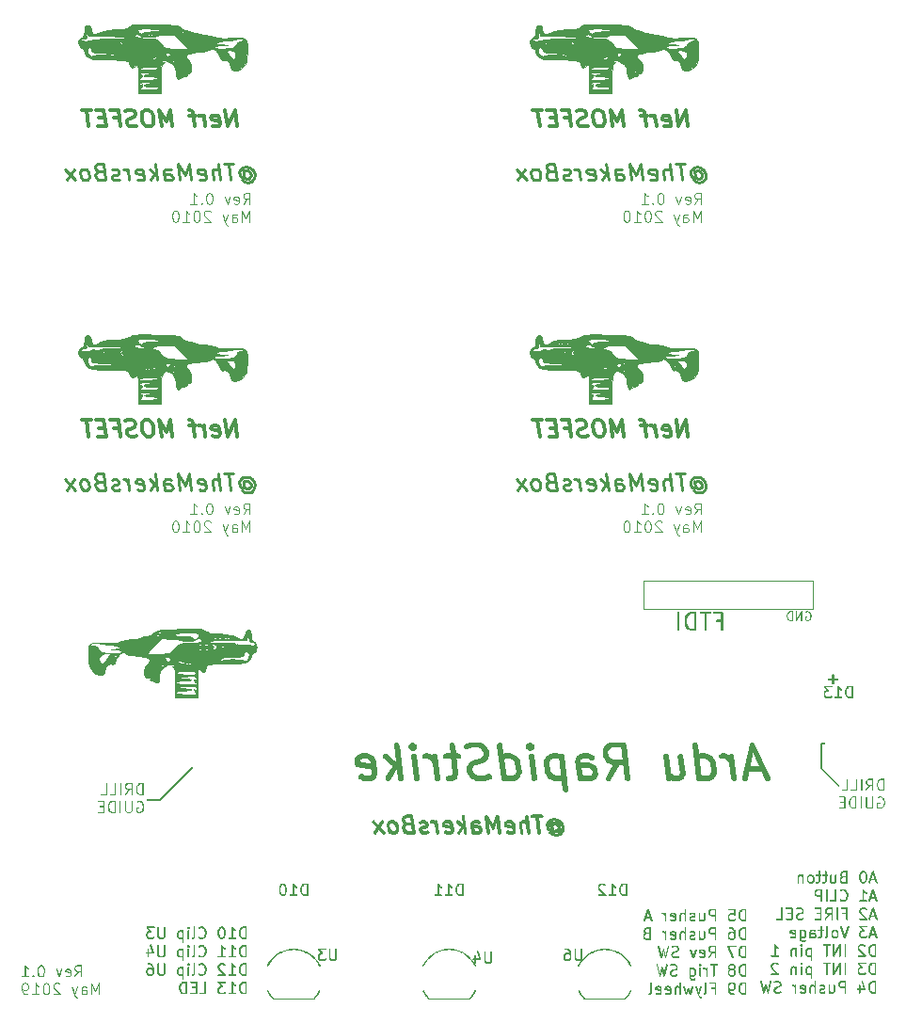
<source format=gbo>
%MOIN*%
%OFA0B0*%
%FSLAX46Y46*%
%IPPOS*%
%LPD*%
%ADD10C,0.0039370078740157488*%
%ADD11C,0.00984251968503937*%
%ADD12C,0.014763779527559057*%
%ADD13C,0.00039370078740157485*%
%ADD24C,0.0039370078740157488*%
%ADD25C,0.00984251968503937*%
%ADD26C,0.014763779527559057*%
%ADD27C,0.00039370078740157485*%
%ADD28C,0.0039370078740157488*%
%ADD29C,0.00984251968503937*%
%ADD30C,0.014763779527559057*%
%ADD31C,0.00039370078740157485*%
%ADD32C,0.0039370078740157488*%
%ADD33C,0.00984251968503937*%
%ADD34C,0.014763779527559057*%
%ADD35C,0.00039370078740157485*%
G01*
D10*
D11*
X0000843693Y0001874634D02*
X0000846154Y0001877446D01*
X0000851427Y0001880258D01*
X0000857051Y0001880258D01*
X0000863027Y0001877446D01*
X0000866190Y0001874634D01*
X0000869706Y0001869009D01*
X0000870409Y0001863385D01*
X0000868300Y0001857761D01*
X0000865839Y0001854949D01*
X0000860566Y0001852136D01*
X0000854942Y0001852136D01*
X0000848966Y0001854949D01*
X0000845802Y0001857761D01*
X0000842990Y0001880258D02*
X0000845802Y0001857761D01*
X0000843342Y0001854949D01*
X0000840530Y0001854949D01*
X0000834554Y0001857761D01*
X0000831039Y0001863385D01*
X0000829281Y0001877446D01*
X0000833851Y0001885882D01*
X0000841584Y0001891507D01*
X0000852481Y0001894319D01*
X0000864081Y0001891507D01*
X0000873221Y0001885882D01*
X0000879900Y0001877446D01*
X0000884118Y0001866197D01*
X0000882712Y0001854949D01*
X0000878142Y0001846512D01*
X0000870409Y0001840888D01*
X0000859512Y0001838076D01*
X0000847911Y0001840888D01*
X0000838772Y0001846512D01*
X0000808893Y0001905567D02*
X0000775147Y0001905567D01*
X0000799402Y0001846512D02*
X0000792020Y0001905567D01*
X0000762844Y0001846512D02*
X0000755462Y0001905567D01*
X0000737535Y0001846512D02*
X0000733668Y0001877446D01*
X0000735777Y0001883070D01*
X0000741050Y0001885882D01*
X0000749486Y0001885882D01*
X0000755462Y0001883070D01*
X0000758626Y0001880258D01*
X0000686564Y0001849324D02*
X0000692540Y0001846512D01*
X0000703789Y0001846512D01*
X0000709062Y0001849324D01*
X0000711171Y0001854949D01*
X0000708359Y0001877446D01*
X0000704843Y0001883070D01*
X0000698868Y0001885882D01*
X0000687619Y0001885882D01*
X0000682346Y0001883070D01*
X0000680237Y0001877446D01*
X0000680940Y0001871821D01*
X0000709765Y0001866197D01*
X0000658794Y0001846512D02*
X0000651413Y0001905567D01*
X0000637000Y0001863385D01*
X0000612042Y0001905567D01*
X0000619424Y0001846512D01*
X0000565994Y0001846512D02*
X0000562127Y0001877446D01*
X0000564236Y0001883070D01*
X0000569509Y0001885882D01*
X0000580757Y0001885882D01*
X0000586733Y0001883070D01*
X0000565642Y0001849324D02*
X0000571618Y0001846512D01*
X0000585679Y0001846512D01*
X0000590951Y0001849324D01*
X0000593061Y0001854949D01*
X0000592357Y0001860573D01*
X0000588842Y0001866197D01*
X0000582866Y0001869009D01*
X0000568806Y0001869009D01*
X0000562830Y0001871821D01*
X0000537872Y0001846512D02*
X0000530490Y0001905567D01*
X0000529436Y0001869009D02*
X0000515375Y0001846512D01*
X0000510454Y0001885882D02*
X0000535763Y0001863385D01*
X0000467217Y0001849324D02*
X0000473193Y0001846512D01*
X0000484441Y0001846512D01*
X0000489714Y0001849324D01*
X0000491823Y0001854949D01*
X0000489011Y0001877446D01*
X0000485496Y0001883070D01*
X0000479520Y0001885882D01*
X0000468271Y0001885882D01*
X0000462999Y0001883070D01*
X0000460890Y0001877446D01*
X0000461593Y0001871821D01*
X0000490417Y0001866197D01*
X0000439447Y0001846512D02*
X0000434526Y0001885882D01*
X0000435932Y0001874634D02*
X0000432417Y0001880258D01*
X0000429253Y0001883070D01*
X0000423277Y0001885882D01*
X0000417653Y0001885882D01*
X0000405350Y0001849324D02*
X0000400077Y0001846512D01*
X0000388828Y0001846512D01*
X0000382852Y0001849324D01*
X0000379337Y0001854949D01*
X0000378986Y0001857761D01*
X0000381095Y0001863385D01*
X0000386368Y0001866197D01*
X0000394804Y0001866197D01*
X0000400077Y0001869009D01*
X0000402186Y0001874634D01*
X0000401834Y0001877446D01*
X0000398319Y0001883070D01*
X0000392343Y0001885882D01*
X0000383907Y0001885882D01*
X0000378634Y0001883070D01*
X0000331531Y0001877446D02*
X0000323446Y0001874634D01*
X0000320985Y0001871821D01*
X0000318876Y0001866197D01*
X0000319931Y0001857761D01*
X0000323446Y0001852136D01*
X0000326609Y0001849324D01*
X0000332585Y0001846512D01*
X0000355082Y0001846512D01*
X0000347701Y0001905567D01*
X0000328015Y0001905567D01*
X0000322743Y0001902755D01*
X0000320282Y0001899943D01*
X0000318173Y0001894319D01*
X0000318876Y0001888694D01*
X0000322391Y0001883070D01*
X0000325555Y0001880258D01*
X0000331531Y0001877446D01*
X0000351216Y0001877446D01*
X0000287591Y0001846512D02*
X0000292864Y0001849324D01*
X0000295324Y0001852136D01*
X0000297433Y0001857761D01*
X0000295324Y0001874634D01*
X0000291809Y0001880258D01*
X0000288645Y0001883070D01*
X0000282670Y0001885882D01*
X0000274233Y0001885882D01*
X0000268960Y0001883070D01*
X0000266500Y0001880258D01*
X0000264391Y0001874634D01*
X0000266500Y0001857761D01*
X0000270015Y0001852136D01*
X0000273179Y0001849324D01*
X0000279154Y0001846512D01*
X0000287591Y0001846512D01*
X0000248221Y0001846512D02*
X0000212366Y0001885882D01*
X0000243300Y0001885882D02*
X0000217287Y0001846512D01*
D12*
X0000820493Y0002036512D02*
X0000813111Y0002095567D01*
X0000786747Y0002036512D01*
X0000779365Y0002095567D01*
X0000735777Y0002039324D02*
X0000741753Y0002036512D01*
X0000753001Y0002036512D01*
X0000758274Y0002039324D01*
X0000760383Y0002044949D01*
X0000757571Y0002067446D01*
X0000754056Y0002073070D01*
X0000748080Y0002075882D01*
X0000736832Y0002075882D01*
X0000731559Y0002073070D01*
X0000729450Y0002067446D01*
X0000730153Y0002061821D01*
X0000758977Y0002056197D01*
X0000708007Y0002036512D02*
X0000703086Y0002075882D01*
X0000704492Y0002064634D02*
X0000700977Y0002070258D01*
X0000697813Y0002073070D01*
X0000691837Y0002075882D01*
X0000686213Y0002075882D01*
X0000674964Y0002075882D02*
X0000652467Y0002075882D01*
X0000671449Y0002036512D02*
X0000665122Y0002087131D01*
X0000661607Y0002092755D01*
X0000655631Y0002095567D01*
X0000650006Y0002095567D01*
X0000592709Y0002036512D02*
X0000585327Y0002095567D01*
X0000570915Y0002053385D01*
X0000545957Y0002095567D01*
X0000553339Y0002036512D01*
X0000506587Y0002095567D02*
X0000495338Y0002095567D01*
X0000490066Y0002092755D01*
X0000485144Y0002087131D01*
X0000483738Y0002075882D01*
X0000486199Y0002056197D01*
X0000490417Y0002044949D01*
X0000496744Y0002039324D01*
X0000502720Y0002036512D01*
X0000513969Y0002036512D01*
X0000519242Y0002039324D01*
X0000524163Y0002044949D01*
X0000525569Y0002056197D01*
X0000523108Y0002075882D01*
X0000518890Y0002087131D01*
X0000512563Y0002092755D01*
X0000506587Y0002095567D01*
X0000465811Y0002039324D02*
X0000457726Y0002036512D01*
X0000443665Y0002036512D01*
X0000437689Y0002039324D01*
X0000434526Y0002042136D01*
X0000431010Y0002047761D01*
X0000430307Y0002053385D01*
X0000432416Y0002059009D01*
X0000434877Y0002061821D01*
X0000440150Y0002064634D01*
X0000451047Y0002067446D01*
X0000456320Y0002070258D01*
X0000458780Y0002073070D01*
X0000460890Y0002078694D01*
X0000460186Y0002084319D01*
X0000456671Y0002089943D01*
X0000453508Y0002092755D01*
X0000447532Y0002095567D01*
X0000433471Y0002095567D01*
X0000425386Y0002092755D01*
X0000383555Y0002067446D02*
X0000403240Y0002067446D01*
X0000407107Y0002036512D02*
X0000399725Y0002095567D01*
X0000371604Y0002095567D01*
X0000352622Y0002067446D02*
X0000332937Y0002067446D01*
X0000328367Y0002036512D02*
X0000356488Y0002036512D01*
X0000349107Y0002095567D01*
X0000320985Y0002095567D01*
X0000304112Y0002095567D02*
X0000270366Y0002095567D01*
X0000294621Y0002036512D02*
X0000287239Y0002095567D01*
D10*
X0000843128Y0001761913D02*
X0000856252Y0001780661D01*
X0000865626Y0001761913D02*
X0000865626Y0001801283D01*
X0000850627Y0001801283D01*
X0000846878Y0001799409D01*
X0000845003Y0001797534D01*
X0000843128Y0001793784D01*
X0000843128Y0001788160D01*
X0000845003Y0001784411D01*
X0000846878Y0001782536D01*
X0000850627Y0001780661D01*
X0000865626Y0001780661D01*
X0000811257Y0001763788D02*
X0000815007Y0001761913D01*
X0000822506Y0001761913D01*
X0000826256Y0001763788D01*
X0000828130Y0001767538D01*
X0000828130Y0001782536D01*
X0000826256Y0001786285D01*
X0000822506Y0001788160D01*
X0000815007Y0001788160D01*
X0000811257Y0001786285D01*
X0000809383Y0001782536D01*
X0000809383Y0001778786D01*
X0000828130Y0001775037D01*
X0000796259Y0001788160D02*
X0000786885Y0001761913D01*
X0000777512Y0001788160D01*
X0000725018Y0001801283D02*
X0000721269Y0001801283D01*
X0000717519Y0001799409D01*
X0000715644Y0001797534D01*
X0000713770Y0001793784D01*
X0000711895Y0001786285D01*
X0000711895Y0001776911D01*
X0000713770Y0001769412D01*
X0000715644Y0001765663D01*
X0000717519Y0001763788D01*
X0000721269Y0001761913D01*
X0000725018Y0001761913D01*
X0000728768Y0001763788D01*
X0000730642Y0001765663D01*
X0000732517Y0001769412D01*
X0000734392Y0001776911D01*
X0000734392Y0001786285D01*
X0000732517Y0001793784D01*
X0000730642Y0001797534D01*
X0000728768Y0001799409D01*
X0000725018Y0001801283D01*
X0000695022Y0001765663D02*
X0000693147Y0001763788D01*
X0000695022Y0001761913D01*
X0000696897Y0001763788D01*
X0000695022Y0001765663D01*
X0000695022Y0001761913D01*
X0000655652Y0001761913D02*
X0000678149Y0001761913D01*
X0000666900Y0001761913D02*
X0000666900Y0001801283D01*
X0000670650Y0001795659D01*
X0000674400Y0001791910D01*
X0000678149Y0001790035D01*
X0000865626Y0001698921D02*
X0000865626Y0001738291D01*
X0000852502Y0001710170D01*
X0000839379Y0001738291D01*
X0000839379Y0001698921D01*
X0000803758Y0001698921D02*
X0000803758Y0001719544D01*
X0000805633Y0001723293D01*
X0000809383Y0001725168D01*
X0000816882Y0001725168D01*
X0000820631Y0001723293D01*
X0000803758Y0001700796D02*
X0000807508Y0001698921D01*
X0000816882Y0001698921D01*
X0000820631Y0001700796D01*
X0000822506Y0001704545D01*
X0000822506Y0001708295D01*
X0000820631Y0001712045D01*
X0000816882Y0001713919D01*
X0000807508Y0001713919D01*
X0000803758Y0001715794D01*
X0000788760Y0001725168D02*
X0000779386Y0001698921D01*
X0000770013Y0001725168D02*
X0000779386Y0001698921D01*
X0000783136Y0001689547D01*
X0000785011Y0001687673D01*
X0000788760Y0001685798D01*
X0000726893Y0001734542D02*
X0000725018Y0001736417D01*
X0000721269Y0001738291D01*
X0000711895Y0001738291D01*
X0000708145Y0001736417D01*
X0000706271Y0001734542D01*
X0000704396Y0001730792D01*
X0000704396Y0001727043D01*
X0000706271Y0001721418D01*
X0000728768Y0001698921D01*
X0000704396Y0001698921D01*
X0000680024Y0001738291D02*
X0000676274Y0001738291D01*
X0000672525Y0001736417D01*
X0000670650Y0001734542D01*
X0000668775Y0001730792D01*
X0000666900Y0001723293D01*
X0000666900Y0001713919D01*
X0000668775Y0001706420D01*
X0000670650Y0001702671D01*
X0000672525Y0001700796D01*
X0000676274Y0001698921D01*
X0000680024Y0001698921D01*
X0000683773Y0001700796D01*
X0000685648Y0001702671D01*
X0000687523Y0001706420D01*
X0000689398Y0001713919D01*
X0000689398Y0001723293D01*
X0000687523Y0001730792D01*
X0000685648Y0001734542D01*
X0000683773Y0001736417D01*
X0000680024Y0001738291D01*
X0000629405Y0001698921D02*
X0000651902Y0001698921D01*
X0000640654Y0001698921D02*
X0000640654Y0001738291D01*
X0000644403Y0001732667D01*
X0000648153Y0001728917D01*
X0000651902Y0001727043D01*
X0000605033Y0001738291D02*
X0000601284Y0001738291D01*
X0000597534Y0001736417D01*
X0000595659Y0001734542D01*
X0000593785Y0001730792D01*
X0000591910Y0001723293D01*
X0000591910Y0001713919D01*
X0000593785Y0001706420D01*
X0000595659Y0001702671D01*
X0000597534Y0001700796D01*
X0000601284Y0001698921D01*
X0000605033Y0001698921D01*
X0000608783Y0001700796D01*
X0000610657Y0001702671D01*
X0000612532Y0001706420D01*
X0000614407Y0001713919D01*
X0000614407Y0001723293D01*
X0000612532Y0001730792D01*
X0000610657Y0001734542D01*
X0000608783Y0001736417D01*
X0000605033Y0001738291D01*
D13*
G36*
X0000462649Y0002397602D02*
X0000452146Y0002396328D01*
X0000445263Y0002394191D01*
X0000440409Y0002391067D01*
X0000439466Y0002390245D01*
X0000431314Y0002385246D01*
X0000418908Y0002382289D01*
X0000399854Y0002380909D01*
X0000390361Y0002380702D01*
X0000364803Y0002379348D01*
X0000347270Y0002375882D01*
X0000338288Y0002371704D01*
X0000322151Y0002363796D01*
X0000311054Y0002364509D01*
X0000305015Y0002373839D01*
X0000304066Y0002379478D01*
X0000301322Y0002391247D01*
X0000295109Y0002395542D01*
X0000292499Y0002395728D01*
X0000285842Y0002393843D01*
X0000282387Y0002386513D01*
X0000280987Y0002374992D01*
X0000278566Y0002360379D01*
X0000273304Y0002353176D01*
X0000269737Y0002351710D01*
X0000262257Y0002345422D01*
X0000259430Y0002334488D01*
X0000261258Y0002323109D01*
X0000267743Y0002315486D01*
X0000269717Y0002314750D01*
X0000278170Y0002307835D01*
X0000280967Y0002299084D01*
X0000284891Y0002288024D01*
X0000294439Y0002280351D01*
X0000310794Y0002275636D01*
X0000335136Y0002273451D01*
X0000352499Y0002273172D01*
X0000383613Y0002273075D01*
X0000406145Y0002272571D01*
X0000421512Y0002271456D01*
X0000431129Y0002269527D01*
X0000436414Y0002266580D01*
X0000438782Y0002262412D01*
X0000439168Y0002260720D01*
X0000443672Y0002248200D01*
X0000450991Y0002245261D01*
X0000459881Y0002250621D01*
X0000464356Y0002254365D01*
X0000467268Y0002254907D01*
X0000468953Y0002250782D01*
X0000469746Y0002240527D01*
X0000469984Y0002222677D01*
X0000469999Y0002206502D01*
X0000469999Y0002153228D01*
X0000549999Y0002153228D01*
X0000549999Y0002189909D01*
X0000547499Y0002189909D01*
X0000518749Y0002189068D01*
X0000500548Y0002187450D01*
X0000491595Y0002184581D01*
X0000492002Y0002181441D01*
X0000501883Y0002179008D01*
X0000517499Y0002178228D01*
X0000535397Y0002177196D01*
X0000543675Y0002174686D01*
X0000542433Y0002171572D01*
X0000531771Y0002168731D01*
X0000516249Y0002167227D01*
X0000494484Y0002166610D01*
X0000481773Y0002167648D01*
X0000477282Y0002170516D01*
X0000479663Y0002174891D01*
X0000484300Y0002181800D01*
X0000484240Y0002186393D01*
X0000479999Y0002185728D01*
X0000475379Y0002185818D01*
X0000474999Y0002187398D01*
X0000477424Y0002192079D01*
X0000485675Y0002194288D01*
X0000501221Y0002194211D01*
X0000517499Y0002192873D01*
X0000547499Y0002189909D01*
X0000549999Y0002189909D01*
X0000549999Y0002203926D01*
X0000550070Y0002210100D01*
X0000543597Y0002210100D01*
X0000542956Y0002207246D01*
X0000533721Y0002204470D01*
X0000516292Y0002202476D01*
X0000511249Y0002202206D01*
X0000489627Y0002201700D01*
X0000477152Y0002202441D01*
X0000474106Y0002204389D01*
X0000478749Y0002206829D01*
X0000484412Y0002213116D01*
X0000484999Y0002216439D01*
X0000482466Y0002221285D01*
X0000479999Y0002220728D01*
X0000475379Y0002220818D01*
X0000474999Y0002222398D01*
X0000477714Y0002227289D01*
X0000486766Y0002229420D01*
X0000503518Y0002228979D01*
X0000514999Y0002227874D01*
X0000542499Y0002224858D01*
X0000516249Y0002224043D01*
X0000498857Y0002222363D01*
X0000491069Y0002219404D01*
X0000492764Y0002216213D01*
X0000503820Y0002213841D01*
X0000517499Y0002213228D01*
X0000535244Y0002212328D01*
X0000543597Y0002210100D01*
X0000550070Y0002210100D01*
X0000550275Y0002227915D01*
X0000551272Y0002243459D01*
X0000542356Y0002243459D01*
X0000539402Y0002240750D01*
X0000528187Y0002238537D01*
X0000511401Y0002237209D01*
X0000490874Y0002236537D01*
X0000479148Y0002236887D01*
X0000475056Y0002238491D01*
X0000477431Y0002241582D01*
X0000480144Y0002243423D01*
X0000489422Y0002246271D01*
X0000503759Y0002247774D01*
X0000519608Y0002247930D01*
X0000533421Y0002246739D01*
X0000541650Y0002244196D01*
X0000542356Y0002243459D01*
X0000551272Y0002243459D01*
X0000551302Y0002243917D01*
X0000553384Y0002253933D01*
X0000556823Y0002259966D01*
X0000558749Y0002261797D01*
X0000563177Y0002266082D01*
X0000561249Y0002265803D01*
X0000555713Y0002265896D01*
X0000554999Y0002268028D01*
X0000558764Y0002271320D01*
X0000568082Y0002270251D01*
X0000579991Y0002265700D01*
X0000591528Y0002258548D01*
X0000594034Y0002256432D01*
X0000602934Y0002243755D01*
X0000604170Y0002229703D01*
X0000604840Y0002217058D01*
X0000608295Y0002207943D01*
X0000613172Y0002204641D01*
X0000617230Y0002207792D01*
X0000624558Y0002212413D01*
X0000629999Y0002213228D01*
X0000639711Y0002215981D01*
X0000642977Y0002219000D01*
X0000643611Y0002222376D01*
X0000640000Y0002220728D01*
X0000635810Y0002219414D01*
X0000637072Y0002222537D01*
X0000643367Y0002225978D01*
X0000645904Y0002225169D01*
X0000652802Y0002224666D01*
X0000657357Y0002231222D01*
X0000658367Y0002236794D01*
X0000639194Y0002236794D01*
X0000637977Y0002234000D01*
X0000632942Y0002228632D01*
X0000630048Y0002229733D01*
X0000629999Y0002230432D01*
X0000633551Y0002234662D01*
X0000635772Y0002236205D01*
X0000639194Y0002236794D01*
X0000658367Y0002236794D01*
X0000659332Y0002242119D01*
X0000658488Y0002254641D01*
X0000654587Y0002266070D01*
X0000652885Y0002268228D01*
X0000597499Y0002268228D01*
X0000597103Y0002263620D01*
X0000595295Y0002263228D01*
X0000590203Y0002266857D01*
X0000589999Y0002268228D01*
X0000591705Y0002273098D01*
X0000592204Y0002273228D01*
X0000596473Y0002269724D01*
X0000597499Y0002268228D01*
X0000652885Y0002268228D01*
X0000649999Y0002271888D01*
X0000640587Y0002282040D01*
X0000640584Y0002282064D01*
X0000538385Y0002282064D01*
X0000536053Y0002278984D01*
X0000527480Y0002275558D01*
X0000520056Y0002275271D01*
X0000519657Y0002275728D01*
X0000509999Y0002275728D01*
X0000507499Y0002273228D01*
X0000504999Y0002275728D01*
X0000499999Y0002275728D01*
X0000497499Y0002273228D01*
X0000494999Y0002275728D01*
X0000497499Y0002278228D01*
X0000499999Y0002275728D01*
X0000504999Y0002275728D01*
X0000507499Y0002278228D01*
X0000509999Y0002275728D01*
X0000519657Y0002275728D01*
X0000517576Y0002278108D01*
X0000518015Y0002279061D01*
X0000524521Y0002282374D01*
X0000531545Y0002283151D01*
X0000538385Y0002282064D01*
X0000640584Y0002282064D01*
X0000639694Y0002289577D01*
X0000643036Y0002291794D01*
X0000604194Y0002291794D01*
X0000602977Y0002289000D01*
X0000597942Y0002283632D01*
X0000595048Y0002284733D01*
X0000594999Y0002285432D01*
X0000598551Y0002289662D01*
X0000600772Y0002291205D01*
X0000604194Y0002291794D01*
X0000643036Y0002291794D01*
X0000644316Y0002292643D01*
X0000584327Y0002292643D01*
X0000582705Y0002288560D01*
X0000575437Y0002283451D01*
X0000574359Y0002284028D01*
X0000388786Y0002284028D01*
X0000386630Y0002285936D01*
X0000379906Y0002288494D01*
X0000366063Y0002290357D01*
X0000347976Y0002291152D01*
X0000346249Y0002291159D01*
X0000328658Y0002290722D01*
X0000315774Y0002289558D01*
X0000310082Y0002287904D01*
X0000309999Y0002287668D01*
X0000305992Y0002285915D01*
X0000299999Y0002286779D01*
X0000293154Y0002292305D01*
X0000289804Y0002301871D01*
X0000290254Y0002311618D01*
X0000294813Y0002317687D01*
X0000297499Y0002318228D01*
X0000303618Y0002314078D01*
X0000304999Y0002308430D01*
X0000305958Y0002303541D01*
X0000310151Y0002300462D01*
X0000319555Y0002298649D01*
X0000336143Y0002297558D01*
X0000345847Y0002297180D01*
X0000367438Y0002295948D01*
X0000380706Y0002293893D01*
X0000387316Y0002290667D01*
X0000388728Y0002288228D01*
X0000388786Y0002284028D01*
X0000574359Y0002284028D01*
X0000568054Y0002287402D01*
X0000567478Y0002288263D01*
X0000568592Y0002293950D01*
X0000572398Y0002296381D01*
X0000581461Y0002297368D01*
X0000584327Y0002292643D01*
X0000644316Y0002292643D01*
X0000647720Y0002294901D01*
X0000651805Y0002295728D01*
X0000594999Y0002295728D01*
X0000592499Y0002293228D01*
X0000589999Y0002295728D01*
X0000592499Y0002298228D01*
X0000594999Y0002295728D01*
X0000651805Y0002295728D01*
X0000665066Y0002298410D01*
X0000677800Y0002299643D01*
X0000696880Y0002301675D01*
X0000712366Y0002304402D01*
X0000721268Y0002307278D01*
X0000721810Y0002307655D01*
X0000730025Y0002310662D01*
X0000647499Y0002310662D01*
X0000607811Y0002311208D01*
X0000587871Y0002311666D01*
X0000575070Y0002313016D01*
X0000566547Y0002316224D01*
X0000559442Y0002322259D01*
X0000557545Y0002324423D01*
X0000467831Y0002324423D01*
X0000462916Y0002323622D01*
X0000462050Y0002323745D01*
X0000419896Y0002323745D01*
X0000416430Y0002323627D01*
X0000414999Y0002324079D01*
X0000407634Y0002330576D01*
X0000318706Y0002330576D01*
X0000317705Y0002328560D01*
X0000312937Y0002323391D01*
X0000312060Y0002327036D01*
X0000313274Y0002330943D01*
X0000316955Y0002336388D01*
X0000318618Y0002336276D01*
X0000318706Y0002330576D01*
X0000407634Y0002330576D01*
X0000407543Y0002330656D01*
X0000405883Y0002334892D01*
X0000406134Y0002335728D01*
X0000384999Y0002335728D01*
X0000382499Y0002333228D01*
X0000379999Y0002335728D01*
X0000349999Y0002335728D01*
X0000347499Y0002333228D01*
X0000344999Y0002335728D01*
X0000347499Y0002338228D01*
X0000349999Y0002335728D01*
X0000379999Y0002335728D01*
X0000382499Y0002338228D01*
X0000384999Y0002335728D01*
X0000406134Y0002335728D01*
X0000407945Y0002341752D01*
X0000413383Y0002342833D01*
X0000418428Y0002341597D01*
X0000416041Y0002339847D01*
X0000412084Y0002336330D01*
X0000415742Y0002329793D01*
X0000416041Y0002329428D01*
X0000419896Y0002323745D01*
X0000462050Y0002323745D01*
X0000456431Y0002324542D01*
X0000456423Y0002324714D01*
X0000446878Y0002324714D01*
X0000439999Y0002324017D01*
X0000432901Y0002324803D01*
X0000433749Y0002326539D01*
X0000443986Y0002327199D01*
X0000446249Y0002326539D01*
X0000446878Y0002324714D01*
X0000456423Y0002324714D01*
X0000456354Y0002326248D01*
X0000463046Y0002327442D01*
X0000465937Y0002326643D01*
X0000467831Y0002324423D01*
X0000557545Y0002324423D01*
X0000552811Y0002329826D01*
X0000544684Y0002338877D01*
X0000543949Y0002339423D01*
X0000467831Y0002339423D01*
X0000462916Y0002338622D01*
X0000456431Y0002339542D01*
X0000456423Y0002339714D01*
X0000446878Y0002339714D01*
X0000439999Y0002339017D01*
X0000432901Y0002339803D01*
X0000433749Y0002341539D01*
X0000443986Y0002342199D01*
X0000446249Y0002341539D01*
X0000446878Y0002339714D01*
X0000456423Y0002339714D01*
X0000456354Y0002341248D01*
X0000463046Y0002342442D01*
X0000465937Y0002341643D01*
X0000467831Y0002339423D01*
X0000543949Y0002339423D01*
X0000537322Y0002344352D01*
X0000527844Y0002347276D01*
X0000513366Y0002348670D01*
X0000497901Y0002349313D01*
X0000474344Y0002350964D01*
X0000473405Y0002351160D01*
X0000428734Y0002351160D01*
X0000425719Y0002349763D01*
X0000414646Y0002348946D01*
X0000397447Y0002348797D01*
X0000383693Y0002349106D01*
X0000363013Y0002349382D01*
X0000346693Y0002348815D01*
X0000336874Y0002347525D01*
X0000334988Y0002346395D01*
X0000330849Y0002343937D01*
X0000322823Y0002344390D01*
X0000310799Y0002344675D01*
X0000304098Y0002342671D01*
X0000295311Y0002340040D01*
X0000283302Y0002339296D01*
X0000272032Y0002340300D01*
X0000265463Y0002342913D01*
X0000264999Y0002344038D01*
X0000269283Y0002347189D01*
X0000277499Y0002348228D01*
X0000285105Y0002349161D01*
X0000288950Y0002353703D01*
X0000290501Y0002364464D01*
X0000290840Y0002371978D01*
X0000291401Y0002385424D01*
X0000291973Y0002389352D01*
X0000292842Y0002384240D01*
X0000293658Y0002376708D01*
X0000295635Y0002357689D01*
X0000321567Y0002357868D01*
X0000348617Y0002357704D01*
X0000374625Y0002356927D01*
X0000397601Y0002355660D01*
X0000415557Y0002354028D01*
X0000426503Y0002352155D01*
X0000428734Y0002351160D01*
X0000473405Y0002351160D01*
X0000460361Y0002353873D01*
X0000456234Y0002356978D01*
X0000458293Y0002361612D01*
X0000465577Y0002363185D01*
X0000473713Y0002361441D01*
X0000477499Y0002358228D01*
X0000483840Y0002355459D01*
X0000496879Y0002353644D01*
X0000508090Y0002353228D01*
X0000522660Y0002353834D01*
X0000531684Y0002355399D01*
X0000533284Y0002356978D01*
X0000536630Y0002358890D01*
X0000547614Y0002360326D01*
X0000557580Y0002360728D01*
X0000519999Y0002360728D01*
X0000517499Y0002358228D01*
X0000514999Y0002360728D01*
X0000509999Y0002360728D01*
X0000507499Y0002358228D01*
X0000504999Y0002360728D01*
X0000507499Y0002363228D01*
X0000509999Y0002360728D01*
X0000514999Y0002360728D01*
X0000517499Y0002363228D01*
X0000519999Y0002360728D01*
X0000557580Y0002360728D01*
X0000563877Y0002360981D01*
X0000564239Y0002360984D01*
X0000597499Y0002361240D01*
X0000647499Y0002310662D01*
X0000730025Y0002310662D01*
X0000733021Y0002311758D01*
X0000744394Y0002306866D01*
X0000754728Y0002293890D01*
X0000761740Y0002277366D01*
X0000767925Y0002271232D01*
X0000773793Y0002271463D01*
X0000784521Y0002269779D01*
X0000793230Y0002260913D01*
X0000797291Y0002247663D01*
X0000797338Y0002246404D01*
X0000801203Y0002237120D01*
X0000810753Y0002233496D01*
X0000823473Y0002235467D01*
X0000836844Y0002242972D01*
X0000841809Y0002247507D01*
X0000849040Y0002255966D01*
X0000853361Y0002264618D01*
X0000855591Y0002276432D01*
X0000856095Y0002285856D01*
X0000815906Y0002285856D01*
X0000814153Y0002281647D01*
X0000810371Y0002275869D01*
X0000806388Y0002275822D01*
X0000799828Y0002282352D01*
X0000797020Y0002285728D01*
X0000774999Y0002285728D01*
X0000772499Y0002283228D01*
X0000769999Y0002285728D01*
X0000772499Y0002288228D01*
X0000774999Y0002285728D01*
X0000797020Y0002285728D01*
X0000794641Y0002288587D01*
X0000784004Y0002301561D01*
X0000763333Y0002301561D01*
X0000762646Y0002298588D01*
X0000759999Y0002298228D01*
X0000755884Y0002300057D01*
X0000756666Y0002301561D01*
X0000762600Y0002302159D01*
X0000763333Y0002301561D01*
X0000784004Y0002301561D01*
X0000780588Y0002305728D01*
X0000793797Y0002307407D01*
X0000807340Y0002305532D01*
X0000815347Y0002297542D01*
X0000815906Y0002285856D01*
X0000856095Y0002285856D01*
X0000856551Y0002294374D01*
X0000856715Y0002301487D01*
X0000856717Y0002323473D01*
X0000854586Y0002338024D01*
X0000850518Y0002343867D01*
X0000844999Y0002343867D01*
X0000840725Y0002339629D01*
X0000832499Y0002338228D01*
X0000822585Y0002335717D01*
X0000819999Y0002331023D01*
X0000816209Y0002322055D01*
X0000813749Y0002319948D01*
X0000803600Y0002316149D01*
X0000789062Y0002313581D01*
X0000772683Y0002312282D01*
X0000757006Y0002312291D01*
X0000744579Y0002313649D01*
X0000737947Y0002316396D01*
X0000737835Y0002318770D01*
X0000744066Y0002321584D01*
X0000756704Y0002323616D01*
X0000764045Y0002324101D01*
X0000787499Y0002324975D01*
X0000766249Y0002326889D01*
X0000751216Y0002329172D01*
X0000745840Y0002332138D01*
X0000749841Y0002335355D01*
X0000762939Y0002338390D01*
X0000774682Y0002339905D01*
X0000795161Y0002342246D01*
X0000815179Y0002344852D01*
X0000824682Y0002346257D01*
X0000839292Y0002347371D01*
X0000844916Y0002344564D01*
X0000844999Y0002343867D01*
X0000850518Y0002343867D01*
X0000848683Y0002346502D01*
X0000837369Y0002350272D01*
X0000819006Y0002350696D01*
X0000798896Y0002349591D01*
X0000773378Y0002348616D01*
X0000756744Y0002349651D01*
X0000748073Y0002352752D01*
X0000739691Y0002356140D01*
X0000724548Y0002359338D01*
X0000705872Y0002361670D01*
X0000705269Y0002361721D01*
X0000687394Y0002363747D01*
X0000673780Y0002366277D01*
X0000667181Y0002368789D01*
X0000667043Y0002368966D01*
X0000663486Y0002370728D01*
X0000629999Y0002370728D01*
X0000627499Y0002368228D01*
X0000624999Y0002370728D01*
X0000627499Y0002373228D01*
X0000629999Y0002370728D01*
X0000663486Y0002370728D01*
X0000660581Y0002372166D01*
X0000651277Y0002373228D01*
X0000638503Y0002376561D01*
X0000613333Y0002376561D01*
X0000612646Y0002373588D01*
X0000609999Y0002373228D01*
X0000605884Y0002375057D01*
X0000606666Y0002376561D01*
X0000612600Y0002377159D01*
X0000613333Y0002376561D01*
X0000638503Y0002376561D01*
X0000638309Y0002376611D01*
X0000635816Y0002378228D01*
X0000547499Y0002378228D01*
X0000544848Y0002375299D01*
X0000533300Y0002373591D01*
X0000520590Y0002373228D01*
X0000504130Y0002372454D01*
X0000492007Y0002370447D01*
X0000487499Y0002368228D01*
X0000480545Y0002363483D01*
X0000475207Y0002366561D01*
X0000413333Y0002366561D01*
X0000412646Y0002363588D01*
X0000409999Y0002363228D01*
X0000405884Y0002365057D01*
X0000406233Y0002365728D01*
X0000394999Y0002365728D01*
X0000392499Y0002363228D01*
X0000389999Y0002365728D01*
X0000374999Y0002365728D01*
X0000372499Y0002363228D01*
X0000369999Y0002365728D01*
X0000364999Y0002365728D01*
X0000362499Y0002363228D01*
X0000359999Y0002365728D01*
X0000362499Y0002368228D01*
X0000364999Y0002365728D01*
X0000369999Y0002365728D01*
X0000372499Y0002368228D01*
X0000374999Y0002365728D01*
X0000389999Y0002365728D01*
X0000392499Y0002368228D01*
X0000394999Y0002365728D01*
X0000406233Y0002365728D01*
X0000406666Y0002366561D01*
X0000412600Y0002367159D01*
X0000413333Y0002366561D01*
X0000475207Y0002366561D01*
X0000471997Y0002368412D01*
X0000470655Y0002369938D01*
X0000467483Y0002377228D01*
X0000468376Y0002379938D01*
X0000475212Y0002381945D01*
X0000488647Y0002383003D01*
X0000505579Y0002383181D01*
X0000522909Y0002382543D01*
X0000537536Y0002381159D01*
X0000546359Y0002379094D01*
X0000547499Y0002378228D01*
X0000635816Y0002378228D01*
X0000626172Y0002384478D01*
X0000625887Y0002384714D01*
X0000611878Y0002384714D01*
X0000604999Y0002384017D01*
X0000597901Y0002384803D01*
X0000598749Y0002386539D01*
X0000608986Y0002387199D01*
X0000611249Y0002386539D01*
X0000611878Y0002384714D01*
X0000625887Y0002384714D01*
X0000621129Y0002388669D01*
X0000615199Y0002391722D01*
X0000606739Y0002393865D01*
X0000594106Y0002395323D01*
X0000575658Y0002396323D01*
X0000549752Y0002397092D01*
X0000531818Y0002397497D01*
X0000500892Y0002398061D01*
X0000478367Y0002398138D01*
X0000462649Y0002397602D01*
X0000462649Y0002397602D01*
G37*
X0000462649Y0002397602D02*
X0000452146Y0002396328D01*
X0000445263Y0002394191D01*
X0000440409Y0002391067D01*
X0000439466Y0002390245D01*
X0000431314Y0002385246D01*
X0000418908Y0002382289D01*
X0000399854Y0002380909D01*
X0000390361Y0002380702D01*
X0000364803Y0002379348D01*
X0000347270Y0002375882D01*
X0000338288Y0002371704D01*
X0000322151Y0002363796D01*
X0000311054Y0002364509D01*
X0000305015Y0002373839D01*
X0000304066Y0002379478D01*
X0000301322Y0002391247D01*
X0000295109Y0002395542D01*
X0000292499Y0002395728D01*
X0000285842Y0002393843D01*
X0000282387Y0002386513D01*
X0000280987Y0002374992D01*
X0000278566Y0002360379D01*
X0000273304Y0002353176D01*
X0000269737Y0002351710D01*
X0000262257Y0002345422D01*
X0000259430Y0002334488D01*
X0000261258Y0002323109D01*
X0000267743Y0002315486D01*
X0000269717Y0002314750D01*
X0000278170Y0002307835D01*
X0000280967Y0002299084D01*
X0000284891Y0002288024D01*
X0000294439Y0002280351D01*
X0000310794Y0002275636D01*
X0000335136Y0002273451D01*
X0000352499Y0002273172D01*
X0000383613Y0002273075D01*
X0000406145Y0002272571D01*
X0000421512Y0002271456D01*
X0000431129Y0002269527D01*
X0000436414Y0002266580D01*
X0000438782Y0002262412D01*
X0000439168Y0002260720D01*
X0000443672Y0002248200D01*
X0000450991Y0002245261D01*
X0000459881Y0002250621D01*
X0000464356Y0002254365D01*
X0000467268Y0002254907D01*
X0000468953Y0002250782D01*
X0000469746Y0002240527D01*
X0000469984Y0002222677D01*
X0000469999Y0002206502D01*
X0000469999Y0002153228D01*
X0000549999Y0002153228D01*
X0000549999Y0002189909D01*
X0000547499Y0002189909D01*
X0000518749Y0002189068D01*
X0000500548Y0002187450D01*
X0000491595Y0002184581D01*
X0000492002Y0002181441D01*
X0000501883Y0002179008D01*
X0000517499Y0002178228D01*
X0000535397Y0002177196D01*
X0000543675Y0002174686D01*
X0000542433Y0002171572D01*
X0000531771Y0002168731D01*
X0000516249Y0002167227D01*
X0000494484Y0002166610D01*
X0000481773Y0002167648D01*
X0000477282Y0002170516D01*
X0000479663Y0002174891D01*
X0000484300Y0002181800D01*
X0000484240Y0002186393D01*
X0000479999Y0002185728D01*
X0000475379Y0002185818D01*
X0000474999Y0002187398D01*
X0000477424Y0002192079D01*
X0000485675Y0002194288D01*
X0000501221Y0002194211D01*
X0000517499Y0002192873D01*
X0000547499Y0002189909D01*
X0000549999Y0002189909D01*
X0000549999Y0002203926D01*
X0000550070Y0002210100D01*
X0000543597Y0002210100D01*
X0000542956Y0002207246D01*
X0000533721Y0002204470D01*
X0000516292Y0002202476D01*
X0000511249Y0002202206D01*
X0000489627Y0002201700D01*
X0000477152Y0002202441D01*
X0000474106Y0002204389D01*
X0000478749Y0002206829D01*
X0000484412Y0002213116D01*
X0000484999Y0002216439D01*
X0000482466Y0002221285D01*
X0000479999Y0002220728D01*
X0000475379Y0002220818D01*
X0000474999Y0002222398D01*
X0000477714Y0002227289D01*
X0000486766Y0002229420D01*
X0000503518Y0002228979D01*
X0000514999Y0002227874D01*
X0000542499Y0002224858D01*
X0000516249Y0002224043D01*
X0000498857Y0002222363D01*
X0000491069Y0002219404D01*
X0000492764Y0002216213D01*
X0000503820Y0002213841D01*
X0000517499Y0002213228D01*
X0000535244Y0002212328D01*
X0000543597Y0002210100D01*
X0000550070Y0002210100D01*
X0000550275Y0002227915D01*
X0000551272Y0002243459D01*
X0000542356Y0002243459D01*
X0000539402Y0002240750D01*
X0000528187Y0002238537D01*
X0000511401Y0002237209D01*
X0000490874Y0002236537D01*
X0000479148Y0002236887D01*
X0000475056Y0002238491D01*
X0000477431Y0002241582D01*
X0000480144Y0002243423D01*
X0000489422Y0002246271D01*
X0000503759Y0002247774D01*
X0000519608Y0002247930D01*
X0000533421Y0002246739D01*
X0000541650Y0002244196D01*
X0000542356Y0002243459D01*
X0000551272Y0002243459D01*
X0000551302Y0002243917D01*
X0000553384Y0002253933D01*
X0000556823Y0002259966D01*
X0000558749Y0002261797D01*
X0000563177Y0002266082D01*
X0000561249Y0002265803D01*
X0000555713Y0002265896D01*
X0000554999Y0002268028D01*
X0000558764Y0002271320D01*
X0000568082Y0002270251D01*
X0000579991Y0002265700D01*
X0000591528Y0002258548D01*
X0000594034Y0002256432D01*
X0000602934Y0002243755D01*
X0000604170Y0002229703D01*
X0000604840Y0002217058D01*
X0000608295Y0002207943D01*
X0000613172Y0002204641D01*
X0000617230Y0002207792D01*
X0000624558Y0002212413D01*
X0000629999Y0002213228D01*
X0000639711Y0002215981D01*
X0000642977Y0002219000D01*
X0000643611Y0002222376D01*
X0000640000Y0002220728D01*
X0000635810Y0002219414D01*
X0000637072Y0002222537D01*
X0000643367Y0002225978D01*
X0000645904Y0002225169D01*
X0000652802Y0002224666D01*
X0000657357Y0002231222D01*
X0000658367Y0002236794D01*
X0000639194Y0002236794D01*
X0000637977Y0002234000D01*
X0000632942Y0002228632D01*
X0000630048Y0002229733D01*
X0000629999Y0002230432D01*
X0000633551Y0002234662D01*
X0000635772Y0002236205D01*
X0000639194Y0002236794D01*
X0000658367Y0002236794D01*
X0000659332Y0002242119D01*
X0000658488Y0002254641D01*
X0000654587Y0002266070D01*
X0000652885Y0002268228D01*
X0000597499Y0002268228D01*
X0000597103Y0002263620D01*
X0000595295Y0002263228D01*
X0000590203Y0002266857D01*
X0000589999Y0002268228D01*
X0000591705Y0002273098D01*
X0000592204Y0002273228D01*
X0000596473Y0002269724D01*
X0000597499Y0002268228D01*
X0000652885Y0002268228D01*
X0000649999Y0002271888D01*
X0000640587Y0002282040D01*
X0000640584Y0002282064D01*
X0000538385Y0002282064D01*
X0000536053Y0002278984D01*
X0000527480Y0002275558D01*
X0000520056Y0002275271D01*
X0000519657Y0002275728D01*
X0000509999Y0002275728D01*
X0000507499Y0002273228D01*
X0000504999Y0002275728D01*
X0000499999Y0002275728D01*
X0000497499Y0002273228D01*
X0000494999Y0002275728D01*
X0000497499Y0002278228D01*
X0000499999Y0002275728D01*
X0000504999Y0002275728D01*
X0000507499Y0002278228D01*
X0000509999Y0002275728D01*
X0000519657Y0002275728D01*
X0000517576Y0002278108D01*
X0000518015Y0002279061D01*
X0000524521Y0002282374D01*
X0000531545Y0002283151D01*
X0000538385Y0002282064D01*
X0000640584Y0002282064D01*
X0000639694Y0002289577D01*
X0000643036Y0002291794D01*
X0000604194Y0002291794D01*
X0000602977Y0002289000D01*
X0000597942Y0002283632D01*
X0000595048Y0002284733D01*
X0000594999Y0002285432D01*
X0000598551Y0002289662D01*
X0000600772Y0002291205D01*
X0000604194Y0002291794D01*
X0000643036Y0002291794D01*
X0000644316Y0002292643D01*
X0000584327Y0002292643D01*
X0000582705Y0002288560D01*
X0000575437Y0002283451D01*
X0000574359Y0002284028D01*
X0000388786Y0002284028D01*
X0000386630Y0002285936D01*
X0000379906Y0002288494D01*
X0000366063Y0002290357D01*
X0000347976Y0002291152D01*
X0000346249Y0002291159D01*
X0000328658Y0002290722D01*
X0000315774Y0002289558D01*
X0000310082Y0002287904D01*
X0000309999Y0002287668D01*
X0000305992Y0002285915D01*
X0000299999Y0002286779D01*
X0000293154Y0002292305D01*
X0000289804Y0002301871D01*
X0000290254Y0002311618D01*
X0000294813Y0002317687D01*
X0000297499Y0002318228D01*
X0000303618Y0002314078D01*
X0000304999Y0002308430D01*
X0000305958Y0002303541D01*
X0000310151Y0002300462D01*
X0000319555Y0002298649D01*
X0000336143Y0002297558D01*
X0000345847Y0002297180D01*
X0000367438Y0002295948D01*
X0000380706Y0002293893D01*
X0000387316Y0002290667D01*
X0000388728Y0002288228D01*
X0000388786Y0002284028D01*
X0000574359Y0002284028D01*
X0000568054Y0002287402D01*
X0000567478Y0002288263D01*
X0000568592Y0002293950D01*
X0000572398Y0002296381D01*
X0000581461Y0002297368D01*
X0000584327Y0002292643D01*
X0000644316Y0002292643D01*
X0000647720Y0002294901D01*
X0000651805Y0002295728D01*
X0000594999Y0002295728D01*
X0000592499Y0002293228D01*
X0000589999Y0002295728D01*
X0000592499Y0002298228D01*
X0000594999Y0002295728D01*
X0000651805Y0002295728D01*
X0000665066Y0002298410D01*
X0000677800Y0002299643D01*
X0000696880Y0002301675D01*
X0000712366Y0002304402D01*
X0000721268Y0002307278D01*
X0000721810Y0002307655D01*
X0000730025Y0002310662D01*
X0000647499Y0002310662D01*
X0000607811Y0002311208D01*
X0000587871Y0002311666D01*
X0000575070Y0002313016D01*
X0000566547Y0002316224D01*
X0000559442Y0002322259D01*
X0000557545Y0002324423D01*
X0000467831Y0002324423D01*
X0000462916Y0002323622D01*
X0000462050Y0002323745D01*
X0000419896Y0002323745D01*
X0000416430Y0002323627D01*
X0000414999Y0002324079D01*
X0000407634Y0002330576D01*
X0000318706Y0002330576D01*
X0000317705Y0002328560D01*
X0000312937Y0002323391D01*
X0000312060Y0002327036D01*
X0000313274Y0002330943D01*
X0000316955Y0002336388D01*
X0000318618Y0002336276D01*
X0000318706Y0002330576D01*
X0000407634Y0002330576D01*
X0000407543Y0002330656D01*
X0000405883Y0002334892D01*
X0000406134Y0002335728D01*
X0000384999Y0002335728D01*
X0000382499Y0002333228D01*
X0000379999Y0002335728D01*
X0000349999Y0002335728D01*
X0000347499Y0002333228D01*
X0000344999Y0002335728D01*
X0000347499Y0002338228D01*
X0000349999Y0002335728D01*
X0000379999Y0002335728D01*
X0000382499Y0002338228D01*
X0000384999Y0002335728D01*
X0000406134Y0002335728D01*
X0000407945Y0002341752D01*
X0000413383Y0002342833D01*
X0000418428Y0002341597D01*
X0000416041Y0002339847D01*
X0000412084Y0002336330D01*
X0000415742Y0002329793D01*
X0000416041Y0002329428D01*
X0000419896Y0002323745D01*
X0000462050Y0002323745D01*
X0000456431Y0002324542D01*
X0000456423Y0002324714D01*
X0000446878Y0002324714D01*
X0000439999Y0002324017D01*
X0000432901Y0002324803D01*
X0000433749Y0002326539D01*
X0000443986Y0002327199D01*
X0000446249Y0002326539D01*
X0000446878Y0002324714D01*
X0000456423Y0002324714D01*
X0000456354Y0002326248D01*
X0000463046Y0002327442D01*
X0000465937Y0002326643D01*
X0000467831Y0002324423D01*
X0000557545Y0002324423D01*
X0000552811Y0002329826D01*
X0000544684Y0002338877D01*
X0000543949Y0002339423D01*
X0000467831Y0002339423D01*
X0000462916Y0002338622D01*
X0000456431Y0002339542D01*
X0000456423Y0002339714D01*
X0000446878Y0002339714D01*
X0000439999Y0002339017D01*
X0000432901Y0002339803D01*
X0000433749Y0002341539D01*
X0000443986Y0002342199D01*
X0000446249Y0002341539D01*
X0000446878Y0002339714D01*
X0000456423Y0002339714D01*
X0000456354Y0002341248D01*
X0000463046Y0002342442D01*
X0000465937Y0002341643D01*
X0000467831Y0002339423D01*
X0000543949Y0002339423D01*
X0000537322Y0002344352D01*
X0000527844Y0002347276D01*
X0000513366Y0002348670D01*
X0000497901Y0002349313D01*
X0000474344Y0002350964D01*
X0000473405Y0002351160D01*
X0000428734Y0002351160D01*
X0000425719Y0002349763D01*
X0000414646Y0002348946D01*
X0000397447Y0002348797D01*
X0000383693Y0002349106D01*
X0000363013Y0002349382D01*
X0000346693Y0002348815D01*
X0000336874Y0002347525D01*
X0000334988Y0002346395D01*
X0000330849Y0002343937D01*
X0000322823Y0002344390D01*
X0000310799Y0002344675D01*
X0000304098Y0002342671D01*
X0000295311Y0002340040D01*
X0000283302Y0002339296D01*
X0000272032Y0002340300D01*
X0000265463Y0002342913D01*
X0000264999Y0002344038D01*
X0000269283Y0002347189D01*
X0000277499Y0002348228D01*
X0000285105Y0002349161D01*
X0000288950Y0002353703D01*
X0000290501Y0002364464D01*
X0000290840Y0002371978D01*
X0000291401Y0002385424D01*
X0000291973Y0002389352D01*
X0000292842Y0002384240D01*
X0000293658Y0002376708D01*
X0000295635Y0002357689D01*
X0000321567Y0002357868D01*
X0000348617Y0002357704D01*
X0000374625Y0002356927D01*
X0000397601Y0002355660D01*
X0000415557Y0002354028D01*
X0000426503Y0002352155D01*
X0000428734Y0002351160D01*
X0000473405Y0002351160D01*
X0000460361Y0002353873D01*
X0000456234Y0002356978D01*
X0000458293Y0002361612D01*
X0000465577Y0002363185D01*
X0000473713Y0002361441D01*
X0000477499Y0002358228D01*
X0000483840Y0002355459D01*
X0000496879Y0002353644D01*
X0000508090Y0002353228D01*
X0000522660Y0002353834D01*
X0000531684Y0002355399D01*
X0000533284Y0002356978D01*
X0000536630Y0002358890D01*
X0000547614Y0002360326D01*
X0000557580Y0002360728D01*
X0000519999Y0002360728D01*
X0000517499Y0002358228D01*
X0000514999Y0002360728D01*
X0000509999Y0002360728D01*
X0000507499Y0002358228D01*
X0000504999Y0002360728D01*
X0000507499Y0002363228D01*
X0000509999Y0002360728D01*
X0000514999Y0002360728D01*
X0000517499Y0002363228D01*
X0000519999Y0002360728D01*
X0000557580Y0002360728D01*
X0000563877Y0002360981D01*
X0000564239Y0002360984D01*
X0000597499Y0002361240D01*
X0000647499Y0002310662D01*
X0000730025Y0002310662D01*
X0000733021Y0002311758D01*
X0000744394Y0002306866D01*
X0000754728Y0002293890D01*
X0000761740Y0002277366D01*
X0000767925Y0002271232D01*
X0000773793Y0002271463D01*
X0000784521Y0002269779D01*
X0000793230Y0002260913D01*
X0000797291Y0002247663D01*
X0000797338Y0002246404D01*
X0000801203Y0002237120D01*
X0000810753Y0002233496D01*
X0000823473Y0002235467D01*
X0000836844Y0002242972D01*
X0000841809Y0002247507D01*
X0000849040Y0002255966D01*
X0000853361Y0002264618D01*
X0000855591Y0002276432D01*
X0000856095Y0002285856D01*
X0000815906Y0002285856D01*
X0000814153Y0002281647D01*
X0000810371Y0002275869D01*
X0000806388Y0002275822D01*
X0000799828Y0002282352D01*
X0000797020Y0002285728D01*
X0000774999Y0002285728D01*
X0000772499Y0002283228D01*
X0000769999Y0002285728D01*
X0000772499Y0002288228D01*
X0000774999Y0002285728D01*
X0000797020Y0002285728D01*
X0000794641Y0002288587D01*
X0000784004Y0002301561D01*
X0000763333Y0002301561D01*
X0000762646Y0002298588D01*
X0000759999Y0002298228D01*
X0000755884Y0002300057D01*
X0000756666Y0002301561D01*
X0000762600Y0002302159D01*
X0000763333Y0002301561D01*
X0000784004Y0002301561D01*
X0000780588Y0002305728D01*
X0000793797Y0002307407D01*
X0000807340Y0002305532D01*
X0000815347Y0002297542D01*
X0000815906Y0002285856D01*
X0000856095Y0002285856D01*
X0000856551Y0002294374D01*
X0000856715Y0002301487D01*
X0000856717Y0002323473D01*
X0000854586Y0002338024D01*
X0000850518Y0002343867D01*
X0000844999Y0002343867D01*
X0000840725Y0002339629D01*
X0000832499Y0002338228D01*
X0000822585Y0002335717D01*
X0000819999Y0002331023D01*
X0000816209Y0002322055D01*
X0000813749Y0002319948D01*
X0000803600Y0002316149D01*
X0000789062Y0002313581D01*
X0000772683Y0002312282D01*
X0000757006Y0002312291D01*
X0000744579Y0002313649D01*
X0000737947Y0002316396D01*
X0000737835Y0002318770D01*
X0000744066Y0002321584D01*
X0000756704Y0002323616D01*
X0000764045Y0002324101D01*
X0000787499Y0002324975D01*
X0000766249Y0002326889D01*
X0000751216Y0002329172D01*
X0000745840Y0002332138D01*
X0000749841Y0002335355D01*
X0000762939Y0002338390D01*
X0000774682Y0002339905D01*
X0000795161Y0002342246D01*
X0000815179Y0002344852D01*
X0000824682Y0002346257D01*
X0000839292Y0002347371D01*
X0000844916Y0002344564D01*
X0000844999Y0002343867D01*
X0000850518Y0002343867D01*
X0000848683Y0002346502D01*
X0000837369Y0002350272D01*
X0000819006Y0002350696D01*
X0000798896Y0002349591D01*
X0000773378Y0002348616D01*
X0000756744Y0002349651D01*
X0000748073Y0002352752D01*
X0000739691Y0002356140D01*
X0000724548Y0002359338D01*
X0000705872Y0002361670D01*
X0000705269Y0002361721D01*
X0000687394Y0002363747D01*
X0000673780Y0002366277D01*
X0000667181Y0002368789D01*
X0000667043Y0002368966D01*
X0000663486Y0002370728D01*
X0000629999Y0002370728D01*
X0000627499Y0002368228D01*
X0000624999Y0002370728D01*
X0000627499Y0002373228D01*
X0000629999Y0002370728D01*
X0000663486Y0002370728D01*
X0000660581Y0002372166D01*
X0000651277Y0002373228D01*
X0000638503Y0002376561D01*
X0000613333Y0002376561D01*
X0000612646Y0002373588D01*
X0000609999Y0002373228D01*
X0000605884Y0002375057D01*
X0000606666Y0002376561D01*
X0000612600Y0002377159D01*
X0000613333Y0002376561D01*
X0000638503Y0002376561D01*
X0000638309Y0002376611D01*
X0000635816Y0002378228D01*
X0000547499Y0002378228D01*
X0000544848Y0002375299D01*
X0000533300Y0002373591D01*
X0000520590Y0002373228D01*
X0000504130Y0002372454D01*
X0000492007Y0002370447D01*
X0000487499Y0002368228D01*
X0000480545Y0002363483D01*
X0000475207Y0002366561D01*
X0000413333Y0002366561D01*
X0000412646Y0002363588D01*
X0000409999Y0002363228D01*
X0000405884Y0002365057D01*
X0000406233Y0002365728D01*
X0000394999Y0002365728D01*
X0000392499Y0002363228D01*
X0000389999Y0002365728D01*
X0000374999Y0002365728D01*
X0000372499Y0002363228D01*
X0000369999Y0002365728D01*
X0000364999Y0002365728D01*
X0000362499Y0002363228D01*
X0000359999Y0002365728D01*
X0000362499Y0002368228D01*
X0000364999Y0002365728D01*
X0000369999Y0002365728D01*
X0000372499Y0002368228D01*
X0000374999Y0002365728D01*
X0000389999Y0002365728D01*
X0000392499Y0002368228D01*
X0000394999Y0002365728D01*
X0000406233Y0002365728D01*
X0000406666Y0002366561D01*
X0000412600Y0002367159D01*
X0000413333Y0002366561D01*
X0000475207Y0002366561D01*
X0000471997Y0002368412D01*
X0000470655Y0002369938D01*
X0000467483Y0002377228D01*
X0000468376Y0002379938D01*
X0000475212Y0002381945D01*
X0000488647Y0002383003D01*
X0000505579Y0002383181D01*
X0000522909Y0002382543D01*
X0000537536Y0002381159D01*
X0000546359Y0002379094D01*
X0000547499Y0002378228D01*
X0000635816Y0002378228D01*
X0000626172Y0002384478D01*
X0000625887Y0002384714D01*
X0000611878Y0002384714D01*
X0000604999Y0002384017D01*
X0000597901Y0002384803D01*
X0000598749Y0002386539D01*
X0000608986Y0002387199D01*
X0000611249Y0002386539D01*
X0000611878Y0002384714D01*
X0000625887Y0002384714D01*
X0000621129Y0002388669D01*
X0000615199Y0002391722D01*
X0000606739Y0002393865D01*
X0000594106Y0002395323D01*
X0000575658Y0002396323D01*
X0000549752Y0002397092D01*
X0000531818Y0002397497D01*
X0000500892Y0002398061D01*
X0000478367Y0002398138D01*
X0000462649Y0002397602D01*
G04 next file*
G36*
X0002902400Y0000947000D02*
G01*
X0002903400Y0000947100D01*
X0002904200Y0000947600D01*
X0002904799Y0000948200D01*
X0002905300Y0000949000D01*
X0002905400Y0000949900D01*
X0002905300Y0000950900D01*
X0002904799Y0000951700D01*
X0002904200Y0000952300D01*
X0002903400Y0000952800D01*
X0002902400Y0000952900D01*
X0002892500Y0000952900D01*
X0002891500Y0000952800D01*
X0002890700Y0000952300D01*
X0002890100Y0000951700D01*
X0002889600Y0000950900D01*
X0002889500Y0000949900D01*
X0002889600Y0000949000D01*
X0002890100Y0000948200D01*
X0002890700Y0000947600D01*
X0002891500Y0000947100D01*
X0002892500Y0000947000D01*
X0002902400Y0000947000D01*
G37*
G36*
X0002892500Y0000857000D02*
G01*
X0002893400Y0000857100D01*
X0002894200Y0000857600D01*
X0002894800Y0000858200D01*
X0002895300Y0000859000D01*
X0002895400Y0000859900D01*
X0002895400Y0000949900D01*
X0002895300Y0000950900D01*
X0002894800Y0000951700D01*
X0002894200Y0000952300D01*
X0002893400Y0000952800D01*
X0002892500Y0000952900D01*
X0002891500Y0000952800D01*
X0002890700Y0000952300D01*
X0002890100Y0000951700D01*
X0002889600Y0000950900D01*
X0002889500Y0000949900D01*
X0002889500Y0000859900D01*
X0002889600Y0000859000D01*
X0002890100Y0000858200D01*
X0002890700Y0000857600D01*
X0002891500Y0000857100D01*
X0002892500Y0000857000D01*
G37*
G36*
X0002952500Y0000797000D02*
G01*
X0002953400Y0000797100D01*
X0002954200Y0000797600D01*
X0002954800Y0000798200D01*
X0002955300Y0000799000D01*
X0002955400Y0000800000D01*
X0002955300Y0000800900D01*
X0002954800Y0000801699D01*
X0002894200Y0000862300D01*
X0002893400Y0000862800D01*
X0002892500Y0000862900D01*
X0002891500Y0000862800D01*
X0002890700Y0000862300D01*
X0002890100Y0000861700D01*
X0002889600Y0000860900D01*
X0002889500Y0000859900D01*
X0002889600Y0000859000D01*
X0002890100Y0000858200D01*
X0002950700Y0000797600D01*
X0002951500Y0000797100D01*
X0002952500Y0000797000D01*
G37*
G36*
X0003113100Y0000781700D02*
G01*
X0003113700Y0000781800D01*
X0003114200Y0000782000D01*
X0003114700Y0000782500D01*
X0003114900Y0000783000D01*
X0003115000Y0000783599D01*
X0003115000Y0000822999D01*
X0003114900Y0000823600D01*
X0003114700Y0000824200D01*
X0003114200Y0000824600D01*
X0003113700Y0000824900D01*
X0003113100Y0000825000D01*
X0003112500Y0000824900D01*
X0003111900Y0000824600D01*
X0003111500Y0000824200D01*
X0003111200Y0000823600D01*
X0003111100Y0000822999D01*
X0003111100Y0000783599D01*
X0003111200Y0000783000D01*
X0003111500Y0000782500D01*
X0003111900Y0000782000D01*
X0003112500Y0000781800D01*
X0003113100Y0000781700D01*
G37*
G36*
X0003113100Y0000821000D02*
G01*
X0003113700Y0000821100D01*
X0003114200Y0000821400D01*
X0003114700Y0000821800D01*
X0003114900Y0000822400D01*
X0003115000Y0000822999D01*
X0003114900Y0000823600D01*
X0003114700Y0000824200D01*
X0003114200Y0000824600D01*
X0003113700Y0000824900D01*
X0003113100Y0000825000D01*
X0003103700Y0000825000D01*
X0003103100Y0000824900D01*
X0003102500Y0000824600D01*
X0003102100Y0000824200D01*
X0003101800Y0000823600D01*
X0003101700Y0000822999D01*
X0003101800Y0000822400D01*
X0003102100Y0000821800D01*
X0003102500Y0000821400D01*
X0003103100Y0000821100D01*
X0003103700Y0000821000D01*
X0003113100Y0000821000D01*
G37*
G36*
X0003098100Y0000819200D02*
G01*
X0003098700Y0000819300D01*
X0003104300Y0000821100D01*
X0003104900Y0000821400D01*
X0003105299Y0000821800D01*
X0003105600Y0000822400D01*
X0003105699Y0000822999D01*
X0003105600Y0000823600D01*
X0003105299Y0000824200D01*
X0003104900Y0000824600D01*
X0003104300Y0000824900D01*
X0003103700Y0000825000D01*
X0003103100Y0000824900D01*
X0003097500Y0000822999D01*
X0003096900Y0000822700D01*
X0003096500Y0000822300D01*
X0003096200Y0000821700D01*
X0003096100Y0000821100D01*
X0003096200Y0000820500D01*
X0003096500Y0000819999D01*
X0003096900Y0000819500D01*
X0003097500Y0000819300D01*
X0003098100Y0000819200D01*
G37*
G36*
X0003094300Y0000815400D02*
G01*
X0003094899Y0000815500D01*
X0003095500Y0000815800D01*
X0003099200Y0000819500D01*
X0003099200Y0000819500D01*
X0003099700Y0000819999D01*
X0003099900Y0000820500D01*
X0003100000Y0000821100D01*
X0003099900Y0000821700D01*
X0003099700Y0000822300D01*
X0003099200Y0000822700D01*
X0003098700Y0000822999D01*
X0003098100Y0000823100D01*
X0003097500Y0000822999D01*
X0003096900Y0000822700D01*
X0003092700Y0000818500D01*
X0003092500Y0000818000D01*
X0003092400Y0000817400D01*
X0003092500Y0000816800D01*
X0003092700Y0000816200D01*
X0003093200Y0000815800D01*
X0003093699Y0000815500D01*
X0003094300Y0000815400D01*
G37*
G36*
X0003092500Y0000811700D02*
G01*
X0003093100Y0000811800D01*
X0003093600Y0000812000D01*
X0003094000Y0000812500D01*
X0003094300Y0000813000D01*
X0003096200Y0000816800D01*
X0003096300Y0000817400D01*
X0003096200Y0000818000D01*
X0003095900Y0000818500D01*
X0003095500Y0000819000D01*
X0003094899Y0000819300D01*
X0003094300Y0000819400D01*
X0003093699Y0000819300D01*
X0003093200Y0000819000D01*
X0003092700Y0000818500D01*
X0003092500Y0000818000D01*
X0003090600Y0000814200D01*
X0003090500Y0000813600D01*
X0003090600Y0000813000D01*
X0003090900Y0000812500D01*
X0003091300Y0000812000D01*
X0003091800Y0000811800D01*
X0003092500Y0000811700D01*
G37*
G36*
X0003090600Y0000804200D02*
G01*
X0003091200Y0000804300D01*
X0003091700Y0000804500D01*
X0003092200Y0000805000D01*
X0003092500Y0000805500D01*
X0003094300Y0000813000D01*
X0003094400Y0000813600D01*
X0003094300Y0000814200D01*
X0003094000Y0000814800D01*
X0003093600Y0000815200D01*
X0003093100Y0000815500D01*
X0003092500Y0000815600D01*
X0003091800Y0000815500D01*
X0003091300Y0000815200D01*
X0003090900Y0000814800D01*
X0003090600Y0000814200D01*
X0003088700Y0000806700D01*
X0003088600Y0000806100D01*
X0003088700Y0000805500D01*
X0003089000Y0000805000D01*
X0003089400Y0000804500D01*
X0003090000Y0000804300D01*
X0003090600Y0000804200D01*
G37*
G36*
X0003090600Y0000798500D02*
G01*
X0003091200Y0000798600D01*
X0003091700Y0000798900D01*
X0003092200Y0000799400D01*
X0003092500Y0000799900D01*
X0003092500Y0000800500D01*
X0003092500Y0000806100D01*
X0003092500Y0000806700D01*
X0003092200Y0000807300D01*
X0003091700Y0000807700D01*
X0003091200Y0000808000D01*
X0003090600Y0000808100D01*
X0003090000Y0000808000D01*
X0003089400Y0000807700D01*
X0003089000Y0000807300D01*
X0003088700Y0000806700D01*
X0003088600Y0000806100D01*
X0003088600Y0000800500D01*
X0003088700Y0000799900D01*
X0003089000Y0000799400D01*
X0003089400Y0000798900D01*
X0003090000Y0000798600D01*
X0003090600Y0000798500D01*
G37*
G36*
X0003092500Y0000791000D02*
G01*
X0003093100Y0000791100D01*
X0003093600Y0000791400D01*
X0003094000Y0000791900D01*
X0003094300Y0000792400D01*
X0003094400Y0000793000D01*
X0003094300Y0000793600D01*
X0003092500Y0000801100D01*
X0003092200Y0000801699D01*
X0003091700Y0000802100D01*
X0003091200Y0000802400D01*
X0003090600Y0000802500D01*
X0003090000Y0000802400D01*
X0003089400Y0000802100D01*
X0003089000Y0000801699D01*
X0003088700Y0000801100D01*
X0003088600Y0000800500D01*
X0003088700Y0000799900D01*
X0003090600Y0000792400D01*
X0003090900Y0000791900D01*
X0003091300Y0000791400D01*
X0003091800Y0000791100D01*
X0003092500Y0000791000D01*
G37*
G36*
X0003094300Y0000787300D02*
G01*
X0003094899Y0000787400D01*
X0003095500Y0000787700D01*
X0003095900Y0000788100D01*
X0003096200Y0000788700D01*
X0003096300Y0000789300D01*
X0003096200Y0000789900D01*
X0003094300Y0000793600D01*
X0003094000Y0000794200D01*
X0003093600Y0000794600D01*
X0003093100Y0000794900D01*
X0003092500Y0000795000D01*
X0003091800Y0000794900D01*
X0003091300Y0000794600D01*
X0003090900Y0000794200D01*
X0003090600Y0000793600D01*
X0003090500Y0000793000D01*
X0003090600Y0000792400D01*
X0003092500Y0000788700D01*
X0003092700Y0000788100D01*
X0003093200Y0000787700D01*
X0003093699Y0000787400D01*
X0003094300Y0000787300D01*
G37*
G36*
X0003098100Y0000783499D02*
G01*
X0003098700Y0000783599D01*
X0003099200Y0000783900D01*
X0003099700Y0000784400D01*
X0003099900Y0000784900D01*
X0003100000Y0000785500D01*
X0003099900Y0000786100D01*
X0003099700Y0000786699D01*
X0003095500Y0000790900D01*
X0003094899Y0000791100D01*
X0003094300Y0000791200D01*
X0003093699Y0000791100D01*
X0003093200Y0000790900D01*
X0003092700Y0000790400D01*
X0003092500Y0000789900D01*
X0003092400Y0000789300D01*
X0003092500Y0000788700D01*
X0003092700Y0000788100D01*
X0003096900Y0000783900D01*
X0003097500Y0000783599D01*
X0003098100Y0000783499D01*
G37*
G36*
X0003103700Y0000781700D02*
G01*
X0003104300Y0000781800D01*
X0003104900Y0000782000D01*
X0003105299Y0000782500D01*
X0003105600Y0000783000D01*
X0003105699Y0000783599D01*
X0003105600Y0000784200D01*
X0003105299Y0000784800D01*
X0003104900Y0000785200D01*
X0003104300Y0000785500D01*
X0003098700Y0000787400D01*
X0003098100Y0000787500D01*
X0003097500Y0000787400D01*
X0003096900Y0000787100D01*
X0003096500Y0000786699D01*
X0003096200Y0000786100D01*
X0003096100Y0000785500D01*
X0003096200Y0000784900D01*
X0003096500Y0000784400D01*
X0003096900Y0000783900D01*
X0003097500Y0000783599D01*
X0003103100Y0000781800D01*
X0003103700Y0000781700D01*
G37*
G36*
X0003113100Y0000781700D02*
G01*
X0003113700Y0000781800D01*
X0003114200Y0000782000D01*
X0003114700Y0000782500D01*
X0003114900Y0000783000D01*
X0003115000Y0000783599D01*
X0003114900Y0000784200D01*
X0003114700Y0000784800D01*
X0003114200Y0000785200D01*
X0003113700Y0000785500D01*
X0003113100Y0000785600D01*
X0003103700Y0000785600D01*
X0003103100Y0000785500D01*
X0003102500Y0000785200D01*
X0003102100Y0000784800D01*
X0003101800Y0000784200D01*
X0003101700Y0000783599D01*
X0003101800Y0000783000D01*
X0003102100Y0000782500D01*
X0003102500Y0000782000D01*
X0003103100Y0000781800D01*
X0003103700Y0000781700D01*
X0003113100Y0000781700D01*
G37*
G36*
X0003051200Y0000781700D02*
G01*
X0003051800Y0000781800D01*
X0003052400Y0000782000D01*
X0003052800Y0000782500D01*
X0003065900Y0000801200D01*
X0003066200Y0000801799D01*
X0003066300Y0000802400D01*
X0003066200Y0000803000D01*
X0003065900Y0000803500D01*
X0003065500Y0000804000D01*
X0003064900Y0000804300D01*
X0003064300Y0000804400D01*
X0003063700Y0000804300D01*
X0003063200Y0000804000D01*
X0003062700Y0000803500D01*
X0003049599Y0000784800D01*
X0003049300Y0000784200D01*
X0003049199Y0000783599D01*
X0003049300Y0000783000D01*
X0003049599Y0000782500D01*
X0003050100Y0000782000D01*
X0003050600Y0000781800D01*
X0003051200Y0000781700D01*
G37*
G36*
X0003073700Y0000781700D02*
G01*
X0003074300Y0000781800D01*
X0003074900Y0000782000D01*
X0003075300Y0000782500D01*
X0003075600Y0000783000D01*
X0003075700Y0000783599D01*
X0003075700Y0000822999D01*
X0003075600Y0000823600D01*
X0003075300Y0000824200D01*
X0003074900Y0000824600D01*
X0003074300Y0000824900D01*
X0003073700Y0000825000D01*
X0003073100Y0000824900D01*
X0003072500Y0000824600D01*
X0003072100Y0000824200D01*
X0003071800Y0000823600D01*
X0003071700Y0000822999D01*
X0003071700Y0000783599D01*
X0003071800Y0000783000D01*
X0003072100Y0000782500D01*
X0003072500Y0000782000D01*
X0003073100Y0000781800D01*
X0003073700Y0000781700D01*
G37*
G36*
X0003073700Y0000821000D02*
G01*
X0003074300Y0000821100D01*
X0003074900Y0000821400D01*
X0003075300Y0000821800D01*
X0003075600Y0000822400D01*
X0003075700Y0000822999D01*
X0003075600Y0000823600D01*
X0003075300Y0000824200D01*
X0003074900Y0000824600D01*
X0003074300Y0000824900D01*
X0003073700Y0000825000D01*
X0003058700Y0000825000D01*
X0003058099Y0000824900D01*
X0003057600Y0000824600D01*
X0003057100Y0000824200D01*
X0003056800Y0000823600D01*
X0003056700Y0000822999D01*
X0003056800Y0000822400D01*
X0003057100Y0000821800D01*
X0003057600Y0000821400D01*
X0003058099Y0000821100D01*
X0003058700Y0000821000D01*
X0003073700Y0000821000D01*
G37*
G36*
X0003055000Y0000819200D02*
G01*
X0003055600Y0000819300D01*
X0003059299Y0000821100D01*
X0003059900Y0000821400D01*
X0003060300Y0000821800D01*
X0003060600Y0000822400D01*
X0003060700Y0000822999D01*
X0003060600Y0000823600D01*
X0003060300Y0000824200D01*
X0003059900Y0000824600D01*
X0003059299Y0000824900D01*
X0003058700Y0000825000D01*
X0003058099Y0000824900D01*
X0003054400Y0000822999D01*
X0003053800Y0000822700D01*
X0003053400Y0000822300D01*
X0003053100Y0000821700D01*
X0003053000Y0000821100D01*
X0003053100Y0000820500D01*
X0003053400Y0000819999D01*
X0003053800Y0000819500D01*
X0003054400Y0000819300D01*
X0003055000Y0000819200D01*
G37*
G36*
X0003053100Y0000817300D02*
G01*
X0003053700Y0000817400D01*
X0003054200Y0000817700D01*
X0003056100Y0000819500D01*
X0003056100Y0000819500D01*
X0003056600Y0000819999D01*
X0003056800Y0000820500D01*
X0003056899Y0000821100D01*
X0003056800Y0000821700D01*
X0003056600Y0000822300D01*
X0003056100Y0000822700D01*
X0003055600Y0000822999D01*
X0003055000Y0000823100D01*
X0003054400Y0000822999D01*
X0003053800Y0000822700D01*
X0003051500Y0000820400D01*
X0003051200Y0000819900D01*
X0003051100Y0000819300D01*
X0003051200Y0000818600D01*
X0003051500Y0000818100D01*
X0003051900Y0000817700D01*
X0003052500Y0000817400D01*
X0003053100Y0000817300D01*
G37*
G36*
X0003051200Y0000813500D02*
G01*
X0003051800Y0000813600D01*
X0003052400Y0000813899D01*
X0003052800Y0000814400D01*
X0003053100Y0000814900D01*
X0003055000Y0000818600D01*
X0003055100Y0000819300D01*
X0003055000Y0000819900D01*
X0003054700Y0000820400D01*
X0003054200Y0000820800D01*
X0003053700Y0000821100D01*
X0003053100Y0000821200D01*
X0003052500Y0000821100D01*
X0003051900Y0000820800D01*
X0003051500Y0000820400D01*
X0003051200Y0000819900D01*
X0003049300Y0000816100D01*
X0003049199Y0000815500D01*
X0003049300Y0000814900D01*
X0003049599Y0000814400D01*
X0003050100Y0000813899D01*
X0003050600Y0000813600D01*
X0003051200Y0000813500D01*
G37*
G36*
X0003051200Y0000807899D02*
G01*
X0003051800Y0000808000D01*
X0003052400Y0000808300D01*
X0003052800Y0000808700D01*
X0003053100Y0000809300D01*
X0003053200Y0000809900D01*
X0003053200Y0000815500D01*
X0003053100Y0000816100D01*
X0003052800Y0000816700D01*
X0003052400Y0000817100D01*
X0003051800Y0000817400D01*
X0003051200Y0000817500D01*
X0003050600Y0000817400D01*
X0003050100Y0000817100D01*
X0003049599Y0000816700D01*
X0003049300Y0000816100D01*
X0003049199Y0000815500D01*
X0003049199Y0000809900D01*
X0003049300Y0000809300D01*
X0003049599Y0000808700D01*
X0003050100Y0000808300D01*
X0003050600Y0000808000D01*
X0003051200Y0000807899D01*
G37*
G36*
X0003053100Y0000804200D02*
G01*
X0003053700Y0000804300D01*
X0003054200Y0000804500D01*
X0003054700Y0000805000D01*
X0003055000Y0000805500D01*
X0003055100Y0000806100D01*
X0003055000Y0000806700D01*
X0003053100Y0000810500D01*
X0003052800Y0000811000D01*
X0003052400Y0000811500D01*
X0003051800Y0000811800D01*
X0003051200Y0000811900D01*
X0003050600Y0000811800D01*
X0003050100Y0000811500D01*
X0003049599Y0000811000D01*
X0003049300Y0000810500D01*
X0003049199Y0000809900D01*
X0003049300Y0000809300D01*
X0003051200Y0000805500D01*
X0003051500Y0000805000D01*
X0003051900Y0000804500D01*
X0003052500Y0000804300D01*
X0003053100Y0000804200D01*
G37*
G36*
X0003055000Y0000802300D02*
G01*
X0003055600Y0000802400D01*
X0003056100Y0000802700D01*
X0003056600Y0000803100D01*
X0003056800Y0000803700D01*
X0003056899Y0000804300D01*
X0003056800Y0000804899D01*
X0003056600Y0000805400D01*
X0003054200Y0000807700D01*
X0003053700Y0000808000D01*
X0003053100Y0000808100D01*
X0003052500Y0000808000D01*
X0003051900Y0000807700D01*
X0003051500Y0000807300D01*
X0003051200Y0000806700D01*
X0003051100Y0000806100D01*
X0003051200Y0000805500D01*
X0003051500Y0000805000D01*
X0003053800Y0000802700D01*
X0003054400Y0000802400D01*
X0003055000Y0000802300D01*
G37*
G36*
X0003058700Y0000800400D02*
G01*
X0003059299Y0000800500D01*
X0003059900Y0000800800D01*
X0003060300Y0000801200D01*
X0003060600Y0000801799D01*
X0003060700Y0000802400D01*
X0003060600Y0000803000D01*
X0003060300Y0000803500D01*
X0003059900Y0000804000D01*
X0003059299Y0000804300D01*
X0003055600Y0000806100D01*
X0003055000Y0000806200D01*
X0003054400Y0000806100D01*
X0003053800Y0000805900D01*
X0003053400Y0000805400D01*
X0003053100Y0000804899D01*
X0003053000Y0000804300D01*
X0003053100Y0000803700D01*
X0003053400Y0000803100D01*
X0003053800Y0000802700D01*
X0003054400Y0000802400D01*
X0003058099Y0000800500D01*
X0003058700Y0000800400D01*
G37*
G36*
X0003073700Y0000800400D02*
G01*
X0003074300Y0000800500D01*
X0003074900Y0000800800D01*
X0003075300Y0000801200D01*
X0003075600Y0000801799D01*
X0003075700Y0000802400D01*
X0003075600Y0000803000D01*
X0003075300Y0000803500D01*
X0003074900Y0000804000D01*
X0003074300Y0000804300D01*
X0003073700Y0000804400D01*
X0003058700Y0000804400D01*
X0003058099Y0000804300D01*
X0003057600Y0000804000D01*
X0003057100Y0000803500D01*
X0003056800Y0000803000D01*
X0003056700Y0000802400D01*
X0003056800Y0000801799D01*
X0003057100Y0000801200D01*
X0003057600Y0000800800D01*
X0003058099Y0000800500D01*
X0003058700Y0000800400D01*
X0003073700Y0000800400D01*
G37*
G36*
X0003034300Y0000781700D02*
G01*
X0003034899Y0000781800D01*
X0003035500Y0000782000D01*
X0003035900Y0000782500D01*
X0003036200Y0000783000D01*
X0003036300Y0000783599D01*
X0003036300Y0000822999D01*
X0003036200Y0000823600D01*
X0003035900Y0000824200D01*
X0003035500Y0000824600D01*
X0003034899Y0000824900D01*
X0003034300Y0000825000D01*
X0003033699Y0000824900D01*
X0003033200Y0000824600D01*
X0003032700Y0000824200D01*
X0003032499Y0000823600D01*
X0003032400Y0000822999D01*
X0003032400Y0000783599D01*
X0003032499Y0000783000D01*
X0003032700Y0000782500D01*
X0003033200Y0000782000D01*
X0003033699Y0000781800D01*
X0003034300Y0000781700D01*
G37*
G36*
X0003015600Y0000781700D02*
G01*
X0003016200Y0000781800D01*
X0003016700Y0000782000D01*
X0003017200Y0000782500D01*
X0003017500Y0000783000D01*
X0003017600Y0000783599D01*
X0003017500Y0000784200D01*
X0003017200Y0000784800D01*
X0003016700Y0000785200D01*
X0003016200Y0000785500D01*
X0003015600Y0000785600D01*
X0002996800Y0000785600D01*
X0002996200Y0000785500D01*
X0002995700Y0000785200D01*
X0002995200Y0000784800D01*
X0002995000Y0000784200D01*
X0002994900Y0000783599D01*
X0002995000Y0000783000D01*
X0002995200Y0000782500D01*
X0002995700Y0000782000D01*
X0002996200Y0000781800D01*
X0002996800Y0000781700D01*
X0003015600Y0000781700D01*
G37*
G36*
X0003015600Y0000781700D02*
G01*
X0003016200Y0000781800D01*
X0003016700Y0000782000D01*
X0003017200Y0000782500D01*
X0003017500Y0000783000D01*
X0003017600Y0000783599D01*
X0003017600Y0000822999D01*
X0003017500Y0000823600D01*
X0003017200Y0000824200D01*
X0003016700Y0000824600D01*
X0003016200Y0000824900D01*
X0003015600Y0000825000D01*
X0003015000Y0000824900D01*
X0003014400Y0000824600D01*
X0003013999Y0000824200D01*
X0003013700Y0000823600D01*
X0003013599Y0000822999D01*
X0003013599Y0000783599D01*
X0003013700Y0000783000D01*
X0003013999Y0000782500D01*
X0003014400Y0000782000D01*
X0003015000Y0000781800D01*
X0003015600Y0000781700D01*
G37*
G36*
X0002983700Y0000781700D02*
G01*
X0002984300Y0000781800D01*
X0002984899Y0000782000D01*
X0002985299Y0000782500D01*
X0002985600Y0000783000D01*
X0002985699Y0000783599D01*
X0002985600Y0000784200D01*
X0002985299Y0000784800D01*
X0002984899Y0000785200D01*
X0002984300Y0000785500D01*
X0002983700Y0000785600D01*
X0002965000Y0000785600D01*
X0002964399Y0000785500D01*
X0002963800Y0000785200D01*
X0002963400Y0000784800D01*
X0002963100Y0000784200D01*
X0002963000Y0000783599D01*
X0002963100Y0000783000D01*
X0002963400Y0000782500D01*
X0002963800Y0000782000D01*
X0002964399Y0000781800D01*
X0002965000Y0000781700D01*
X0002983700Y0000781700D01*
G37*
G36*
X0002983700Y0000781700D02*
G01*
X0002984300Y0000781800D01*
X0002984899Y0000782000D01*
X0002985299Y0000782500D01*
X0002985600Y0000783000D01*
X0002985699Y0000783599D01*
X0002985699Y0000822999D01*
X0002985600Y0000823600D01*
X0002985299Y0000824200D01*
X0002984899Y0000824600D01*
X0002984300Y0000824900D01*
X0002983700Y0000825000D01*
X0002983100Y0000824900D01*
X0002982600Y0000824600D01*
X0002982100Y0000824200D01*
X0002981800Y0000823600D01*
X0002981700Y0000822999D01*
X0002981700Y0000783599D01*
X0002981800Y0000783000D01*
X0002982100Y0000782500D01*
X0002982600Y0000782000D01*
X0002983100Y0000781800D01*
X0002983700Y0000781700D01*
G37*
G36*
X0003092500Y0000756199D02*
G01*
X0003093100Y0000756299D01*
X0003096800Y0000758100D01*
X0003097400Y0000758400D01*
X0003097800Y0000758900D01*
X0003098100Y0000759399D01*
X0003098200Y0000760000D01*
X0003098100Y0000760600D01*
X0003097800Y0000761200D01*
X0003097400Y0000761600D01*
X0003096800Y0000761900D01*
X0003096200Y0000762000D01*
X0003095600Y0000761900D01*
X0003091800Y0000760000D01*
X0003091300Y0000759700D01*
X0003090900Y0000759299D01*
X0003090600Y0000758700D01*
X0003090500Y0000758100D01*
X0003090600Y0000757500D01*
X0003090900Y0000757000D01*
X0003091300Y0000756499D01*
X0003091800Y0000756299D01*
X0003092500Y0000756199D01*
G37*
G36*
X0003101800Y0000758000D02*
G01*
X0003102400Y0000758100D01*
X0003102999Y0000758400D01*
X0003103400Y0000758900D01*
X0003103700Y0000759399D01*
X0003103800Y0000760000D01*
X0003103700Y0000760600D01*
X0003103400Y0000761200D01*
X0003102999Y0000761600D01*
X0003102400Y0000761900D01*
X0003101800Y0000762000D01*
X0003096200Y0000762000D01*
X0003095600Y0000761900D01*
X0003095000Y0000761600D01*
X0003094600Y0000761200D01*
X0003094300Y0000760600D01*
X0003094200Y0000760000D01*
X0003094300Y0000759399D01*
X0003094600Y0000758900D01*
X0003095000Y0000758400D01*
X0003095600Y0000758100D01*
X0003096200Y0000758000D01*
X0003101800Y0000758000D01*
G37*
G36*
X0003107500Y0000756199D02*
G01*
X0003108100Y0000756299D01*
X0003108600Y0000756499D01*
X0003109000Y0000757000D01*
X0003109300Y0000757500D01*
X0003109400Y0000758100D01*
X0003109300Y0000758700D01*
X0003109000Y0000759299D01*
X0003108600Y0000759700D01*
X0003108100Y0000760000D01*
X0003102400Y0000761900D01*
X0003101800Y0000762000D01*
X0003101200Y0000761900D01*
X0003100700Y0000761600D01*
X0003100200Y0000761200D01*
X0003100000Y0000760600D01*
X0003099900Y0000760000D01*
X0003100000Y0000759399D01*
X0003100200Y0000758900D01*
X0003100700Y0000758400D01*
X0003101200Y0000758100D01*
X0003106800Y0000756299D01*
X0003107500Y0000756199D01*
G37*
G36*
X0003111200Y0000752400D02*
G01*
X0003111800Y0000752500D01*
X0003112400Y0000752800D01*
X0003112800Y0000753199D01*
X0003113100Y0000753800D01*
X0003113200Y0000754400D01*
X0003113100Y0000755000D01*
X0003112800Y0000755500D01*
X0003108600Y0000759700D01*
X0003108100Y0000760000D01*
X0003107500Y0000760100D01*
X0003106800Y0000760000D01*
X0003106300Y0000759700D01*
X0003105900Y0000759299D01*
X0003105600Y0000758700D01*
X0003105500Y0000758100D01*
X0003105600Y0000757500D01*
X0003105900Y0000757000D01*
X0003106300Y0000756499D01*
X0003109999Y0000752800D01*
X0003110600Y0000752500D01*
X0003111200Y0000752400D01*
G37*
G36*
X0003113100Y0000748700D02*
G01*
X0003113700Y0000748800D01*
X0003114200Y0000749000D01*
X0003114700Y0000749500D01*
X0003114900Y0000749999D01*
X0003115000Y0000750600D01*
X0003114900Y0000751200D01*
X0003113100Y0000755000D01*
X0003112800Y0000755500D01*
X0003112400Y0000756000D01*
X0003111800Y0000756299D01*
X0003111200Y0000756399D01*
X0003110600Y0000756299D01*
X0003109999Y0000756000D01*
X0003109599Y0000755500D01*
X0003109300Y0000755000D01*
X0003109200Y0000754400D01*
X0003109300Y0000753800D01*
X0003111200Y0000749999D01*
X0003111500Y0000749500D01*
X0003111900Y0000749000D01*
X0003112500Y0000748800D01*
X0003113100Y0000748700D01*
G37*
G36*
X0003115000Y0000741199D02*
G01*
X0003115600Y0000741299D01*
X0003116100Y0000741500D01*
X0003116500Y0000742000D01*
X0003116800Y0000742500D01*
X0003116900Y0000743100D01*
X0003116800Y0000743700D01*
X0003114900Y0000751200D01*
X0003114700Y0000751800D01*
X0003114200Y0000752200D01*
X0003113700Y0000752500D01*
X0003113100Y0000752600D01*
X0003112500Y0000752500D01*
X0003111900Y0000752200D01*
X0003111500Y0000751800D01*
X0003111200Y0000751200D01*
X0003111100Y0000750600D01*
X0003111200Y0000749999D01*
X0003113100Y0000742500D01*
X0003113400Y0000742000D01*
X0003113800Y0000741500D01*
X0003114300Y0000741299D01*
X0003115000Y0000741199D01*
G37*
G36*
X0003115000Y0000735500D02*
G01*
X0003115600Y0000735600D01*
X0003116100Y0000735900D01*
X0003116500Y0000736400D01*
X0003116800Y0000736900D01*
X0003116900Y0000737500D01*
X0003116900Y0000743100D01*
X0003116800Y0000743700D01*
X0003116500Y0000744299D01*
X0003116100Y0000744700D01*
X0003115600Y0000745000D01*
X0003115000Y0000745100D01*
X0003114300Y0000745000D01*
X0003113800Y0000744700D01*
X0003113400Y0000744299D01*
X0003113100Y0000743700D01*
X0003113000Y0000743100D01*
X0003113000Y0000737500D01*
X0003113100Y0000736900D01*
X0003113400Y0000736400D01*
X0003113800Y0000735900D01*
X0003114300Y0000735600D01*
X0003115000Y0000735500D01*
G37*
G36*
X0003113100Y0000728000D02*
G01*
X0003113700Y0000728100D01*
X0003114200Y0000728400D01*
X0003114700Y0000728899D01*
X0003114900Y0000729400D01*
X0003116800Y0000736900D01*
X0003116900Y0000737500D01*
X0003116800Y0000738099D01*
X0003116500Y0000738700D01*
X0003116100Y0000739100D01*
X0003115600Y0000739400D01*
X0003115000Y0000739500D01*
X0003114300Y0000739400D01*
X0003113800Y0000739100D01*
X0003113400Y0000738700D01*
X0003113100Y0000738099D01*
X0003111200Y0000730600D01*
X0003111100Y0000730000D01*
X0003111200Y0000729400D01*
X0003111500Y0000728899D01*
X0003111900Y0000728400D01*
X0003112500Y0000728100D01*
X0003113100Y0000728000D01*
G37*
G36*
X0003111200Y0000724300D02*
G01*
X0003111800Y0000724400D01*
X0003112400Y0000724700D01*
X0003112800Y0000725100D01*
X0003113100Y0000725699D01*
X0003114900Y0000729400D01*
X0003115000Y0000730000D01*
X0003114900Y0000730600D01*
X0003114700Y0000731200D01*
X0003114200Y0000731600D01*
X0003113700Y0000731899D01*
X0003113100Y0000731999D01*
X0003112500Y0000731899D01*
X0003111900Y0000731600D01*
X0003111500Y0000731200D01*
X0003111200Y0000730600D01*
X0003109300Y0000726900D01*
X0003109200Y0000726299D01*
X0003109300Y0000725699D01*
X0003109599Y0000725100D01*
X0003109999Y0000724700D01*
X0003110600Y0000724400D01*
X0003111200Y0000724300D01*
G37*
G36*
X0003107500Y0000720600D02*
G01*
X0003108100Y0000720600D01*
X0003108600Y0000720900D01*
X0003112800Y0000725100D01*
X0003113100Y0000725699D01*
X0003113200Y0000726299D01*
X0003113100Y0000726900D01*
X0003112800Y0000727400D01*
X0003112400Y0000727900D01*
X0003111800Y0000728100D01*
X0003111200Y0000728200D01*
X0003110600Y0000728100D01*
X0003109999Y0000727900D01*
X0003105900Y0000723700D01*
X0003105600Y0000723099D01*
X0003105500Y0000722500D01*
X0003105600Y0000721900D01*
X0003105900Y0000721400D01*
X0003106300Y0000720900D01*
X0003106800Y0000720600D01*
X0003107500Y0000720600D01*
G37*
G36*
X0003101800Y0000718700D02*
G01*
X0003102400Y0000718800D01*
X0003108100Y0000720600D01*
X0003108600Y0000720900D01*
X0003109000Y0000721400D01*
X0003109300Y0000721900D01*
X0003109400Y0000722500D01*
X0003109300Y0000723099D01*
X0003109000Y0000723700D01*
X0003108600Y0000724100D01*
X0003108100Y0000724400D01*
X0003107500Y0000724500D01*
X0003106800Y0000724400D01*
X0003101200Y0000722500D01*
X0003100700Y0000722200D01*
X0003100200Y0000721800D01*
X0003100000Y0000721300D01*
X0003099900Y0000720600D01*
X0003100000Y0000719999D01*
X0003100200Y0000719500D01*
X0003100700Y0000719100D01*
X0003101200Y0000718800D01*
X0003101800Y0000718700D01*
G37*
G36*
X0003101800Y0000718700D02*
G01*
X0003102400Y0000718800D01*
X0003102999Y0000719100D01*
X0003103400Y0000719500D01*
X0003103700Y0000719999D01*
X0003103800Y0000720600D01*
X0003103700Y0000721300D01*
X0003103400Y0000721800D01*
X0003102999Y0000722200D01*
X0003102400Y0000722500D01*
X0003101800Y0000722600D01*
X0003098100Y0000722600D01*
X0003097500Y0000722500D01*
X0003096900Y0000722200D01*
X0003096500Y0000721800D01*
X0003096200Y0000721300D01*
X0003096100Y0000720600D01*
X0003096200Y0000719999D01*
X0003096500Y0000719500D01*
X0003096900Y0000719100D01*
X0003097500Y0000718800D01*
X0003098100Y0000718700D01*
X0003101800Y0000718700D01*
G37*
G36*
X0003098100Y0000718700D02*
G01*
X0003098700Y0000718800D01*
X0003099200Y0000719100D01*
X0003099700Y0000719500D01*
X0003099900Y0000719999D01*
X0003100000Y0000720600D01*
X0003099900Y0000721300D01*
X0003099700Y0000721800D01*
X0003099200Y0000722200D01*
X0003098700Y0000722500D01*
X0003093100Y0000724400D01*
X0003092500Y0000724500D01*
X0003091800Y0000724400D01*
X0003091300Y0000724100D01*
X0003090900Y0000723700D01*
X0003090600Y0000723099D01*
X0003090500Y0000722500D01*
X0003090600Y0000721900D01*
X0003090900Y0000721400D01*
X0003091300Y0000720900D01*
X0003091800Y0000720600D01*
X0003097500Y0000718800D01*
X0003098100Y0000718700D01*
G37*
G36*
X0003092500Y0000720600D02*
G01*
X0003093100Y0000720600D01*
X0003093600Y0000720900D01*
X0003094000Y0000721400D01*
X0003094300Y0000721900D01*
X0003094400Y0000722500D01*
X0003094300Y0000723099D01*
X0003094000Y0000723700D01*
X0003091700Y0000725999D01*
X0003091200Y0000726299D01*
X0003090600Y0000726400D01*
X0003090000Y0000726299D01*
X0003089400Y0000725999D01*
X0003089000Y0000725600D01*
X0003088700Y0000725000D01*
X0003088600Y0000724400D01*
X0003088700Y0000723800D01*
X0003089000Y0000723199D01*
X0003091300Y0000720900D01*
X0003091800Y0000720600D01*
X0003092500Y0000720600D01*
G37*
G36*
X0003090600Y0000722400D02*
G01*
X0003091200Y0000722500D01*
X0003091700Y0000722799D01*
X0003092200Y0000723199D01*
X0003092500Y0000723800D01*
X0003092500Y0000724400D01*
X0003092500Y0000737500D01*
X0003092500Y0000738099D01*
X0003092200Y0000738700D01*
X0003091700Y0000739100D01*
X0003091200Y0000739400D01*
X0003090600Y0000739500D01*
X0003090000Y0000739400D01*
X0003089400Y0000739100D01*
X0003089000Y0000738700D01*
X0003088700Y0000738099D01*
X0003088600Y0000737500D01*
X0003088600Y0000724400D01*
X0003088700Y0000723800D01*
X0003089000Y0000723199D01*
X0003089400Y0000722799D01*
X0003090000Y0000722500D01*
X0003090600Y0000722400D01*
G37*
G36*
X0003098100Y0000735500D02*
G01*
X0003098700Y0000735600D01*
X0003099200Y0000735900D01*
X0003099700Y0000736400D01*
X0003099900Y0000736900D01*
X0003100000Y0000737500D01*
X0003099900Y0000738099D01*
X0003099700Y0000738700D01*
X0003099200Y0000739100D01*
X0003098700Y0000739400D01*
X0003098100Y0000739500D01*
X0003090600Y0000739500D01*
X0003090000Y0000739400D01*
X0003089400Y0000739100D01*
X0003089000Y0000738700D01*
X0003088700Y0000738099D01*
X0003088600Y0000737500D01*
X0003088700Y0000736900D01*
X0003089000Y0000736400D01*
X0003089400Y0000735900D01*
X0003090000Y0000735600D01*
X0003090600Y0000735500D01*
X0003098100Y0000735500D01*
G37*
G36*
X0003073700Y0000726199D02*
G01*
X0003074300Y0000726299D01*
X0003074900Y0000726600D01*
X0003075300Y0000727000D01*
X0003075600Y0000727500D01*
X0003075700Y0000728100D01*
X0003075700Y0000760000D01*
X0003075600Y0000760600D01*
X0003075300Y0000761200D01*
X0003074900Y0000761600D01*
X0003074300Y0000761900D01*
X0003073700Y0000762000D01*
X0003073100Y0000761900D01*
X0003072500Y0000761600D01*
X0003072100Y0000761200D01*
X0003071800Y0000760600D01*
X0003071700Y0000760000D01*
X0003071700Y0000728100D01*
X0003071800Y0000727500D01*
X0003072100Y0000727000D01*
X0003072500Y0000726600D01*
X0003073100Y0000726299D01*
X0003073700Y0000726199D01*
G37*
G36*
X0003071800Y0000722400D02*
G01*
X0003072400Y0000722500D01*
X0003073000Y0000722799D01*
X0003073400Y0000723199D01*
X0003073700Y0000723800D01*
X0003075600Y0000727500D01*
X0003075700Y0000728100D01*
X0003075600Y0000728799D01*
X0003075300Y0000729299D01*
X0003074900Y0000729700D01*
X0003074300Y0000730000D01*
X0003073700Y0000730100D01*
X0003073100Y0000730000D01*
X0003072500Y0000729700D01*
X0003072100Y0000729299D01*
X0003071800Y0000728799D01*
X0003070000Y0000725000D01*
X0003069900Y0000724400D01*
X0003070000Y0000723800D01*
X0003070200Y0000723199D01*
X0003070700Y0000722799D01*
X0003071200Y0000722500D01*
X0003071800Y0000722400D01*
G37*
G36*
X0003070000Y0000720600D02*
G01*
X0003070600Y0000720600D01*
X0003071100Y0000720900D01*
X0003073400Y0000723199D01*
X0003073700Y0000723800D01*
X0003073800Y0000724400D01*
X0003073700Y0000725000D01*
X0003073400Y0000725600D01*
X0003073000Y0000725999D01*
X0003072400Y0000726299D01*
X0003071800Y0000726400D01*
X0003071200Y0000726299D01*
X0003070700Y0000725999D01*
X0003068400Y0000723700D01*
X0003068100Y0000723099D01*
X0003068000Y0000722500D01*
X0003068100Y0000721900D01*
X0003068400Y0000721400D01*
X0003068800Y0000720900D01*
X0003069299Y0000720600D01*
X0003070000Y0000720600D01*
G37*
G36*
X0003066200Y0000718700D02*
G01*
X0003066800Y0000718800D01*
X0003070600Y0000720600D01*
X0003071100Y0000720900D01*
X0003071500Y0000721400D01*
X0003071800Y0000721900D01*
X0003071900Y0000722500D01*
X0003071800Y0000723099D01*
X0003071500Y0000723700D01*
X0003071100Y0000724100D01*
X0003070600Y0000724400D01*
X0003070000Y0000724500D01*
X0003069299Y0000724400D01*
X0003065600Y0000722500D01*
X0003065000Y0000722200D01*
X0003064600Y0000721800D01*
X0003064300Y0000721300D01*
X0003064200Y0000720600D01*
X0003064300Y0000719999D01*
X0003064600Y0000719500D01*
X0003065000Y0000719100D01*
X0003065600Y0000718800D01*
X0003066200Y0000718700D01*
G37*
G36*
X0003066200Y0000718700D02*
G01*
X0003066800Y0000718800D01*
X0003067400Y0000719100D01*
X0003067800Y0000719500D01*
X0003068100Y0000719999D01*
X0003068200Y0000720600D01*
X0003068100Y0000721300D01*
X0003067800Y0000721800D01*
X0003067400Y0000722200D01*
X0003066800Y0000722500D01*
X0003066200Y0000722600D01*
X0003058700Y0000722600D01*
X0003058099Y0000722500D01*
X0003057600Y0000722200D01*
X0003057100Y0000721800D01*
X0003056800Y0000721300D01*
X0003056700Y0000720600D01*
X0003056800Y0000719999D01*
X0003057100Y0000719500D01*
X0003057600Y0000719100D01*
X0003058099Y0000718800D01*
X0003058700Y0000718700D01*
X0003066200Y0000718700D01*
G37*
G36*
X0003058700Y0000718700D02*
G01*
X0003059299Y0000718800D01*
X0003059900Y0000719100D01*
X0003060300Y0000719500D01*
X0003060600Y0000719999D01*
X0003060700Y0000720600D01*
X0003060600Y0000721300D01*
X0003060300Y0000721800D01*
X0003059900Y0000722200D01*
X0003059299Y0000722500D01*
X0003055600Y0000724400D01*
X0003055000Y0000724500D01*
X0003054400Y0000724400D01*
X0003053800Y0000724100D01*
X0003053400Y0000723700D01*
X0003053100Y0000723099D01*
X0003053000Y0000722500D01*
X0003053100Y0000721900D01*
X0003053400Y0000721400D01*
X0003053800Y0000720900D01*
X0003054400Y0000720600D01*
X0003058099Y0000718800D01*
X0003058700Y0000718700D01*
G37*
G36*
X0003055000Y0000720600D02*
G01*
X0003055600Y0000720600D01*
X0003056100Y0000720900D01*
X0003056600Y0000721400D01*
X0003056800Y0000721900D01*
X0003056899Y0000722500D01*
X0003056800Y0000723099D01*
X0003056600Y0000723700D01*
X0003054200Y0000725999D01*
X0003053700Y0000726299D01*
X0003053100Y0000726400D01*
X0003052500Y0000726299D01*
X0003051900Y0000725999D01*
X0003051500Y0000725600D01*
X0003051200Y0000725000D01*
X0003051100Y0000724400D01*
X0003051200Y0000723800D01*
X0003051500Y0000723199D01*
X0003053800Y0000720900D01*
X0003054400Y0000720600D01*
X0003055000Y0000720600D01*
G37*
G36*
X0003053100Y0000722400D02*
G01*
X0003053700Y0000722500D01*
X0003054200Y0000722799D01*
X0003054700Y0000723199D01*
X0003055000Y0000723800D01*
X0003055100Y0000724400D01*
X0003055000Y0000725000D01*
X0003053100Y0000728799D01*
X0003052800Y0000729299D01*
X0003052400Y0000729700D01*
X0003051800Y0000730000D01*
X0003051200Y0000730100D01*
X0003050600Y0000730000D01*
X0003050100Y0000729700D01*
X0003049599Y0000729299D01*
X0003049300Y0000728799D01*
X0003049199Y0000728100D01*
X0003049300Y0000727500D01*
X0003051200Y0000723800D01*
X0003051500Y0000723199D01*
X0003051900Y0000722799D01*
X0003052500Y0000722500D01*
X0003053100Y0000722400D01*
G37*
G36*
X0003051200Y0000726199D02*
G01*
X0003051800Y0000726299D01*
X0003052400Y0000726600D01*
X0003052800Y0000727000D01*
X0003053100Y0000727500D01*
X0003053200Y0000728100D01*
X0003053200Y0000760000D01*
X0003053100Y0000760600D01*
X0003052800Y0000761200D01*
X0003052400Y0000761600D01*
X0003051800Y0000761900D01*
X0003051200Y0000762000D01*
X0003050600Y0000761900D01*
X0003050100Y0000761600D01*
X0003049599Y0000761200D01*
X0003049300Y0000760600D01*
X0003049199Y0000760000D01*
X0003049199Y0000728100D01*
X0003049300Y0000727500D01*
X0003049599Y0000727000D01*
X0003050100Y0000726600D01*
X0003050600Y0000726299D01*
X0003051200Y0000726199D01*
G37*
G36*
X0003032499Y0000718700D02*
G01*
X0003033100Y0000718800D01*
X0003033600Y0000719100D01*
X0003034099Y0000719500D01*
X0003034300Y0000719999D01*
X0003034400Y0000720600D01*
X0003034400Y0000760000D01*
X0003034300Y0000760600D01*
X0003034099Y0000761200D01*
X0003033600Y0000761600D01*
X0003033100Y0000761900D01*
X0003032499Y0000762000D01*
X0003031900Y0000761900D01*
X0003031300Y0000761600D01*
X0003030900Y0000761200D01*
X0003030600Y0000760600D01*
X0003030500Y0000760000D01*
X0003030500Y0000720600D01*
X0003030600Y0000719999D01*
X0003030900Y0000719500D01*
X0003031300Y0000719100D01*
X0003031900Y0000718800D01*
X0003032499Y0000718700D01*
G37*
G36*
X0003013700Y0000718700D02*
G01*
X0003014300Y0000718800D01*
X0003014900Y0000719100D01*
X0003015300Y0000719500D01*
X0003015600Y0000719999D01*
X0003015700Y0000720600D01*
X0003015700Y0000760000D01*
X0003015600Y0000760600D01*
X0003015300Y0000761200D01*
X0003014900Y0000761600D01*
X0003014300Y0000761900D01*
X0003013700Y0000762000D01*
X0003013100Y0000761900D01*
X0003012600Y0000761600D01*
X0003012100Y0000761200D01*
X0003011800Y0000760600D01*
X0003011700Y0000760000D01*
X0003011700Y0000720600D01*
X0003011800Y0000719999D01*
X0003012100Y0000719500D01*
X0003012600Y0000719100D01*
X0003013100Y0000718800D01*
X0003013700Y0000718700D01*
G37*
G36*
X0003013700Y0000758000D02*
G01*
X0003014300Y0000758100D01*
X0003014900Y0000758400D01*
X0003015300Y0000758900D01*
X0003015600Y0000759399D01*
X0003015700Y0000760000D01*
X0003015600Y0000760600D01*
X0003015300Y0000761200D01*
X0003014900Y0000761600D01*
X0003014300Y0000761900D01*
X0003013700Y0000762000D01*
X0003004300Y0000762000D01*
X0003003700Y0000761900D01*
X0003003200Y0000761600D01*
X0003002700Y0000761200D01*
X0003002500Y0000760600D01*
X0003002400Y0000760000D01*
X0003002500Y0000759399D01*
X0003002700Y0000758900D01*
X0003003200Y0000758400D01*
X0003003700Y0000758100D01*
X0003004300Y0000758000D01*
X0003013700Y0000758000D01*
G37*
G36*
X0002998700Y0000756199D02*
G01*
X0002999300Y0000756299D01*
X0003004900Y0000758100D01*
X0003005500Y0000758400D01*
X0003005900Y0000758900D01*
X0003006200Y0000759399D01*
X0003006300Y0000760000D01*
X0003006200Y0000760600D01*
X0003005900Y0000761200D01*
X0003005500Y0000761600D01*
X0003004900Y0000761900D01*
X0003004300Y0000762000D01*
X0003003700Y0000761900D01*
X0002998099Y0000760000D01*
X0002997600Y0000759700D01*
X0002997100Y0000759299D01*
X0002996800Y0000758700D01*
X0002996700Y0000758100D01*
X0002996800Y0000757500D01*
X0002997100Y0000757000D01*
X0002997600Y0000756499D01*
X0002998099Y0000756299D01*
X0002998700Y0000756199D01*
G37*
G36*
X0002995000Y0000752400D02*
G01*
X0002995600Y0000752500D01*
X0002996099Y0000752800D01*
X0002999900Y0000756499D01*
X0002999900Y0000756499D01*
X0003000300Y0000757000D01*
X0003000600Y0000757500D01*
X0003000700Y0000758100D01*
X0003000600Y0000758700D01*
X0003000300Y0000759299D01*
X0002999900Y0000759700D01*
X0002999300Y0000760000D01*
X0002998700Y0000760100D01*
X0002998099Y0000760000D01*
X0002997600Y0000759700D01*
X0002993400Y0000755500D01*
X0002993100Y0000755000D01*
X0002993000Y0000754400D01*
X0002993100Y0000753800D01*
X0002993400Y0000753199D01*
X0002993800Y0000752800D01*
X0002994400Y0000752500D01*
X0002995000Y0000752400D01*
G37*
G36*
X0002993100Y0000748700D02*
G01*
X0002993700Y0000748800D01*
X0002994200Y0000749000D01*
X0002994700Y0000749500D01*
X0002995000Y0000749999D01*
X0002996800Y0000753800D01*
X0002996899Y0000754400D01*
X0002996800Y0000755000D01*
X0002996600Y0000755500D01*
X0002996099Y0000756000D01*
X0002995600Y0000756299D01*
X0002995000Y0000756399D01*
X0002994400Y0000756299D01*
X0002993800Y0000756000D01*
X0002993400Y0000755500D01*
X0002993100Y0000755000D01*
X0002991200Y0000751200D01*
X0002991100Y0000750600D01*
X0002991200Y0000749999D01*
X0002991500Y0000749500D01*
X0002991900Y0000749000D01*
X0002992500Y0000748800D01*
X0002993100Y0000748700D01*
G37*
G36*
X0002991200Y0000741199D02*
G01*
X0002991800Y0000741299D01*
X0002992400Y0000741500D01*
X0002992800Y0000742000D01*
X0002993100Y0000742500D01*
X0002995000Y0000749999D01*
X0002995100Y0000750600D01*
X0002995000Y0000751200D01*
X0002994700Y0000751800D01*
X0002994200Y0000752200D01*
X0002993700Y0000752500D01*
X0002993100Y0000752600D01*
X0002992500Y0000752500D01*
X0002991900Y0000752200D01*
X0002991500Y0000751800D01*
X0002991200Y0000751200D01*
X0002989300Y0000743700D01*
X0002989199Y0000743100D01*
X0002989300Y0000742500D01*
X0002989599Y0000742000D01*
X0002990100Y0000741500D01*
X0002990600Y0000741299D01*
X0002991200Y0000741199D01*
G37*
G36*
X0002991200Y0000735500D02*
G01*
X0002991800Y0000735600D01*
X0002992400Y0000735900D01*
X0002992800Y0000736400D01*
X0002993100Y0000736900D01*
X0002993200Y0000737500D01*
X0002993200Y0000743100D01*
X0002993100Y0000743700D01*
X0002992800Y0000744299D01*
X0002992400Y0000744700D01*
X0002991800Y0000745000D01*
X0002991200Y0000745100D01*
X0002990600Y0000745000D01*
X0002990100Y0000744700D01*
X0002989599Y0000744299D01*
X0002989300Y0000743700D01*
X0002989199Y0000743100D01*
X0002989199Y0000737500D01*
X0002989300Y0000736900D01*
X0002989599Y0000736400D01*
X0002990100Y0000735900D01*
X0002990600Y0000735600D01*
X0002991200Y0000735500D01*
G37*
G36*
X0002993100Y0000728000D02*
G01*
X0002993700Y0000728100D01*
X0002994200Y0000728400D01*
X0002994700Y0000728899D01*
X0002995000Y0000729400D01*
X0002995100Y0000730000D01*
X0002995000Y0000730600D01*
X0002993100Y0000738099D01*
X0002992800Y0000738700D01*
X0002992400Y0000739100D01*
X0002991800Y0000739400D01*
X0002991200Y0000739500D01*
X0002990600Y0000739400D01*
X0002990100Y0000739100D01*
X0002989599Y0000738700D01*
X0002989300Y0000738099D01*
X0002989199Y0000737500D01*
X0002989300Y0000736900D01*
X0002991200Y0000729400D01*
X0002991500Y0000728899D01*
X0002991900Y0000728400D01*
X0002992500Y0000728100D01*
X0002993100Y0000728000D01*
G37*
G36*
X0002995000Y0000724300D02*
G01*
X0002995600Y0000724400D01*
X0002996099Y0000724700D01*
X0002996600Y0000725100D01*
X0002996800Y0000725699D01*
X0002996899Y0000726299D01*
X0002996800Y0000726900D01*
X0002995000Y0000730600D01*
X0002994700Y0000731200D01*
X0002994200Y0000731600D01*
X0002993700Y0000731899D01*
X0002993100Y0000731999D01*
X0002992500Y0000731899D01*
X0002991900Y0000731600D01*
X0002991500Y0000731200D01*
X0002991200Y0000730600D01*
X0002991100Y0000730000D01*
X0002991200Y0000729400D01*
X0002993100Y0000725699D01*
X0002993400Y0000725100D01*
X0002993800Y0000724700D01*
X0002994400Y0000724400D01*
X0002995000Y0000724300D01*
G37*
G36*
X0002998700Y0000720600D02*
G01*
X0002999300Y0000720600D01*
X0002999900Y0000720900D01*
X0003000300Y0000721400D01*
X0003000600Y0000721900D01*
X0003000700Y0000722500D01*
X0003000600Y0000723099D01*
X0003000300Y0000723700D01*
X0002996099Y0000727900D01*
X0002995600Y0000728100D01*
X0002995000Y0000728200D01*
X0002994400Y0000728100D01*
X0002993800Y0000727900D01*
X0002993400Y0000727400D01*
X0002993100Y0000726900D01*
X0002993000Y0000726299D01*
X0002993100Y0000725699D01*
X0002993400Y0000725100D01*
X0002997600Y0000720900D01*
X0002998099Y0000720600D01*
X0002998700Y0000720600D01*
G37*
G36*
X0003004300Y0000718700D02*
G01*
X0003004900Y0000718800D01*
X0003005500Y0000719100D01*
X0003005900Y0000719500D01*
X0003006200Y0000719999D01*
X0003006300Y0000720600D01*
X0003006200Y0000721300D01*
X0003005900Y0000721800D01*
X0003005500Y0000722200D01*
X0003004900Y0000722500D01*
X0002999300Y0000724400D01*
X0002998700Y0000724500D01*
X0002998099Y0000724400D01*
X0002997600Y0000724100D01*
X0002997100Y0000723700D01*
X0002996800Y0000723099D01*
X0002996700Y0000722500D01*
X0002996800Y0000721900D01*
X0002997100Y0000721400D01*
X0002997600Y0000720900D01*
X0002998099Y0000720600D01*
X0003003700Y0000718800D01*
X0003004300Y0000718700D01*
G37*
G36*
X0003013700Y0000718700D02*
G01*
X0003014300Y0000718800D01*
X0003014900Y0000719100D01*
X0003015300Y0000719500D01*
X0003015600Y0000719999D01*
X0003015700Y0000720600D01*
X0003015600Y0000721300D01*
X0003015300Y0000721800D01*
X0003014900Y0000722200D01*
X0003014300Y0000722500D01*
X0003013700Y0000722600D01*
X0003004300Y0000722600D01*
X0003003700Y0000722500D01*
X0003003200Y0000722200D01*
X0003002700Y0000721800D01*
X0003002500Y0000721300D01*
X0003002400Y0000720600D01*
X0003002500Y0000719999D01*
X0003002700Y0000719500D01*
X0003003200Y0000719100D01*
X0003003700Y0000718800D01*
X0003004300Y0000718700D01*
X0003013700Y0000718700D01*
G37*
G36*
X0002974300Y0000739300D02*
G01*
X0002975000Y0000739400D01*
X0002975500Y0000739700D01*
X0002975900Y0000740100D01*
X0002976200Y0000740700D01*
X0002976300Y0000741299D01*
X0002976200Y0000741900D01*
X0002975900Y0000742400D01*
X0002975500Y0000742900D01*
X0002975000Y0000743100D01*
X0002974300Y0000743200D01*
X0002961200Y0000743200D01*
X0002960600Y0000743100D01*
X0002960099Y0000742900D01*
X0002959600Y0000742400D01*
X0002959300Y0000741900D01*
X0002959300Y0000741299D01*
X0002959300Y0000740700D01*
X0002959600Y0000740100D01*
X0002960099Y0000739700D01*
X0002960600Y0000739400D01*
X0002961200Y0000739300D01*
X0002974300Y0000739300D01*
G37*
G36*
X0002974300Y0000718700D02*
G01*
X0002975000Y0000718800D01*
X0002975500Y0000719100D01*
X0002975900Y0000719500D01*
X0002976200Y0000719999D01*
X0002976300Y0000720600D01*
X0002976200Y0000721300D01*
X0002975900Y0000721800D01*
X0002975500Y0000722200D01*
X0002975000Y0000722500D01*
X0002974300Y0000722600D01*
X0002955600Y0000722600D01*
X0002955000Y0000722500D01*
X0002954400Y0000722200D01*
X0002954000Y0000721800D01*
X0002953700Y0000721300D01*
X0002953599Y0000720600D01*
X0002953700Y0000719999D01*
X0002954000Y0000719500D01*
X0002954400Y0000719100D01*
X0002955000Y0000718800D01*
X0002955600Y0000718700D01*
X0002974300Y0000718700D01*
G37*
G36*
X0002974300Y0000718700D02*
G01*
X0002975000Y0000718800D01*
X0002975500Y0000719100D01*
X0002975900Y0000719500D01*
X0002976200Y0000719999D01*
X0002976300Y0000720600D01*
X0002976300Y0000760000D01*
X0002976200Y0000760600D01*
X0002975900Y0000761200D01*
X0002975500Y0000761600D01*
X0002975000Y0000761900D01*
X0002974300Y0000762000D01*
X0002973699Y0000761900D01*
X0002973200Y0000761600D01*
X0002972800Y0000761200D01*
X0002972499Y0000760600D01*
X0002972400Y0000760000D01*
X0002972400Y0000720600D01*
X0002972499Y0000719999D01*
X0002972800Y0000719500D01*
X0002973200Y0000719100D01*
X0002973699Y0000718800D01*
X0002974300Y0000718700D01*
G37*
G36*
X0002974300Y0000758000D02*
G01*
X0002975000Y0000758100D01*
X0002975500Y0000758400D01*
X0002975900Y0000758900D01*
X0002976200Y0000759399D01*
X0002976300Y0000760000D01*
X0002976200Y0000760600D01*
X0002975900Y0000761200D01*
X0002975500Y0000761600D01*
X0002975000Y0000761900D01*
X0002974300Y0000762000D01*
X0002955600Y0000762000D01*
X0002955000Y0000761900D01*
X0002954400Y0000761600D01*
X0002954000Y0000761200D01*
X0002953700Y0000760600D01*
X0002953599Y0000760000D01*
X0002953700Y0000759399D01*
X0002954000Y0000758900D01*
X0002954400Y0000758400D01*
X0002955000Y0000758100D01*
X0002955600Y0000758000D01*
X0002974300Y0000758000D01*
G37*
G36*
X0002947400Y0001173200D02*
G01*
X0002948700Y0001173400D01*
X0002949800Y0001174000D01*
X0002950600Y0001174800D01*
X0002951200Y0001175900D01*
X0002951400Y0001177100D01*
X0002951200Y0001178400D01*
X0002950600Y0001179500D01*
X0002949800Y0001180300D01*
X0002948700Y0001180900D01*
X0002947400Y0001181100D01*
X0002917500Y0001181100D01*
X0002916200Y0001180900D01*
X0002915100Y0001180300D01*
X0002914300Y0001179500D01*
X0002913700Y0001178400D01*
X0002913500Y0001177100D01*
X0002913700Y0001175900D01*
X0002914300Y0001174800D01*
X0002915100Y0001174000D01*
X0002916200Y0001173400D01*
X0002917500Y0001173200D01*
X0002947400Y0001173200D01*
G37*
G36*
X0002932400Y0001158200D02*
G01*
X0002933700Y0001158400D01*
X0002934800Y0001159000D01*
X0002935600Y0001159800D01*
X0002936200Y0001160900D01*
X0002936400Y0001162100D01*
X0002936400Y0001192100D01*
X0002936200Y0001193400D01*
X0002935600Y0001194500D01*
X0002934800Y0001195300D01*
X0002933700Y0001195900D01*
X0002932400Y0001196100D01*
X0002931200Y0001195900D01*
X0002930100Y0001195300D01*
X0002929300Y0001194500D01*
X0002928700Y0001193400D01*
X0002928500Y0001192100D01*
X0002928500Y0001162100D01*
X0002928700Y0001160900D01*
X0002929300Y0001159800D01*
X0002930100Y0001159000D01*
X0002931200Y0001158400D01*
X0002932400Y0001158200D01*
G37*
G36*
X0000547400Y0000746999D02*
G01*
X0000548400Y0000747099D01*
X0000549200Y0000747600D01*
X0000549800Y0000748200D01*
X0000550300Y0000749000D01*
X0000550400Y0000749900D01*
X0000550300Y0000750900D01*
X0000549800Y0000751700D01*
X0000549200Y0000752300D01*
X0000548400Y0000752800D01*
X0000547400Y0000752900D01*
X0000502499Y0000752900D01*
X0000501499Y0000752800D01*
X0000500700Y0000752300D01*
X0000500100Y0000751700D01*
X0000499600Y0000750900D01*
X0000499500Y0000749900D01*
X0000499600Y0000749000D01*
X0000500100Y0000748200D01*
X0000500700Y0000747600D01*
X0000501499Y0000747099D01*
X0000502499Y0000746999D01*
X0000547400Y0000746999D01*
G37*
G36*
X0000547400Y0000746999D02*
G01*
X0000548400Y0000747099D01*
X0000549200Y0000747600D01*
X0000664800Y0000863200D01*
X0000665299Y0000864000D01*
X0000665399Y0000865000D01*
X0000665299Y0000865900D01*
X0000664800Y0000866700D01*
X0000664200Y0000867300D01*
X0000663400Y0000867800D01*
X0000662499Y0000867900D01*
X0000661500Y0000867800D01*
X0000660700Y0000867300D01*
X0000545100Y0000751700D01*
X0000544600Y0000750900D01*
X0000544500Y0000749900D01*
X0000544600Y0000749000D01*
X0000545100Y0000748200D01*
X0000545700Y0000747600D01*
X0000546500Y0000747099D01*
X0000547400Y0000746999D01*
G37*
G36*
X0000488100Y0000766700D02*
G01*
X0000488700Y0000766800D01*
X0000489200Y0000767000D01*
X0000489700Y0000767500D01*
X0000489900Y0000768000D01*
X0000490000Y0000768599D01*
X0000490000Y0000808000D01*
X0000489900Y0000808600D01*
X0000489700Y0000809200D01*
X0000489200Y0000809600D01*
X0000488700Y0000809900D01*
X0000488100Y0000810000D01*
X0000487500Y0000809900D01*
X0000486900Y0000809600D01*
X0000486500Y0000809200D01*
X0000486200Y0000808600D01*
X0000486100Y0000808000D01*
X0000486100Y0000768599D01*
X0000486200Y0000768000D01*
X0000486500Y0000767500D01*
X0000486900Y0000767000D01*
X0000487500Y0000766800D01*
X0000488100Y0000766700D01*
G37*
G36*
X0000488100Y0000806000D02*
G01*
X0000488700Y0000806100D01*
X0000489200Y0000806400D01*
X0000489700Y0000806800D01*
X0000489900Y0000807400D01*
X0000490000Y0000808000D01*
X0000489900Y0000808600D01*
X0000489700Y0000809200D01*
X0000489200Y0000809600D01*
X0000488700Y0000809900D01*
X0000488100Y0000810000D01*
X0000478700Y0000810000D01*
X0000478100Y0000809900D01*
X0000477500Y0000809600D01*
X0000477100Y0000809200D01*
X0000476800Y0000808600D01*
X0000476700Y0000808000D01*
X0000476800Y0000807400D01*
X0000477100Y0000806800D01*
X0000477500Y0000806400D01*
X0000478100Y0000806100D01*
X0000478700Y0000806000D01*
X0000488100Y0000806000D01*
G37*
G36*
X0000473100Y0000804200D02*
G01*
X0000473700Y0000804300D01*
X0000479300Y0000806100D01*
X0000479900Y0000806400D01*
X0000480300Y0000806800D01*
X0000480600Y0000807400D01*
X0000480700Y0000808000D01*
X0000480600Y0000808600D01*
X0000480300Y0000809200D01*
X0000479900Y0000809600D01*
X0000479300Y0000809900D01*
X0000478700Y0000810000D01*
X0000478100Y0000809900D01*
X0000472500Y0000808000D01*
X0000471900Y0000807700D01*
X0000471500Y0000807300D01*
X0000471200Y0000806700D01*
X0000471100Y0000806100D01*
X0000471200Y0000805500D01*
X0000471500Y0000805000D01*
X0000471900Y0000804500D01*
X0000472500Y0000804300D01*
X0000473100Y0000804200D01*
G37*
G36*
X0000469300Y0000800400D02*
G01*
X0000469900Y0000800500D01*
X0000470500Y0000800800D01*
X0000474200Y0000804500D01*
X0000474200Y0000804500D01*
X0000474700Y0000805000D01*
X0000475000Y0000805500D01*
X0000475000Y0000806100D01*
X0000475000Y0000806700D01*
X0000474700Y0000807300D01*
X0000474200Y0000807700D01*
X0000473700Y0000808000D01*
X0000473100Y0000808100D01*
X0000472500Y0000808000D01*
X0000471900Y0000807700D01*
X0000467700Y0000803500D01*
X0000467500Y0000803000D01*
X0000467400Y0000802400D01*
X0000467500Y0000801799D01*
X0000467700Y0000801200D01*
X0000468200Y0000800800D01*
X0000468700Y0000800500D01*
X0000469300Y0000800400D01*
G37*
G36*
X0000467500Y0000796700D02*
G01*
X0000468100Y0000796800D01*
X0000468600Y0000797000D01*
X0000469000Y0000797500D01*
X0000469300Y0000798000D01*
X0000471200Y0000801799D01*
X0000471300Y0000802400D01*
X0000471200Y0000803000D01*
X0000470900Y0000803500D01*
X0000470500Y0000804000D01*
X0000469900Y0000804300D01*
X0000469300Y0000804400D01*
X0000468700Y0000804300D01*
X0000468200Y0000804000D01*
X0000467700Y0000803500D01*
X0000467500Y0000803000D01*
X0000465600Y0000799200D01*
X0000465500Y0000798600D01*
X0000465600Y0000798000D01*
X0000465900Y0000797500D01*
X0000466300Y0000797000D01*
X0000466800Y0000796800D01*
X0000467500Y0000796700D01*
G37*
G36*
X0000465600Y0000789200D02*
G01*
X0000466200Y0000789300D01*
X0000466700Y0000789500D01*
X0000467200Y0000790000D01*
X0000467500Y0000790500D01*
X0000469300Y0000798000D01*
X0000469400Y0000798600D01*
X0000469300Y0000799200D01*
X0000469000Y0000799800D01*
X0000468600Y0000800200D01*
X0000468100Y0000800500D01*
X0000467500Y0000800600D01*
X0000466800Y0000800500D01*
X0000466300Y0000800200D01*
X0000465900Y0000799800D01*
X0000465600Y0000799200D01*
X0000463700Y0000791700D01*
X0000463600Y0000791100D01*
X0000463700Y0000790500D01*
X0000464000Y0000790000D01*
X0000464400Y0000789500D01*
X0000465000Y0000789300D01*
X0000465600Y0000789200D01*
G37*
G36*
X0000465600Y0000783499D02*
G01*
X0000466200Y0000783599D01*
X0000466700Y0000783900D01*
X0000467200Y0000784400D01*
X0000467500Y0000784900D01*
X0000467500Y0000785500D01*
X0000467500Y0000791100D01*
X0000467500Y0000791700D01*
X0000467200Y0000792300D01*
X0000466700Y0000792699D01*
X0000466200Y0000793000D01*
X0000465600Y0000793100D01*
X0000465000Y0000793000D01*
X0000464400Y0000792699D01*
X0000464000Y0000792300D01*
X0000463700Y0000791700D01*
X0000463600Y0000791100D01*
X0000463600Y0000785500D01*
X0000463700Y0000784900D01*
X0000464000Y0000784400D01*
X0000464400Y0000783900D01*
X0000465000Y0000783599D01*
X0000465600Y0000783499D01*
G37*
G36*
X0000467500Y0000776000D02*
G01*
X0000468100Y0000776100D01*
X0000468600Y0000776400D01*
X0000469000Y0000776900D01*
X0000469300Y0000777399D01*
X0000469400Y0000778000D01*
X0000469300Y0000778600D01*
X0000467500Y0000786100D01*
X0000467200Y0000786699D01*
X0000466700Y0000787100D01*
X0000466200Y0000787400D01*
X0000465600Y0000787500D01*
X0000465000Y0000787400D01*
X0000464400Y0000787100D01*
X0000464000Y0000786699D01*
X0000463700Y0000786100D01*
X0000463600Y0000785500D01*
X0000463700Y0000784900D01*
X0000465600Y0000777399D01*
X0000465900Y0000776900D01*
X0000466300Y0000776400D01*
X0000466800Y0000776100D01*
X0000467500Y0000776000D01*
G37*
G36*
X0000469300Y0000772300D02*
G01*
X0000469900Y0000772400D01*
X0000470500Y0000772700D01*
X0000470900Y0000773100D01*
X0000471200Y0000773700D01*
X0000471300Y0000774300D01*
X0000471200Y0000774900D01*
X0000469300Y0000778600D01*
X0000469000Y0000779200D01*
X0000468600Y0000779600D01*
X0000468100Y0000779900D01*
X0000467500Y0000780000D01*
X0000466800Y0000779900D01*
X0000466300Y0000779600D01*
X0000465900Y0000779200D01*
X0000465600Y0000778600D01*
X0000465500Y0000778000D01*
X0000465600Y0000777399D01*
X0000467500Y0000773700D01*
X0000467700Y0000773100D01*
X0000468200Y0000772700D01*
X0000468700Y0000772400D01*
X0000469300Y0000772300D01*
G37*
G36*
X0000473100Y0000768499D02*
G01*
X0000473700Y0000768599D01*
X0000474200Y0000768900D01*
X0000474700Y0000769400D01*
X0000475000Y0000769900D01*
X0000475000Y0000770500D01*
X0000475000Y0000771100D01*
X0000474700Y0000771700D01*
X0000470500Y0000775900D01*
X0000469900Y0000776100D01*
X0000469300Y0000776200D01*
X0000468700Y0000776100D01*
X0000468200Y0000775900D01*
X0000467700Y0000775400D01*
X0000467500Y0000774900D01*
X0000467400Y0000774300D01*
X0000467500Y0000773700D01*
X0000467700Y0000773100D01*
X0000471900Y0000768900D01*
X0000472500Y0000768599D01*
X0000473100Y0000768499D01*
G37*
G36*
X0000478700Y0000766700D02*
G01*
X0000479300Y0000766800D01*
X0000479900Y0000767000D01*
X0000480300Y0000767500D01*
X0000480600Y0000768000D01*
X0000480700Y0000768599D01*
X0000480600Y0000769200D01*
X0000480300Y0000769800D01*
X0000479900Y0000770200D01*
X0000479300Y0000770500D01*
X0000473700Y0000772400D01*
X0000473100Y0000772500D01*
X0000472500Y0000772400D01*
X0000471900Y0000772100D01*
X0000471500Y0000771700D01*
X0000471200Y0000771100D01*
X0000471100Y0000770500D01*
X0000471200Y0000769900D01*
X0000471500Y0000769400D01*
X0000471900Y0000768900D01*
X0000472500Y0000768599D01*
X0000478100Y0000766800D01*
X0000478700Y0000766700D01*
G37*
G36*
X0000488100Y0000766700D02*
G01*
X0000488700Y0000766800D01*
X0000489200Y0000767000D01*
X0000489700Y0000767500D01*
X0000489900Y0000768000D01*
X0000490000Y0000768599D01*
X0000489900Y0000769200D01*
X0000489700Y0000769800D01*
X0000489200Y0000770200D01*
X0000488700Y0000770500D01*
X0000488100Y0000770600D01*
X0000478700Y0000770600D01*
X0000478100Y0000770500D01*
X0000477500Y0000770200D01*
X0000477100Y0000769800D01*
X0000476800Y0000769200D01*
X0000476700Y0000768599D01*
X0000476800Y0000768000D01*
X0000477100Y0000767500D01*
X0000477500Y0000767000D01*
X0000478100Y0000766800D01*
X0000478700Y0000766700D01*
X0000488100Y0000766700D01*
G37*
G36*
X0000426200Y0000766700D02*
G01*
X0000426800Y0000766800D01*
X0000427400Y0000767000D01*
X0000427800Y0000767500D01*
X0000440900Y0000786200D01*
X0000441200Y0000786800D01*
X0000441300Y0000787400D01*
X0000441200Y0000788000D01*
X0000440900Y0000788500D01*
X0000440500Y0000789000D01*
X0000439900Y0000789300D01*
X0000439300Y0000789400D01*
X0000438700Y0000789300D01*
X0000438200Y0000789000D01*
X0000437700Y0000788500D01*
X0000424600Y0000769800D01*
X0000424300Y0000769200D01*
X0000424200Y0000768599D01*
X0000424300Y0000768000D01*
X0000424600Y0000767500D01*
X0000425100Y0000767000D01*
X0000425600Y0000766800D01*
X0000426200Y0000766700D01*
G37*
G36*
X0000448700Y0000766700D02*
G01*
X0000449300Y0000766800D01*
X0000449900Y0000767000D01*
X0000450300Y0000767500D01*
X0000450600Y0000768000D01*
X0000450700Y0000768599D01*
X0000450700Y0000808000D01*
X0000450600Y0000808600D01*
X0000450300Y0000809200D01*
X0000449900Y0000809600D01*
X0000449300Y0000809900D01*
X0000448700Y0000810000D01*
X0000448100Y0000809900D01*
X0000447500Y0000809600D01*
X0000447100Y0000809200D01*
X0000446800Y0000808600D01*
X0000446700Y0000808000D01*
X0000446700Y0000768599D01*
X0000446800Y0000768000D01*
X0000447100Y0000767500D01*
X0000447500Y0000767000D01*
X0000448100Y0000766800D01*
X0000448700Y0000766700D01*
G37*
G36*
X0000448700Y0000806000D02*
G01*
X0000449300Y0000806100D01*
X0000449900Y0000806400D01*
X0000450300Y0000806800D01*
X0000450600Y0000807400D01*
X0000450700Y0000808000D01*
X0000450600Y0000808600D01*
X0000450300Y0000809200D01*
X0000449900Y0000809600D01*
X0000449300Y0000809900D01*
X0000448700Y0000810000D01*
X0000433700Y0000810000D01*
X0000433100Y0000809900D01*
X0000432600Y0000809600D01*
X0000432100Y0000809200D01*
X0000431800Y0000808600D01*
X0000431700Y0000808000D01*
X0000431800Y0000807400D01*
X0000432100Y0000806800D01*
X0000432600Y0000806400D01*
X0000433100Y0000806100D01*
X0000433700Y0000806000D01*
X0000448700Y0000806000D01*
G37*
G36*
X0000430000Y0000804200D02*
G01*
X0000430600Y0000804300D01*
X0000434300Y0000806100D01*
X0000434900Y0000806400D01*
X0000435300Y0000806800D01*
X0000435600Y0000807400D01*
X0000435700Y0000808000D01*
X0000435600Y0000808600D01*
X0000435300Y0000809200D01*
X0000434900Y0000809600D01*
X0000434300Y0000809900D01*
X0000433700Y0000810000D01*
X0000433100Y0000809900D01*
X0000429300Y0000808000D01*
X0000428800Y0000807700D01*
X0000428400Y0000807300D01*
X0000428100Y0000806700D01*
X0000428000Y0000806100D01*
X0000428100Y0000805500D01*
X0000428400Y0000805000D01*
X0000428800Y0000804500D01*
X0000429300Y0000804300D01*
X0000430000Y0000804200D01*
G37*
G36*
X0000428100Y0000802300D02*
G01*
X0000428700Y0000802400D01*
X0000429200Y0000802700D01*
X0000431100Y0000804500D01*
X0000431600Y0000805000D01*
X0000431800Y0000805500D01*
X0000431900Y0000806100D01*
X0000431800Y0000806700D01*
X0000431600Y0000807300D01*
X0000431100Y0000807700D01*
X0000430600Y0000808000D01*
X0000430000Y0000808100D01*
X0000429300Y0000808000D01*
X0000428800Y0000807700D01*
X0000426500Y0000805400D01*
X0000426200Y0000804899D01*
X0000426100Y0000804300D01*
X0000426200Y0000803600D01*
X0000426500Y0000803100D01*
X0000426900Y0000802700D01*
X0000427500Y0000802400D01*
X0000428100Y0000802300D01*
G37*
G36*
X0000426200Y0000798500D02*
G01*
X0000426800Y0000798600D01*
X0000427400Y0000798900D01*
X0000427800Y0000799300D01*
X0000428100Y0000799900D01*
X0000430000Y0000803600D01*
X0000430100Y0000804300D01*
X0000430000Y0000804899D01*
X0000429700Y0000805400D01*
X0000429200Y0000805800D01*
X0000428700Y0000806100D01*
X0000428100Y0000806200D01*
X0000427500Y0000806100D01*
X0000426900Y0000805800D01*
X0000426500Y0000805400D01*
X0000426200Y0000804899D01*
X0000424300Y0000801100D01*
X0000424200Y0000800500D01*
X0000424300Y0000799900D01*
X0000424600Y0000799300D01*
X0000425100Y0000798900D01*
X0000425600Y0000798600D01*
X0000426200Y0000798500D01*
G37*
G36*
X0000426200Y0000792900D02*
G01*
X0000426800Y0000793000D01*
X0000427400Y0000793300D01*
X0000427800Y0000793700D01*
X0000428100Y0000794300D01*
X0000428200Y0000794900D01*
X0000428200Y0000800500D01*
X0000428100Y0000801100D01*
X0000427800Y0000801699D01*
X0000427400Y0000802100D01*
X0000426800Y0000802400D01*
X0000426200Y0000802500D01*
X0000425600Y0000802400D01*
X0000425100Y0000802100D01*
X0000424600Y0000801699D01*
X0000424300Y0000801100D01*
X0000424200Y0000800500D01*
X0000424200Y0000794900D01*
X0000424300Y0000794300D01*
X0000424600Y0000793700D01*
X0000425100Y0000793300D01*
X0000425600Y0000793000D01*
X0000426200Y0000792900D01*
G37*
G36*
X0000428100Y0000789200D02*
G01*
X0000428700Y0000789300D01*
X0000429200Y0000789500D01*
X0000429700Y0000790000D01*
X0000430000Y0000790500D01*
X0000430100Y0000791100D01*
X0000430000Y0000791700D01*
X0000428100Y0000795500D01*
X0000427800Y0000796000D01*
X0000427400Y0000796500D01*
X0000426800Y0000796800D01*
X0000426200Y0000796900D01*
X0000425600Y0000796800D01*
X0000425100Y0000796500D01*
X0000424600Y0000796000D01*
X0000424300Y0000795500D01*
X0000424200Y0000794900D01*
X0000424300Y0000794300D01*
X0000426200Y0000790500D01*
X0000426500Y0000790000D01*
X0000426900Y0000789500D01*
X0000427500Y0000789300D01*
X0000428100Y0000789200D01*
G37*
G36*
X0000430000Y0000787300D02*
G01*
X0000430600Y0000787400D01*
X0000431100Y0000787700D01*
X0000431600Y0000788100D01*
X0000431800Y0000788600D01*
X0000431900Y0000789300D01*
X0000431800Y0000789900D01*
X0000431600Y0000790400D01*
X0000429200Y0000792699D01*
X0000428700Y0000793000D01*
X0000428100Y0000793100D01*
X0000427500Y0000793000D01*
X0000426900Y0000792699D01*
X0000426500Y0000792300D01*
X0000426200Y0000791700D01*
X0000426100Y0000791100D01*
X0000426200Y0000790500D01*
X0000426500Y0000790000D01*
X0000428800Y0000787700D01*
X0000429300Y0000787400D01*
X0000430000Y0000787300D01*
G37*
G36*
X0000433700Y0000785400D02*
G01*
X0000434300Y0000785500D01*
X0000434900Y0000785800D01*
X0000435300Y0000786200D01*
X0000435600Y0000786800D01*
X0000435700Y0000787400D01*
X0000435600Y0000788000D01*
X0000435300Y0000788500D01*
X0000434900Y0000789000D01*
X0000434300Y0000789300D01*
X0000430600Y0000791100D01*
X0000430000Y0000791200D01*
X0000429300Y0000791100D01*
X0000428800Y0000790900D01*
X0000428400Y0000790400D01*
X0000428100Y0000789900D01*
X0000428000Y0000789300D01*
X0000428100Y0000788600D01*
X0000428400Y0000788100D01*
X0000428800Y0000787700D01*
X0000429300Y0000787400D01*
X0000433100Y0000785500D01*
X0000433700Y0000785400D01*
G37*
G36*
X0000448700Y0000785400D02*
G01*
X0000449300Y0000785500D01*
X0000449900Y0000785800D01*
X0000450300Y0000786200D01*
X0000450600Y0000786800D01*
X0000450700Y0000787400D01*
X0000450600Y0000788000D01*
X0000450300Y0000788500D01*
X0000449900Y0000789000D01*
X0000449300Y0000789300D01*
X0000448700Y0000789400D01*
X0000433700Y0000789400D01*
X0000433100Y0000789300D01*
X0000432600Y0000789000D01*
X0000432100Y0000788500D01*
X0000431800Y0000788000D01*
X0000431700Y0000787400D01*
X0000431800Y0000786800D01*
X0000432100Y0000786200D01*
X0000432600Y0000785800D01*
X0000433100Y0000785500D01*
X0000433700Y0000785400D01*
X0000448700Y0000785400D01*
G37*
G36*
X0000409300Y0000766700D02*
G01*
X0000409900Y0000766800D01*
X0000410500Y0000767000D01*
X0000410900Y0000767500D01*
X0000411200Y0000768000D01*
X0000411300Y0000768599D01*
X0000411300Y0000808000D01*
X0000411200Y0000808600D01*
X0000410900Y0000809200D01*
X0000410500Y0000809600D01*
X0000409900Y0000809900D01*
X0000409300Y0000810000D01*
X0000408700Y0000809900D01*
X0000408200Y0000809600D01*
X0000407700Y0000809200D01*
X0000407500Y0000808600D01*
X0000407400Y0000808000D01*
X0000407400Y0000768599D01*
X0000407500Y0000768000D01*
X0000407700Y0000767500D01*
X0000408200Y0000767000D01*
X0000408700Y0000766800D01*
X0000409300Y0000766700D01*
G37*
G36*
X0000390600Y0000766700D02*
G01*
X0000391200Y0000766800D01*
X0000391700Y0000767000D01*
X0000392200Y0000767500D01*
X0000392500Y0000768000D01*
X0000392600Y0000768599D01*
X0000392500Y0000769200D01*
X0000392200Y0000769800D01*
X0000391700Y0000770200D01*
X0000391200Y0000770500D01*
X0000390600Y0000770600D01*
X0000371800Y0000770600D01*
X0000371200Y0000770500D01*
X0000370699Y0000770200D01*
X0000370200Y0000769800D01*
X0000370000Y0000769200D01*
X0000369900Y0000768599D01*
X0000370000Y0000768000D01*
X0000370200Y0000767500D01*
X0000370699Y0000767000D01*
X0000371200Y0000766800D01*
X0000371800Y0000766700D01*
X0000390600Y0000766700D01*
G37*
G36*
X0000390600Y0000766700D02*
G01*
X0000391200Y0000766800D01*
X0000391700Y0000767000D01*
X0000392200Y0000767500D01*
X0000392500Y0000768000D01*
X0000392600Y0000768599D01*
X0000392600Y0000808000D01*
X0000392500Y0000808600D01*
X0000392200Y0000809200D01*
X0000391700Y0000809600D01*
X0000391200Y0000809900D01*
X0000390600Y0000810000D01*
X0000390000Y0000809900D01*
X0000389400Y0000809600D01*
X0000389000Y0000809200D01*
X0000388699Y0000808600D01*
X0000388600Y0000808000D01*
X0000388600Y0000768599D01*
X0000388699Y0000768000D01*
X0000389000Y0000767500D01*
X0000389400Y0000767000D01*
X0000390000Y0000766800D01*
X0000390600Y0000766700D01*
G37*
G36*
X0000358700Y0000766700D02*
G01*
X0000359300Y0000766800D01*
X0000359899Y0000767000D01*
X0000360300Y0000767500D01*
X0000360600Y0000768000D01*
X0000360700Y0000768599D01*
X0000360600Y0000769200D01*
X0000360300Y0000769800D01*
X0000359899Y0000770200D01*
X0000359300Y0000770500D01*
X0000358700Y0000770600D01*
X0000340000Y0000770600D01*
X0000339400Y0000770500D01*
X0000338799Y0000770200D01*
X0000338400Y0000769800D01*
X0000338100Y0000769200D01*
X0000338000Y0000768599D01*
X0000338100Y0000768000D01*
X0000338400Y0000767500D01*
X0000338799Y0000767000D01*
X0000339400Y0000766800D01*
X0000340000Y0000766700D01*
X0000358700Y0000766700D01*
G37*
G36*
X0000358700Y0000766700D02*
G01*
X0000359300Y0000766800D01*
X0000359899Y0000767000D01*
X0000360300Y0000767500D01*
X0000360600Y0000768000D01*
X0000360700Y0000768599D01*
X0000360700Y0000808000D01*
X0000360600Y0000808600D01*
X0000360300Y0000809200D01*
X0000359899Y0000809600D01*
X0000359300Y0000809900D01*
X0000358700Y0000810000D01*
X0000358100Y0000809900D01*
X0000357600Y0000809600D01*
X0000357099Y0000809200D01*
X0000356799Y0000808600D01*
X0000356700Y0000808000D01*
X0000356700Y0000768599D01*
X0000356799Y0000768000D01*
X0000357099Y0000767500D01*
X0000357600Y0000767000D01*
X0000358100Y0000766800D01*
X0000358700Y0000766700D01*
G37*
G36*
X0000467500Y0000741199D02*
G01*
X0000468100Y0000741299D01*
X0000471800Y0000743100D01*
X0000472400Y0000743400D01*
X0000472800Y0000743900D01*
X0000473100Y0000744399D01*
X0000473200Y0000745000D01*
X0000473100Y0000745600D01*
X0000472800Y0000746200D01*
X0000472400Y0000746600D01*
X0000471800Y0000746900D01*
X0000471200Y0000746999D01*
X0000470600Y0000746900D01*
X0000466800Y0000745000D01*
X0000466300Y0000744700D01*
X0000465900Y0000744299D01*
X0000465600Y0000743700D01*
X0000465500Y0000743100D01*
X0000465600Y0000742500D01*
X0000465900Y0000742000D01*
X0000466300Y0000741500D01*
X0000466800Y0000741299D01*
X0000467500Y0000741199D01*
G37*
G36*
X0000476800Y0000743000D02*
G01*
X0000477400Y0000743100D01*
X0000478000Y0000743400D01*
X0000478400Y0000743900D01*
X0000478700Y0000744399D01*
X0000478800Y0000745000D01*
X0000478700Y0000745600D01*
X0000478400Y0000746200D01*
X0000478000Y0000746600D01*
X0000477400Y0000746900D01*
X0000476800Y0000746999D01*
X0000471200Y0000746999D01*
X0000470600Y0000746900D01*
X0000470000Y0000746600D01*
X0000469600Y0000746200D01*
X0000469300Y0000745600D01*
X0000469200Y0000745000D01*
X0000469300Y0000744399D01*
X0000469600Y0000743900D01*
X0000470000Y0000743400D01*
X0000470600Y0000743100D01*
X0000471200Y0000743000D01*
X0000476800Y0000743000D01*
G37*
G36*
X0000482500Y0000741199D02*
G01*
X0000483100Y0000741299D01*
X0000483600Y0000741500D01*
X0000484000Y0000742000D01*
X0000484300Y0000742500D01*
X0000484400Y0000743100D01*
X0000484300Y0000743700D01*
X0000484000Y0000744299D01*
X0000483600Y0000744700D01*
X0000483100Y0000745000D01*
X0000477400Y0000746900D01*
X0000476800Y0000746999D01*
X0000476200Y0000746900D01*
X0000475700Y0000746600D01*
X0000475200Y0000746200D01*
X0000475000Y0000745600D01*
X0000474900Y0000745000D01*
X0000475000Y0000744399D01*
X0000475200Y0000743900D01*
X0000475700Y0000743400D01*
X0000476200Y0000743100D01*
X0000481800Y0000741299D01*
X0000482500Y0000741199D01*
G37*
G36*
X0000486200Y0000737400D02*
G01*
X0000486800Y0000737500D01*
X0000487400Y0000737800D01*
X0000487800Y0000738199D01*
X0000488100Y0000738800D01*
X0000488200Y0000739400D01*
X0000488100Y0000740000D01*
X0000487800Y0000740500D01*
X0000483600Y0000744700D01*
X0000483100Y0000745000D01*
X0000482500Y0000745100D01*
X0000481800Y0000745000D01*
X0000481300Y0000744700D01*
X0000480900Y0000744299D01*
X0000480600Y0000743700D01*
X0000480500Y0000743100D01*
X0000480600Y0000742500D01*
X0000480900Y0000742000D01*
X0000481300Y0000741500D01*
X0000485000Y0000737800D01*
X0000485600Y0000737500D01*
X0000486200Y0000737400D01*
G37*
G36*
X0000488100Y0000733700D02*
G01*
X0000488700Y0000733800D01*
X0000489200Y0000734000D01*
X0000489700Y0000734500D01*
X0000489900Y0000734999D01*
X0000490000Y0000735600D01*
X0000489900Y0000736200D01*
X0000488100Y0000740000D01*
X0000487800Y0000740500D01*
X0000487400Y0000740999D01*
X0000486800Y0000741299D01*
X0000486200Y0000741399D01*
X0000485600Y0000741299D01*
X0000485000Y0000740999D01*
X0000484600Y0000740500D01*
X0000484300Y0000740000D01*
X0000484200Y0000739400D01*
X0000484300Y0000738800D01*
X0000486200Y0000734999D01*
X0000486500Y0000734500D01*
X0000486900Y0000734000D01*
X0000487500Y0000733800D01*
X0000488100Y0000733700D01*
G37*
G36*
X0000490000Y0000726199D02*
G01*
X0000490600Y0000726299D01*
X0000491100Y0000726500D01*
X0000491500Y0000727000D01*
X0000491800Y0000727500D01*
X0000491900Y0000728100D01*
X0000491800Y0000728700D01*
X0000489900Y0000736200D01*
X0000489700Y0000736800D01*
X0000489200Y0000737200D01*
X0000488700Y0000737500D01*
X0000488100Y0000737600D01*
X0000487500Y0000737500D01*
X0000486900Y0000737200D01*
X0000486500Y0000736800D01*
X0000486200Y0000736200D01*
X0000486100Y0000735600D01*
X0000486200Y0000734999D01*
X0000488100Y0000727500D01*
X0000488400Y0000727000D01*
X0000488800Y0000726500D01*
X0000489300Y0000726299D01*
X0000490000Y0000726199D01*
G37*
G36*
X0000490000Y0000720500D02*
G01*
X0000490600Y0000720600D01*
X0000491100Y0000720900D01*
X0000491500Y0000721400D01*
X0000491800Y0000721900D01*
X0000491900Y0000722500D01*
X0000491900Y0000728100D01*
X0000491800Y0000728700D01*
X0000491500Y0000729299D01*
X0000491100Y0000729700D01*
X0000490600Y0000730000D01*
X0000490000Y0000730100D01*
X0000489300Y0000730000D01*
X0000488800Y0000729700D01*
X0000488400Y0000729299D01*
X0000488100Y0000728700D01*
X0000488000Y0000728100D01*
X0000488000Y0000722500D01*
X0000488100Y0000721900D01*
X0000488400Y0000721400D01*
X0000488800Y0000720900D01*
X0000489300Y0000720600D01*
X0000490000Y0000720500D01*
G37*
G36*
X0000488100Y0000713000D02*
G01*
X0000488700Y0000713100D01*
X0000489200Y0000713400D01*
X0000489700Y0000713899D01*
X0000489900Y0000714400D01*
X0000491800Y0000721900D01*
X0000491900Y0000722500D01*
X0000491800Y0000723099D01*
X0000491500Y0000723700D01*
X0000491100Y0000724100D01*
X0000490600Y0000724400D01*
X0000490000Y0000724500D01*
X0000489300Y0000724400D01*
X0000488800Y0000724100D01*
X0000488400Y0000723700D01*
X0000488100Y0000723099D01*
X0000486200Y0000715600D01*
X0000486100Y0000715000D01*
X0000486200Y0000714400D01*
X0000486500Y0000713899D01*
X0000486900Y0000713400D01*
X0000487500Y0000713100D01*
X0000488100Y0000713000D01*
G37*
G36*
X0000486200Y0000709300D02*
G01*
X0000486800Y0000709400D01*
X0000487400Y0000709700D01*
X0000487800Y0000710100D01*
X0000488100Y0000710699D01*
X0000489900Y0000714400D01*
X0000490000Y0000715000D01*
X0000489900Y0000715600D01*
X0000489700Y0000716200D01*
X0000489200Y0000716599D01*
X0000488700Y0000716899D01*
X0000488100Y0000716999D01*
X0000487500Y0000716899D01*
X0000486900Y0000716599D01*
X0000486500Y0000716200D01*
X0000486200Y0000715600D01*
X0000484300Y0000711900D01*
X0000484200Y0000711300D01*
X0000484300Y0000710699D01*
X0000484600Y0000710100D01*
X0000485000Y0000709700D01*
X0000485600Y0000709400D01*
X0000486200Y0000709300D01*
G37*
G36*
X0000482500Y0000705600D02*
G01*
X0000483100Y0000705600D01*
X0000483600Y0000705900D01*
X0000487800Y0000710100D01*
X0000488100Y0000710699D01*
X0000488200Y0000711300D01*
X0000488100Y0000711900D01*
X0000487800Y0000712400D01*
X0000487400Y0000712900D01*
X0000486800Y0000713100D01*
X0000486200Y0000713200D01*
X0000485600Y0000713100D01*
X0000485000Y0000712900D01*
X0000480900Y0000708700D01*
X0000480600Y0000708099D01*
X0000480500Y0000707499D01*
X0000480600Y0000706900D01*
X0000480900Y0000706400D01*
X0000481300Y0000705900D01*
X0000481800Y0000705600D01*
X0000482500Y0000705600D01*
G37*
G36*
X0000476800Y0000703700D02*
G01*
X0000477400Y0000703800D01*
X0000483100Y0000705600D01*
X0000483600Y0000705900D01*
X0000484000Y0000706400D01*
X0000484300Y0000706900D01*
X0000484400Y0000707499D01*
X0000484300Y0000708099D01*
X0000484000Y0000708700D01*
X0000483600Y0000709100D01*
X0000483100Y0000709400D01*
X0000482500Y0000709500D01*
X0000481800Y0000709400D01*
X0000476200Y0000707499D01*
X0000475700Y0000707200D01*
X0000475200Y0000706800D01*
X0000475000Y0000706300D01*
X0000474900Y0000705600D01*
X0000475000Y0000704999D01*
X0000475200Y0000704499D01*
X0000475700Y0000704100D01*
X0000476200Y0000703800D01*
X0000476800Y0000703700D01*
G37*
G36*
X0000476800Y0000703700D02*
G01*
X0000477400Y0000703800D01*
X0000478000Y0000704100D01*
X0000478400Y0000704499D01*
X0000478700Y0000704999D01*
X0000478800Y0000705600D01*
X0000478700Y0000706300D01*
X0000478400Y0000706800D01*
X0000478000Y0000707200D01*
X0000477400Y0000707499D01*
X0000476800Y0000707599D01*
X0000473100Y0000707599D01*
X0000472500Y0000707499D01*
X0000471900Y0000707200D01*
X0000471500Y0000706800D01*
X0000471200Y0000706300D01*
X0000471100Y0000705600D01*
X0000471200Y0000704999D01*
X0000471500Y0000704499D01*
X0000471900Y0000704100D01*
X0000472500Y0000703800D01*
X0000473100Y0000703700D01*
X0000476800Y0000703700D01*
G37*
G36*
X0000473100Y0000703700D02*
G01*
X0000473700Y0000703800D01*
X0000474200Y0000704100D01*
X0000474700Y0000704499D01*
X0000475000Y0000704999D01*
X0000475000Y0000705600D01*
X0000475000Y0000706300D01*
X0000474700Y0000706800D01*
X0000474200Y0000707200D01*
X0000473700Y0000707499D01*
X0000468100Y0000709400D01*
X0000467500Y0000709500D01*
X0000466800Y0000709400D01*
X0000466300Y0000709100D01*
X0000465900Y0000708700D01*
X0000465600Y0000708099D01*
X0000465500Y0000707499D01*
X0000465600Y0000706900D01*
X0000465900Y0000706400D01*
X0000466300Y0000705900D01*
X0000466800Y0000705600D01*
X0000472500Y0000703800D01*
X0000473100Y0000703700D01*
G37*
G36*
X0000467500Y0000705600D02*
G01*
X0000468100Y0000705600D01*
X0000468600Y0000705900D01*
X0000469000Y0000706400D01*
X0000469300Y0000706900D01*
X0000469400Y0000707499D01*
X0000469300Y0000708099D01*
X0000469000Y0000708700D01*
X0000466700Y0000710999D01*
X0000466200Y0000711300D01*
X0000465600Y0000711400D01*
X0000465000Y0000711300D01*
X0000464400Y0000710999D01*
X0000464000Y0000710599D01*
X0000463700Y0000710000D01*
X0000463600Y0000709400D01*
X0000463700Y0000708800D01*
X0000464000Y0000708200D01*
X0000466300Y0000705900D01*
X0000466800Y0000705600D01*
X0000467500Y0000705600D01*
G37*
G36*
X0000465600Y0000707400D02*
G01*
X0000466200Y0000707499D01*
X0000466700Y0000707799D01*
X0000467200Y0000708200D01*
X0000467500Y0000708800D01*
X0000467500Y0000709400D01*
X0000467500Y0000722500D01*
X0000467500Y0000723099D01*
X0000467200Y0000723700D01*
X0000466700Y0000724100D01*
X0000466200Y0000724400D01*
X0000465600Y0000724500D01*
X0000465000Y0000724400D01*
X0000464400Y0000724100D01*
X0000464000Y0000723700D01*
X0000463700Y0000723099D01*
X0000463600Y0000722500D01*
X0000463600Y0000709400D01*
X0000463700Y0000708800D01*
X0000464000Y0000708200D01*
X0000464400Y0000707799D01*
X0000465000Y0000707499D01*
X0000465600Y0000707400D01*
G37*
G36*
X0000473100Y0000720500D02*
G01*
X0000473700Y0000720600D01*
X0000474200Y0000720900D01*
X0000474700Y0000721400D01*
X0000475000Y0000721900D01*
X0000475000Y0000722500D01*
X0000475000Y0000723099D01*
X0000474700Y0000723700D01*
X0000474200Y0000724100D01*
X0000473700Y0000724400D01*
X0000473100Y0000724500D01*
X0000465600Y0000724500D01*
X0000465000Y0000724400D01*
X0000464400Y0000724100D01*
X0000464000Y0000723700D01*
X0000463700Y0000723099D01*
X0000463600Y0000722500D01*
X0000463700Y0000721900D01*
X0000464000Y0000721400D01*
X0000464400Y0000720900D01*
X0000465000Y0000720600D01*
X0000465600Y0000720500D01*
X0000473100Y0000720500D01*
G37*
G36*
X0000448700Y0000711200D02*
G01*
X0000449300Y0000711300D01*
X0000449900Y0000711600D01*
X0000450300Y0000712000D01*
X0000450600Y0000712500D01*
X0000450700Y0000713100D01*
X0000450700Y0000745000D01*
X0000450600Y0000745600D01*
X0000450300Y0000746200D01*
X0000449900Y0000746600D01*
X0000449300Y0000746900D01*
X0000448700Y0000746999D01*
X0000448100Y0000746900D01*
X0000447500Y0000746600D01*
X0000447100Y0000746200D01*
X0000446800Y0000745600D01*
X0000446700Y0000745000D01*
X0000446700Y0000713100D01*
X0000446800Y0000712500D01*
X0000447100Y0000712000D01*
X0000447500Y0000711600D01*
X0000448100Y0000711300D01*
X0000448700Y0000711200D01*
G37*
G36*
X0000446800Y0000707400D02*
G01*
X0000447400Y0000707499D01*
X0000448000Y0000707799D01*
X0000448400Y0000708200D01*
X0000448700Y0000708800D01*
X0000450600Y0000712500D01*
X0000450700Y0000713100D01*
X0000450600Y0000713799D01*
X0000450300Y0000714300D01*
X0000449900Y0000714700D01*
X0000449300Y0000715000D01*
X0000448700Y0000715100D01*
X0000448100Y0000715000D01*
X0000447500Y0000714700D01*
X0000447100Y0000714300D01*
X0000446800Y0000713799D01*
X0000445000Y0000710000D01*
X0000444900Y0000709400D01*
X0000445000Y0000708800D01*
X0000445200Y0000708200D01*
X0000445700Y0000707799D01*
X0000446200Y0000707499D01*
X0000446800Y0000707400D01*
G37*
G36*
X0000445000Y0000705600D02*
G01*
X0000445600Y0000705600D01*
X0000446100Y0000705900D01*
X0000448400Y0000708200D01*
X0000448700Y0000708800D01*
X0000448800Y0000709400D01*
X0000448700Y0000710000D01*
X0000448400Y0000710599D01*
X0000448000Y0000710999D01*
X0000447400Y0000711300D01*
X0000446800Y0000711400D01*
X0000446200Y0000711300D01*
X0000445700Y0000710999D01*
X0000443400Y0000708700D01*
X0000443100Y0000708099D01*
X0000443000Y0000707499D01*
X0000443100Y0000706900D01*
X0000443400Y0000706400D01*
X0000443800Y0000705900D01*
X0000444300Y0000705600D01*
X0000445000Y0000705600D01*
G37*
G36*
X0000441200Y0000703700D02*
G01*
X0000441800Y0000703800D01*
X0000445600Y0000705600D01*
X0000446100Y0000705900D01*
X0000446500Y0000706400D01*
X0000446800Y0000706900D01*
X0000446900Y0000707499D01*
X0000446800Y0000708099D01*
X0000446500Y0000708700D01*
X0000446100Y0000709100D01*
X0000445600Y0000709400D01*
X0000445000Y0000709500D01*
X0000444300Y0000709400D01*
X0000440600Y0000707499D01*
X0000440000Y0000707200D01*
X0000439600Y0000706800D01*
X0000439300Y0000706300D01*
X0000439200Y0000705600D01*
X0000439300Y0000704999D01*
X0000439600Y0000704499D01*
X0000440000Y0000704100D01*
X0000440600Y0000703800D01*
X0000441200Y0000703700D01*
G37*
G36*
X0000441200Y0000703700D02*
G01*
X0000441800Y0000703800D01*
X0000442400Y0000704100D01*
X0000442800Y0000704499D01*
X0000443100Y0000704999D01*
X0000443200Y0000705600D01*
X0000443100Y0000706300D01*
X0000442800Y0000706800D01*
X0000442400Y0000707200D01*
X0000441800Y0000707499D01*
X0000441200Y0000707599D01*
X0000433700Y0000707599D01*
X0000433100Y0000707499D01*
X0000432600Y0000707200D01*
X0000432100Y0000706800D01*
X0000431800Y0000706300D01*
X0000431700Y0000705600D01*
X0000431800Y0000704999D01*
X0000432100Y0000704499D01*
X0000432600Y0000704100D01*
X0000433100Y0000703800D01*
X0000433700Y0000703700D01*
X0000441200Y0000703700D01*
G37*
G36*
X0000433700Y0000703700D02*
G01*
X0000434300Y0000703800D01*
X0000434900Y0000704100D01*
X0000435300Y0000704499D01*
X0000435600Y0000704999D01*
X0000435700Y0000705600D01*
X0000435600Y0000706300D01*
X0000435300Y0000706800D01*
X0000434900Y0000707200D01*
X0000434300Y0000707499D01*
X0000430600Y0000709400D01*
X0000430000Y0000709500D01*
X0000429300Y0000709400D01*
X0000428800Y0000709100D01*
X0000428400Y0000708700D01*
X0000428100Y0000708099D01*
X0000428000Y0000707499D01*
X0000428100Y0000706900D01*
X0000428400Y0000706400D01*
X0000428800Y0000705900D01*
X0000429300Y0000705600D01*
X0000433100Y0000703800D01*
X0000433700Y0000703700D01*
G37*
G36*
X0000430000Y0000705600D02*
G01*
X0000430600Y0000705600D01*
X0000431100Y0000705900D01*
X0000431600Y0000706400D01*
X0000431800Y0000706900D01*
X0000431900Y0000707499D01*
X0000431800Y0000708099D01*
X0000431600Y0000708700D01*
X0000429200Y0000710999D01*
X0000428700Y0000711300D01*
X0000428100Y0000711400D01*
X0000427500Y0000711300D01*
X0000426900Y0000710999D01*
X0000426500Y0000710599D01*
X0000426200Y0000710000D01*
X0000426100Y0000709400D01*
X0000426200Y0000708800D01*
X0000426500Y0000708200D01*
X0000428800Y0000705900D01*
X0000429300Y0000705600D01*
X0000430000Y0000705600D01*
G37*
G36*
X0000428100Y0000707400D02*
G01*
X0000428700Y0000707499D01*
X0000429200Y0000707799D01*
X0000429700Y0000708200D01*
X0000430000Y0000708800D01*
X0000430100Y0000709400D01*
X0000430000Y0000710000D01*
X0000428100Y0000713799D01*
X0000427800Y0000714300D01*
X0000427400Y0000714700D01*
X0000426800Y0000715000D01*
X0000426200Y0000715100D01*
X0000425600Y0000715000D01*
X0000425100Y0000714700D01*
X0000424600Y0000714300D01*
X0000424300Y0000713799D01*
X0000424200Y0000713100D01*
X0000424300Y0000712500D01*
X0000426200Y0000708800D01*
X0000426500Y0000708200D01*
X0000426900Y0000707799D01*
X0000427500Y0000707499D01*
X0000428100Y0000707400D01*
G37*
G36*
X0000426200Y0000711200D02*
G01*
X0000426800Y0000711300D01*
X0000427400Y0000711600D01*
X0000427800Y0000712000D01*
X0000428100Y0000712500D01*
X0000428200Y0000713100D01*
X0000428200Y0000745000D01*
X0000428100Y0000745600D01*
X0000427800Y0000746200D01*
X0000427400Y0000746600D01*
X0000426800Y0000746900D01*
X0000426200Y0000746999D01*
X0000425600Y0000746900D01*
X0000425100Y0000746600D01*
X0000424600Y0000746200D01*
X0000424300Y0000745600D01*
X0000424200Y0000745000D01*
X0000424200Y0000713100D01*
X0000424300Y0000712500D01*
X0000424600Y0000712000D01*
X0000425100Y0000711600D01*
X0000425600Y0000711300D01*
X0000426200Y0000711200D01*
G37*
G36*
X0000407500Y0000703700D02*
G01*
X0000408100Y0000703800D01*
X0000408600Y0000704100D01*
X0000409100Y0000704499D01*
X0000409300Y0000704999D01*
X0000409400Y0000705600D01*
X0000409400Y0000745000D01*
X0000409300Y0000745600D01*
X0000409100Y0000746200D01*
X0000408600Y0000746600D01*
X0000408100Y0000746900D01*
X0000407500Y0000746999D01*
X0000406900Y0000746900D01*
X0000406300Y0000746600D01*
X0000405900Y0000746200D01*
X0000405600Y0000745600D01*
X0000405500Y0000745000D01*
X0000405500Y0000705600D01*
X0000405600Y0000704999D01*
X0000405900Y0000704499D01*
X0000406300Y0000704100D01*
X0000406900Y0000703800D01*
X0000407500Y0000703700D01*
G37*
G36*
X0000388699Y0000703700D02*
G01*
X0000389300Y0000703800D01*
X0000389900Y0000704100D01*
X0000390299Y0000704499D01*
X0000390600Y0000704999D01*
X0000390700Y0000705600D01*
X0000390700Y0000745000D01*
X0000390600Y0000745600D01*
X0000390299Y0000746200D01*
X0000389900Y0000746600D01*
X0000389300Y0000746900D01*
X0000388699Y0000746999D01*
X0000388100Y0000746900D01*
X0000387600Y0000746600D01*
X0000387100Y0000746200D01*
X0000386800Y0000745600D01*
X0000386700Y0000745000D01*
X0000386700Y0000705600D01*
X0000386800Y0000704999D01*
X0000387100Y0000704499D01*
X0000387600Y0000704100D01*
X0000388100Y0000703800D01*
X0000388699Y0000703700D01*
G37*
G36*
X0000388699Y0000743000D02*
G01*
X0000389300Y0000743100D01*
X0000389900Y0000743400D01*
X0000390299Y0000743900D01*
X0000390600Y0000744399D01*
X0000390700Y0000745000D01*
X0000390600Y0000745600D01*
X0000390299Y0000746200D01*
X0000389900Y0000746600D01*
X0000389300Y0000746900D01*
X0000388699Y0000746999D01*
X0000379300Y0000746999D01*
X0000378700Y0000746900D01*
X0000378199Y0000746600D01*
X0000377700Y0000746200D01*
X0000377500Y0000745600D01*
X0000377400Y0000745000D01*
X0000377500Y0000744399D01*
X0000377700Y0000743900D01*
X0000378199Y0000743400D01*
X0000378700Y0000743100D01*
X0000379300Y0000743000D01*
X0000388699Y0000743000D01*
G37*
G36*
X0000373699Y0000741199D02*
G01*
X0000374300Y0000741299D01*
X0000379900Y0000743100D01*
X0000380500Y0000743400D01*
X0000380900Y0000743900D01*
X0000381199Y0000744399D01*
X0000381299Y0000745000D01*
X0000381199Y0000745600D01*
X0000380900Y0000746200D01*
X0000380500Y0000746600D01*
X0000379900Y0000746900D01*
X0000379300Y0000746999D01*
X0000378700Y0000746900D01*
X0000373100Y0000745000D01*
X0000372600Y0000744700D01*
X0000372099Y0000744299D01*
X0000371800Y0000743700D01*
X0000371700Y0000743100D01*
X0000371800Y0000742500D01*
X0000372099Y0000742000D01*
X0000372600Y0000741500D01*
X0000373100Y0000741299D01*
X0000373699Y0000741199D01*
G37*
G36*
X0000370000Y0000737400D02*
G01*
X0000370599Y0000737500D01*
X0000371100Y0000737800D01*
X0000375300Y0000742000D01*
X0000375600Y0000742500D01*
X0000375700Y0000743100D01*
X0000375600Y0000743700D01*
X0000375300Y0000744299D01*
X0000374900Y0000744700D01*
X0000374300Y0000745000D01*
X0000373699Y0000745100D01*
X0000373100Y0000745000D01*
X0000372600Y0000744700D01*
X0000368400Y0000740500D01*
X0000368100Y0000740000D01*
X0000368000Y0000739400D01*
X0000368100Y0000738800D01*
X0000368400Y0000738199D01*
X0000368800Y0000737800D01*
X0000369400Y0000737500D01*
X0000370000Y0000737400D01*
G37*
G36*
X0000368100Y0000733700D02*
G01*
X0000368700Y0000733800D01*
X0000369199Y0000734000D01*
X0000369700Y0000734500D01*
X0000370000Y0000734999D01*
X0000371800Y0000738800D01*
X0000371900Y0000739400D01*
X0000371800Y0000740000D01*
X0000371600Y0000740500D01*
X0000371100Y0000740999D01*
X0000370599Y0000741299D01*
X0000370000Y0000741399D01*
X0000369400Y0000741299D01*
X0000368800Y0000740999D01*
X0000368400Y0000740500D01*
X0000368100Y0000740000D01*
X0000366200Y0000736200D01*
X0000366099Y0000735600D01*
X0000366200Y0000734999D01*
X0000366500Y0000734500D01*
X0000366900Y0000734000D01*
X0000367499Y0000733800D01*
X0000368100Y0000733700D01*
G37*
G36*
X0000366200Y0000726199D02*
G01*
X0000366800Y0000726299D01*
X0000367399Y0000726500D01*
X0000367800Y0000727000D01*
X0000368100Y0000727500D01*
X0000370000Y0000734999D01*
X0000370100Y0000735600D01*
X0000370000Y0000736200D01*
X0000369700Y0000736800D01*
X0000369199Y0000737200D01*
X0000368700Y0000737500D01*
X0000368100Y0000737600D01*
X0000367499Y0000737500D01*
X0000366900Y0000737200D01*
X0000366500Y0000736800D01*
X0000366200Y0000736200D01*
X0000364300Y0000728700D01*
X0000364200Y0000728100D01*
X0000364300Y0000727500D01*
X0000364599Y0000727000D01*
X0000365100Y0000726500D01*
X0000365600Y0000726299D01*
X0000366200Y0000726199D01*
G37*
G36*
X0000366200Y0000720500D02*
G01*
X0000366800Y0000720600D01*
X0000367399Y0000720900D01*
X0000367800Y0000721400D01*
X0000368100Y0000721900D01*
X0000368200Y0000722500D01*
X0000368200Y0000728100D01*
X0000368100Y0000728700D01*
X0000367800Y0000729299D01*
X0000367399Y0000729700D01*
X0000366800Y0000730000D01*
X0000366200Y0000730100D01*
X0000365600Y0000730000D01*
X0000365100Y0000729700D01*
X0000364599Y0000729299D01*
X0000364300Y0000728700D01*
X0000364200Y0000728100D01*
X0000364200Y0000722500D01*
X0000364300Y0000721900D01*
X0000364599Y0000721400D01*
X0000365100Y0000720900D01*
X0000365600Y0000720600D01*
X0000366200Y0000720500D01*
G37*
G36*
X0000368100Y0000713000D02*
G01*
X0000368700Y0000713100D01*
X0000369199Y0000713400D01*
X0000369700Y0000713899D01*
X0000370000Y0000714400D01*
X0000370100Y0000715000D01*
X0000370000Y0000715600D01*
X0000368100Y0000723099D01*
X0000367800Y0000723700D01*
X0000367399Y0000724100D01*
X0000366800Y0000724400D01*
X0000366200Y0000724500D01*
X0000365600Y0000724400D01*
X0000365100Y0000724100D01*
X0000364599Y0000723700D01*
X0000364300Y0000723099D01*
X0000364200Y0000722500D01*
X0000364300Y0000721900D01*
X0000366200Y0000714400D01*
X0000366500Y0000713899D01*
X0000366900Y0000713400D01*
X0000367499Y0000713100D01*
X0000368100Y0000713000D01*
G37*
G36*
X0000370000Y0000709300D02*
G01*
X0000370599Y0000709400D01*
X0000371100Y0000709700D01*
X0000371600Y0000710100D01*
X0000371800Y0000710699D01*
X0000371900Y0000711300D01*
X0000371800Y0000711900D01*
X0000370000Y0000715600D01*
X0000369700Y0000716200D01*
X0000369199Y0000716599D01*
X0000368700Y0000716899D01*
X0000368100Y0000716999D01*
X0000367499Y0000716899D01*
X0000366900Y0000716599D01*
X0000366500Y0000716200D01*
X0000366200Y0000715600D01*
X0000366099Y0000715000D01*
X0000366200Y0000714400D01*
X0000368100Y0000710699D01*
X0000368400Y0000710100D01*
X0000368800Y0000709700D01*
X0000369400Y0000709400D01*
X0000370000Y0000709300D01*
G37*
G36*
X0000373699Y0000705600D02*
G01*
X0000374300Y0000705600D01*
X0000374900Y0000705900D01*
X0000375300Y0000706400D01*
X0000375600Y0000706900D01*
X0000375700Y0000707499D01*
X0000375600Y0000708099D01*
X0000375300Y0000708700D01*
X0000371100Y0000712900D01*
X0000370599Y0000713100D01*
X0000370000Y0000713200D01*
X0000369400Y0000713100D01*
X0000368800Y0000712900D01*
X0000368400Y0000712400D01*
X0000368100Y0000711900D01*
X0000368000Y0000711300D01*
X0000368100Y0000710699D01*
X0000368400Y0000710100D01*
X0000372600Y0000705900D01*
X0000373100Y0000705600D01*
X0000373699Y0000705600D01*
G37*
G36*
X0000379300Y0000703700D02*
G01*
X0000379900Y0000703800D01*
X0000380500Y0000704100D01*
X0000380900Y0000704499D01*
X0000381199Y0000704999D01*
X0000381299Y0000705600D01*
X0000381199Y0000706300D01*
X0000380900Y0000706800D01*
X0000380500Y0000707200D01*
X0000379900Y0000707499D01*
X0000374300Y0000709400D01*
X0000373699Y0000709500D01*
X0000373100Y0000709400D01*
X0000372600Y0000709100D01*
X0000372099Y0000708700D01*
X0000371800Y0000708099D01*
X0000371700Y0000707499D01*
X0000371800Y0000706900D01*
X0000372099Y0000706400D01*
X0000372600Y0000705900D01*
X0000373100Y0000705600D01*
X0000378700Y0000703800D01*
X0000379300Y0000703700D01*
G37*
G36*
X0000388699Y0000703700D02*
G01*
X0000389300Y0000703800D01*
X0000389900Y0000704100D01*
X0000390299Y0000704499D01*
X0000390600Y0000704999D01*
X0000390700Y0000705600D01*
X0000390600Y0000706300D01*
X0000390299Y0000706800D01*
X0000389900Y0000707200D01*
X0000389300Y0000707499D01*
X0000388699Y0000707599D01*
X0000379300Y0000707599D01*
X0000378700Y0000707499D01*
X0000378199Y0000707200D01*
X0000377700Y0000706800D01*
X0000377500Y0000706300D01*
X0000377400Y0000705600D01*
X0000377500Y0000704999D01*
X0000377700Y0000704499D01*
X0000378199Y0000704100D01*
X0000378700Y0000703800D01*
X0000379300Y0000703700D01*
X0000388699Y0000703700D01*
G37*
G36*
X0000349299Y0000724300D02*
G01*
X0000350000Y0000724400D01*
X0000350500Y0000724700D01*
X0000350899Y0000725100D01*
X0000351200Y0000725699D01*
X0000351300Y0000726299D01*
X0000351200Y0000726900D01*
X0000350899Y0000727400D01*
X0000350500Y0000727900D01*
X0000350000Y0000728100D01*
X0000349299Y0000728200D01*
X0000336200Y0000728200D01*
X0000335599Y0000728100D01*
X0000335100Y0000727900D01*
X0000334600Y0000727400D01*
X0000334299Y0000726900D01*
X0000334299Y0000726299D01*
X0000334299Y0000725699D01*
X0000334600Y0000725100D01*
X0000335100Y0000724700D01*
X0000335599Y0000724400D01*
X0000336200Y0000724300D01*
X0000349299Y0000724300D01*
G37*
G36*
X0000349299Y0000703700D02*
G01*
X0000350000Y0000703800D01*
X0000350500Y0000704100D01*
X0000350899Y0000704499D01*
X0000351200Y0000704999D01*
X0000351300Y0000705600D01*
X0000351200Y0000706300D01*
X0000350899Y0000706800D01*
X0000350500Y0000707200D01*
X0000350000Y0000707499D01*
X0000349299Y0000707599D01*
X0000330600Y0000707599D01*
X0000330000Y0000707499D01*
X0000329399Y0000707200D01*
X0000329000Y0000706800D01*
X0000328700Y0000706300D01*
X0000328600Y0000705600D01*
X0000328700Y0000704999D01*
X0000329000Y0000704499D01*
X0000329399Y0000704100D01*
X0000330000Y0000703800D01*
X0000330600Y0000703700D01*
X0000349299Y0000703700D01*
G37*
G36*
X0000349299Y0000703700D02*
G01*
X0000350000Y0000703800D01*
X0000350500Y0000704100D01*
X0000350899Y0000704499D01*
X0000351200Y0000704999D01*
X0000351300Y0000705600D01*
X0000351300Y0000745000D01*
X0000351200Y0000745600D01*
X0000350899Y0000746200D01*
X0000350500Y0000746600D01*
X0000350000Y0000746900D01*
X0000349299Y0000746999D01*
X0000348700Y0000746900D01*
X0000348200Y0000746600D01*
X0000347799Y0000746200D01*
X0000347500Y0000745600D01*
X0000347400Y0000745000D01*
X0000347400Y0000705600D01*
X0000347500Y0000704999D01*
X0000347799Y0000704499D01*
X0000348200Y0000704100D01*
X0000348700Y0000703800D01*
X0000349299Y0000703700D01*
G37*
G36*
X0000349299Y0000743000D02*
G01*
X0000350000Y0000743100D01*
X0000350500Y0000743400D01*
X0000350899Y0000743900D01*
X0000351200Y0000744399D01*
X0000351300Y0000745000D01*
X0000351200Y0000745600D01*
X0000350899Y0000746200D01*
X0000350500Y0000746600D01*
X0000350000Y0000746900D01*
X0000349299Y0000746999D01*
X0000330600Y0000746999D01*
X0000330000Y0000746900D01*
X0000329399Y0000746600D01*
X0000329000Y0000746200D01*
X0000328700Y0000745600D01*
X0000328600Y0000745000D01*
X0000328700Y0000744399D01*
X0000329000Y0000743900D01*
X0000329399Y0000743400D01*
X0000330000Y0000743100D01*
X0000330600Y0000743000D01*
X0000349299Y0000743000D01*
G37*
G36*
X0003000300Y0001109200D02*
G01*
X0003001199Y0001109300D01*
X0003001999Y0001109800D01*
X0003002600Y0001110400D01*
X0003003100Y0001111200D01*
X0003003200Y0001112100D01*
X0003003200Y0001151500D01*
X0003003100Y0001152400D01*
X0003002600Y0001153200D01*
X0003001999Y0001153900D01*
X0003001199Y0001154300D01*
X0003000300Y0001154500D01*
X0002999300Y0001154300D01*
X0002998499Y0001153900D01*
X0002997900Y0001153200D01*
X0002997400Y0001152400D01*
X0002997299Y0001151500D01*
X0002997299Y0001112100D01*
X0002997400Y0001111200D01*
X0002997900Y0001110400D01*
X0002998499Y0001109800D01*
X0002999300Y0001109300D01*
X0003000300Y0001109200D01*
G37*
G36*
X0003000300Y0001148600D02*
G01*
X0003001199Y0001148700D01*
X0003001999Y0001149100D01*
X0003002600Y0001149800D01*
X0003003100Y0001150600D01*
X0003003200Y0001151500D01*
X0003003100Y0001152400D01*
X0003002600Y0001153200D01*
X0003001999Y0001153900D01*
X0003001199Y0001154300D01*
X0003000300Y0001154500D01*
X0002990900Y0001154500D01*
X0002990000Y0001154300D01*
X0002989100Y0001153900D01*
X0002988500Y0001153200D01*
X0002988100Y0001152400D01*
X0002987900Y0001151500D01*
X0002988100Y0001150600D01*
X0002988500Y0001149800D01*
X0002989100Y0001149100D01*
X0002990000Y0001148700D01*
X0002990900Y0001148600D01*
X0003000300Y0001148600D01*
G37*
G36*
X0002985299Y0001146700D02*
G01*
X0002986200Y0001146800D01*
X0002991800Y0001148700D01*
X0002992600Y0001149100D01*
X0002993300Y0001149800D01*
X0002993700Y0001150600D01*
X0002993800Y0001151500D01*
X0002993700Y0001152400D01*
X0002993300Y0001153200D01*
X0002992600Y0001153900D01*
X0002991800Y0001154300D01*
X0002990900Y0001154500D01*
X0002990000Y0001154300D01*
X0002984300Y0001152400D01*
X0002983500Y0001152000D01*
X0002982900Y0001151400D01*
X0002982400Y0001150500D01*
X0002982300Y0001149600D01*
X0002982400Y0001148700D01*
X0002982900Y0001147900D01*
X0002983500Y0001147200D01*
X0002984300Y0001146800D01*
X0002985299Y0001146700D01*
G37*
G36*
X0002981500Y0001142900D02*
G01*
X0002982400Y0001143100D01*
X0002983200Y0001143500D01*
X0002983900Y0001144100D01*
X0002983900Y0001144200D01*
X0002987600Y0001147900D01*
X0002988100Y0001148700D01*
X0002988200Y0001149600D01*
X0002988100Y0001150500D01*
X0002987600Y0001151400D01*
X0002987000Y0001152000D01*
X0002986200Y0001152400D01*
X0002985299Y0001152600D01*
X0002984300Y0001152400D01*
X0002983500Y0001152000D01*
X0002982900Y0001151400D01*
X0002979800Y0001148300D01*
X0002979100Y0001147600D01*
X0002978700Y0001146800D01*
X0002978600Y0001145900D01*
X0002978700Y0001145000D01*
X0002979100Y0001144100D01*
X0002979800Y0001143500D01*
X0002980600Y0001143100D01*
X0002981500Y0001142900D01*
G37*
G36*
X0002979600Y0001139200D02*
G01*
X0002980500Y0001139300D01*
X0002981400Y0001139700D01*
X0002982000Y0001140400D01*
X0002982400Y0001141200D01*
X0002984300Y0001144900D01*
X0002984300Y0001145000D01*
X0002984499Y0001145900D01*
X0002984300Y0001146800D01*
X0002983900Y0001147600D01*
X0002983200Y0001148300D01*
X0002982400Y0001148700D01*
X0002981500Y0001148800D01*
X0002980600Y0001148700D01*
X0002979800Y0001148300D01*
X0002979100Y0001147600D01*
X0002978700Y0001146800D01*
X0002976799Y0001143000D01*
X0002976700Y0001142100D01*
X0002976799Y0001141200D01*
X0002977199Y0001140400D01*
X0002977900Y0001139700D01*
X0002978700Y0001139300D01*
X0002979600Y0001139200D01*
G37*
G36*
X0002977800Y0001131700D02*
G01*
X0002978700Y0001131800D01*
X0002979500Y0001132200D01*
X0002980100Y0001132900D01*
X0002980600Y0001133700D01*
X0002982400Y0001141200D01*
X0002982600Y0001142100D01*
X0002982400Y0001143000D01*
X0002982000Y0001143900D01*
X0002981400Y0001144500D01*
X0002980500Y0001144900D01*
X0002979600Y0001145100D01*
X0002978700Y0001144900D01*
X0002977900Y0001144500D01*
X0002977199Y0001143900D01*
X0002976799Y0001143000D01*
X0002975000Y0001135600D01*
X0002974800Y0001134600D01*
X0002975000Y0001133700D01*
X0002975400Y0001132900D01*
X0002975999Y0001132200D01*
X0002976799Y0001131800D01*
X0002977800Y0001131700D01*
G37*
G36*
X0002977800Y0001126100D02*
G01*
X0002978700Y0001126200D01*
X0002979500Y0001126600D01*
X0002980100Y0001127300D01*
X0002980600Y0001128100D01*
X0002980700Y0001129000D01*
X0002980700Y0001134600D01*
X0002980600Y0001135600D01*
X0002980100Y0001136400D01*
X0002979500Y0001137000D01*
X0002978700Y0001137400D01*
X0002977800Y0001137600D01*
X0002976799Y0001137400D01*
X0002975999Y0001137000D01*
X0002975400Y0001136400D01*
X0002975000Y0001135600D01*
X0002974800Y0001134600D01*
X0002974800Y0001129000D01*
X0002975000Y0001128100D01*
X0002975400Y0001127300D01*
X0002975999Y0001126600D01*
X0002976799Y0001126200D01*
X0002977800Y0001126100D01*
G37*
G36*
X0002979600Y0001118600D02*
G01*
X0002980500Y0001118700D01*
X0002981400Y0001119100D01*
X0002982000Y0001119800D01*
X0002982400Y0001120600D01*
X0002982600Y0001121500D01*
X0002982400Y0001122400D01*
X0002980600Y0001129900D01*
X0002980100Y0001130700D01*
X0002979500Y0001131400D01*
X0002978700Y0001131800D01*
X0002977800Y0001132000D01*
X0002976799Y0001131800D01*
X0002975999Y0001131400D01*
X0002975400Y0001130700D01*
X0002975000Y0001129900D01*
X0002974800Y0001129000D01*
X0002975000Y0001128100D01*
X0002976799Y0001120600D01*
X0002977199Y0001119800D01*
X0002977900Y0001119100D01*
X0002978700Y0001118700D01*
X0002979600Y0001118600D01*
G37*
G36*
X0002981500Y0001114800D02*
G01*
X0002982400Y0001115000D01*
X0002983200Y0001115400D01*
X0002983900Y0001116000D01*
X0002984300Y0001116900D01*
X0002984499Y0001117800D01*
X0002984300Y0001118700D01*
X0002982400Y0001122400D01*
X0002982000Y0001123200D01*
X0002981400Y0001123900D01*
X0002980500Y0001124300D01*
X0002979600Y0001124500D01*
X0002978700Y0001124300D01*
X0002977900Y0001123900D01*
X0002977199Y0001123200D01*
X0002976799Y0001122400D01*
X0002976700Y0001121500D01*
X0002976799Y0001120600D01*
X0002976799Y0001120600D01*
X0002978700Y0001116900D01*
X0002979100Y0001116000D01*
X0002979800Y0001115400D01*
X0002980600Y0001115000D01*
X0002981500Y0001114800D01*
G37*
G36*
X0002985299Y0001111100D02*
G01*
X0002986200Y0001111200D01*
X0002987000Y0001111600D01*
X0002987600Y0001112300D01*
X0002988100Y0001113100D01*
X0002988200Y0001114000D01*
X0002988100Y0001114900D01*
X0002987600Y0001115800D01*
X0002983200Y0001120200D01*
X0002982400Y0001120600D01*
X0002981500Y0001120700D01*
X0002980600Y0001120600D01*
X0002979800Y0001120200D01*
X0002979100Y0001119500D01*
X0002978700Y0001118700D01*
X0002978600Y0001117800D01*
X0002978700Y0001116900D01*
X0002979100Y0001116000D01*
X0002983500Y0001111600D01*
X0002984300Y0001111200D01*
X0002985299Y0001111100D01*
G37*
G36*
X0002990900Y0001109200D02*
G01*
X0002991800Y0001109300D01*
X0002992600Y0001109800D01*
X0002993300Y0001110400D01*
X0002993700Y0001111200D01*
X0002993800Y0001112100D01*
X0002993700Y0001113100D01*
X0002993300Y0001113900D01*
X0002992600Y0001114500D01*
X0002991800Y0001114900D01*
X0002986200Y0001116800D01*
X0002985299Y0001117000D01*
X0002984300Y0001116800D01*
X0002983500Y0001116400D01*
X0002982900Y0001115800D01*
X0002982400Y0001114900D01*
X0002982300Y0001114000D01*
X0002982400Y0001113100D01*
X0002982900Y0001112300D01*
X0002983500Y0001111600D01*
X0002984300Y0001111200D01*
X0002990000Y0001109300D01*
X0002990900Y0001109200D01*
G37*
G36*
X0003000300Y0001109200D02*
G01*
X0003001199Y0001109300D01*
X0003001999Y0001109800D01*
X0003002600Y0001110400D01*
X0003003100Y0001111200D01*
X0003003200Y0001112100D01*
X0003003100Y0001113100D01*
X0003002600Y0001113900D01*
X0003001999Y0001114500D01*
X0003001199Y0001114900D01*
X0003000300Y0001115100D01*
X0002990900Y0001115100D01*
X0002990000Y0001114900D01*
X0002989100Y0001114500D01*
X0002988500Y0001113900D01*
X0002988100Y0001113100D01*
X0002987900Y0001112100D01*
X0002988100Y0001111200D01*
X0002988500Y0001110400D01*
X0002989100Y0001109800D01*
X0002990000Y0001109300D01*
X0002990900Y0001109200D01*
X0003000300Y0001109200D01*
G37*
G36*
X0002962800Y0001109200D02*
G01*
X0002963700Y0001109300D01*
X0002964500Y0001109800D01*
X0002965100Y0001110400D01*
X0002965599Y0001111200D01*
X0002965700Y0001112100D01*
X0002965599Y0001113100D01*
X0002965100Y0001113900D01*
X0002964500Y0001114500D01*
X0002963700Y0001114900D01*
X0002962800Y0001115100D01*
X0002940300Y0001115100D01*
X0002939400Y0001114900D01*
X0002938500Y0001114500D01*
X0002937900Y0001113900D01*
X0002937500Y0001113100D01*
X0002937299Y0001112100D01*
X0002937500Y0001111200D01*
X0002937900Y0001110400D01*
X0002938500Y0001109800D01*
X0002939400Y0001109300D01*
X0002940300Y0001109200D01*
X0002962800Y0001109200D01*
G37*
G36*
X0002951500Y0001109200D02*
G01*
X0002952399Y0001109300D01*
X0002953199Y0001109800D01*
X0002953900Y0001110400D01*
X0002954300Y0001111200D01*
X0002954500Y0001112100D01*
X0002954500Y0001151500D01*
X0002954300Y0001152400D01*
X0002953900Y0001153200D01*
X0002953199Y0001153900D01*
X0002952399Y0001154300D01*
X0002951500Y0001154500D01*
X0002950600Y0001154300D01*
X0002949800Y0001153900D01*
X0002949100Y0001153200D01*
X0002948700Y0001152400D01*
X0002948600Y0001151500D01*
X0002948600Y0001112100D01*
X0002948700Y0001111200D01*
X0002949100Y0001110400D01*
X0002949800Y0001109800D01*
X0002950600Y0001109300D01*
X0002951500Y0001109200D01*
G37*
G36*
X0002955300Y0001142900D02*
G01*
X0002956200Y0001143100D01*
X0002957000Y0001143500D01*
X0002957700Y0001144100D01*
X0002958100Y0001145000D01*
X0002958200Y0001145900D01*
X0002958100Y0001146800D01*
X0002957700Y0001147600D01*
X0002953900Y0001153200D01*
X0002953199Y0001153900D01*
X0002952399Y0001154300D01*
X0002951500Y0001154500D01*
X0002950600Y0001154300D01*
X0002949800Y0001153900D01*
X0002949100Y0001153200D01*
X0002948700Y0001152400D01*
X0002948600Y0001151500D01*
X0002948700Y0001150600D01*
X0002949100Y0001149800D01*
X0002952900Y0001144100D01*
X0002953500Y0001143500D01*
X0002954300Y0001143100D01*
X0002955300Y0001142900D01*
G37*
G36*
X0002959000Y0001139200D02*
G01*
X0002959900Y0001139300D01*
X0002960700Y0001139700D01*
X0002961400Y0001140400D01*
X0002961800Y0001141200D01*
X0002962000Y0001142100D01*
X0002961800Y0001143000D01*
X0002961400Y0001143900D01*
X0002960700Y0001144500D01*
X0002957000Y0001148300D01*
X0002956200Y0001148700D01*
X0002955300Y0001148800D01*
X0002954300Y0001148700D01*
X0002953500Y0001148300D01*
X0002952900Y0001147600D01*
X0002952500Y0001146800D01*
X0002952300Y0001145900D01*
X0002952500Y0001145000D01*
X0002952900Y0001144100D01*
X0002957300Y0001139700D01*
X0002958100Y0001139300D01*
X0002959000Y0001139200D01*
G37*
G36*
X0002962800Y0001137300D02*
G01*
X0002963700Y0001137500D01*
X0002964500Y0001137900D01*
X0002965100Y0001138500D01*
X0002965599Y0001139300D01*
X0002965700Y0001140300D01*
X0002965599Y0001141200D01*
X0002965100Y0001142000D01*
X0002964500Y0001142700D01*
X0002963700Y0001143100D01*
X0002959900Y0001144900D01*
X0002959000Y0001145100D01*
X0002958100Y0001144900D01*
X0002957300Y0001144500D01*
X0002956600Y0001143900D01*
X0002956200Y0001143000D01*
X0002956100Y0001142100D01*
X0002956200Y0001141200D01*
X0002956600Y0001140400D01*
X0002957300Y0001139700D01*
X0002958100Y0001139300D01*
X0002961800Y0001137500D01*
X0002962800Y0001137300D01*
G37*
G36*
X0002927100Y0001148600D02*
G01*
X0002928100Y0001148700D01*
X0002928900Y0001149100D01*
X0002929500Y0001149800D01*
X0002929900Y0001150600D01*
X0002930100Y0001151500D01*
X0002929900Y0001152400D01*
X0002929500Y0001153200D01*
X0002928900Y0001153900D01*
X0002928100Y0001154300D01*
X0002927100Y0001154500D01*
X0002902799Y0001154500D01*
X0002901900Y0001154300D01*
X0002901000Y0001153900D01*
X0002900400Y0001153200D01*
X0002900000Y0001152400D01*
X0002899800Y0001151500D01*
X0002900000Y0001150600D01*
X0002900400Y0001149800D01*
X0002901000Y0001149100D01*
X0002901900Y0001148700D01*
X0002902799Y0001148600D01*
X0002927100Y0001148600D01*
G37*
G36*
X0002915900Y0001133600D02*
G01*
X0002916799Y0001133700D01*
X0002917600Y0001134100D01*
X0002918300Y0001134800D01*
X0002918700Y0001135600D01*
X0002918800Y0001136500D01*
X0002918700Y0001137400D01*
X0002918300Y0001138200D01*
X0002905199Y0001153200D01*
X0002904500Y0001153900D01*
X0002903700Y0001154300D01*
X0002902799Y0001154500D01*
X0002901900Y0001154300D01*
X0002901000Y0001153900D01*
X0002900400Y0001153200D01*
X0002900000Y0001152400D01*
X0002899800Y0001151500D01*
X0002900000Y0001150600D01*
X0002900400Y0001149800D01*
X0002913500Y0001134800D01*
X0002914200Y0001134100D01*
X0002915000Y0001133700D01*
X0002915900Y0001133600D01*
G37*
G36*
X0002915900Y0001133600D02*
G01*
X0002916799Y0001133700D01*
X0002917600Y0001134100D01*
X0002918300Y0001134800D01*
X0002918700Y0001135600D01*
X0002918800Y0001136500D01*
X0002918700Y0001137400D01*
X0002918300Y0001138200D01*
X0002917600Y0001138900D01*
X0002916799Y0001139300D01*
X0002915900Y0001139500D01*
X0002910300Y0001139500D01*
X0002909400Y0001139300D01*
X0002908500Y0001138900D01*
X0002907900Y0001138200D01*
X0002907500Y0001137400D01*
X0002907300Y0001136500D01*
X0002907500Y0001135600D01*
X0002907900Y0001134800D01*
X0002908500Y0001134100D01*
X0002909400Y0001133700D01*
X0002910300Y0001133600D01*
X0002915900Y0001133600D01*
G37*
G36*
X0002906500Y0001131700D02*
G01*
X0002907400Y0001131800D01*
X0002911200Y0001133700D01*
X0002912000Y0001134100D01*
X0002912700Y0001134800D01*
X0002913100Y0001135600D01*
X0002913200Y0001136500D01*
X0002913100Y0001137400D01*
X0002912700Y0001138200D01*
X0002912000Y0001138900D01*
X0002911200Y0001139300D01*
X0002910300Y0001139500D01*
X0002909400Y0001139300D01*
X0002905600Y0001137400D01*
X0002904799Y0001137000D01*
X0002904100Y0001136400D01*
X0002903700Y0001135600D01*
X0002903599Y0001134600D01*
X0002903700Y0001133700D01*
X0002904100Y0001132900D01*
X0002904799Y0001132200D01*
X0002905600Y0001131800D01*
X0002906500Y0001131700D01*
G37*
G36*
X0002904600Y0001129800D02*
G01*
X0002905600Y0001130000D01*
X0002906400Y0001130400D01*
X0002907000Y0001131000D01*
X0002908300Y0001132200D01*
X0002908900Y0001132900D01*
X0002909300Y0001133700D01*
X0002909500Y0001134600D01*
X0002909300Y0001135600D01*
X0002908900Y0001136400D01*
X0002908300Y0001137000D01*
X0002907400Y0001137400D01*
X0002906500Y0001137600D01*
X0002905600Y0001137400D01*
X0002904799Y0001137000D01*
X0002902300Y0001134500D01*
X0002901800Y0001133700D01*
X0002901700Y0001132800D01*
X0002901800Y0001131900D01*
X0002902300Y0001131000D01*
X0002902900Y0001130400D01*
X0002903700Y0001130000D01*
X0002904600Y0001129800D01*
G37*
G36*
X0002902799Y0001126100D02*
G01*
X0002903700Y0001126200D01*
X0002904500Y0001126600D01*
X0002905199Y0001127300D01*
X0002905600Y0001128100D01*
X0002907500Y0001131900D01*
X0002907600Y0001132800D01*
X0002907500Y0001133700D01*
X0002907000Y0001134500D01*
X0002906400Y0001135200D01*
X0002905600Y0001135600D01*
X0002904600Y0001135700D01*
X0002903700Y0001135600D01*
X0002902900Y0001135200D01*
X0002902300Y0001134500D01*
X0002901800Y0001133700D01*
X0002900000Y0001129900D01*
X0002899800Y0001129000D01*
X0002900000Y0001128100D01*
X0002900400Y0001127300D01*
X0002901000Y0001126600D01*
X0002901900Y0001126200D01*
X0002902799Y0001126100D01*
G37*
G36*
X0002902799Y0001116700D02*
G01*
X0002903700Y0001116800D01*
X0002904500Y0001117200D01*
X0002905199Y0001117900D01*
X0002905600Y0001118700D01*
X0002905700Y0001119600D01*
X0002905700Y0001129000D01*
X0002905600Y0001129900D01*
X0002905199Y0001130700D01*
X0002904500Y0001131400D01*
X0002903700Y0001131800D01*
X0002902799Y0001132000D01*
X0002901900Y0001131800D01*
X0002901000Y0001131400D01*
X0002900400Y0001130700D01*
X0002900000Y0001129900D01*
X0002899800Y0001129000D01*
X0002899800Y0001119600D01*
X0002900000Y0001118700D01*
X0002900400Y0001117900D01*
X0002901000Y0001117200D01*
X0002901900Y0001116800D01*
X0002902799Y0001116700D01*
G37*
G36*
X0002904600Y0001112900D02*
G01*
X0002905600Y0001113100D01*
X0002906400Y0001113500D01*
X0002907000Y0001114200D01*
X0002907500Y0001115000D01*
X0002907600Y0001115900D01*
X0002907500Y0001116800D01*
X0002905600Y0001120600D01*
X0002905199Y0001121400D01*
X0002904500Y0001122000D01*
X0002903700Y0001122400D01*
X0002902799Y0001122600D01*
X0002901900Y0001122400D01*
X0002901000Y0001122000D01*
X0002900400Y0001121400D01*
X0002900000Y0001120600D01*
X0002899800Y0001119600D01*
X0002900000Y0001118700D01*
X0002900000Y0001118700D01*
X0002901800Y0001115000D01*
X0002902300Y0001114200D01*
X0002902900Y0001113500D01*
X0002903700Y0001113100D01*
X0002904600Y0001112900D01*
G37*
G36*
X0002906500Y0001111100D02*
G01*
X0002907400Y0001111200D01*
X0002908300Y0001111600D01*
X0002908900Y0001112300D01*
X0002909300Y0001113100D01*
X0002909500Y0001114000D01*
X0002909300Y0001114900D01*
X0002908900Y0001115800D01*
X0002907000Y0001117600D01*
X0002906400Y0001118300D01*
X0002905600Y0001118700D01*
X0002904600Y0001118800D01*
X0002903700Y0001118700D01*
X0002902900Y0001118300D01*
X0002902300Y0001117600D01*
X0002901800Y0001116800D01*
X0002901700Y0001115900D01*
X0002901800Y0001115000D01*
X0002902300Y0001114200D01*
X0002902900Y0001113500D01*
X0002904799Y0001111600D01*
X0002905600Y0001111200D01*
X0002906500Y0001111100D01*
G37*
G36*
X0002910300Y0001109200D02*
G01*
X0002911200Y0001109300D01*
X0002912000Y0001109800D01*
X0002912700Y0001110400D01*
X0002913100Y0001111200D01*
X0002913200Y0001112100D01*
X0002913100Y0001113100D01*
X0002912700Y0001113900D01*
X0002912000Y0001114500D01*
X0002911200Y0001114900D01*
X0002907400Y0001116800D01*
X0002906500Y0001117000D01*
X0002905600Y0001116800D01*
X0002904799Y0001116400D01*
X0002904100Y0001115800D01*
X0002903700Y0001114900D01*
X0002903599Y0001114000D01*
X0002903700Y0001113100D01*
X0002904100Y0001112300D01*
X0002904799Y0001111600D01*
X0002905600Y0001111200D01*
X0002909400Y0001109300D01*
X0002910300Y0001109200D01*
G37*
G36*
X0002921500Y0001109200D02*
G01*
X0002922400Y0001109300D01*
X0002923300Y0001109800D01*
X0002923900Y0001110400D01*
X0002924300Y0001111200D01*
X0002924499Y0001112100D01*
X0002924300Y0001113100D01*
X0002923900Y0001113900D01*
X0002923300Y0001114500D01*
X0002922400Y0001114900D01*
X0002921500Y0001115100D01*
X0002910300Y0001115100D01*
X0002909400Y0001114900D01*
X0002908500Y0001114500D01*
X0002907900Y0001113900D01*
X0002907500Y0001113100D01*
X0002907300Y0001112100D01*
X0002907500Y0001111200D01*
X0002907900Y0001110400D01*
X0002908500Y0001109800D01*
X0002909400Y0001109300D01*
X0002910300Y0001109200D01*
X0002921500Y0001109200D01*
G37*
G36*
X0002921500Y0001109200D02*
G01*
X0002922400Y0001109300D01*
X0002926200Y0001111200D01*
X0002927000Y0001111600D01*
X0002927700Y0001112300D01*
X0002928100Y0001113100D01*
X0002928200Y0001114000D01*
X0002928100Y0001114900D01*
X0002927700Y0001115800D01*
X0002927000Y0001116400D01*
X0002926200Y0001116800D01*
X0002925299Y0001117000D01*
X0002924400Y0001116800D01*
X0002920600Y0001114900D01*
X0002919800Y0001114500D01*
X0002919100Y0001113900D01*
X0002918700Y0001113100D01*
X0002918600Y0001112100D01*
X0002918700Y0001111200D01*
X0002919100Y0001110400D01*
X0002919800Y0001109800D01*
X0002920600Y0001109300D01*
X0002921500Y0001109200D01*
G37*
G36*
X0002925299Y0001111100D02*
G01*
X0002926200Y0001111200D01*
X0002927000Y0001111600D01*
X0002927700Y0001112300D01*
X0002928900Y0001113500D01*
X0002928900Y0001113500D01*
X0002929500Y0001114200D01*
X0002929900Y0001115000D01*
X0002930100Y0001115900D01*
X0002929900Y0001116800D01*
X0002929500Y0001117600D01*
X0002928900Y0001118300D01*
X0002928100Y0001118700D01*
X0002927100Y0001118800D01*
X0002926200Y0001118700D01*
X0002925400Y0001118300D01*
X0002922900Y0001115800D01*
X0002922500Y0001114900D01*
X0002922300Y0001114000D01*
X0002922500Y0001113100D01*
X0002922900Y0001112300D01*
X0002923500Y0001111600D01*
X0002924400Y0001111200D01*
X0002925299Y0001111100D01*
G37*
G36*
X0002200300Y0000409200D02*
G01*
X0002201200Y0000409300D01*
X0002202000Y0000409800D01*
X0002202600Y0000410400D01*
X0002203100Y0000411200D01*
X0002203200Y0000412100D01*
X0002203200Y0000451500D01*
X0002203100Y0000452400D01*
X0002202600Y0000453200D01*
X0002202000Y0000453900D01*
X0002201200Y0000454300D01*
X0002200300Y0000454500D01*
X0002199300Y0000454300D01*
X0002198500Y0000453900D01*
X0002197900Y0000453200D01*
X0002197400Y0000452400D01*
X0002197300Y0000451500D01*
X0002197300Y0000412100D01*
X0002197400Y0000411200D01*
X0002197900Y0000410400D01*
X0002198500Y0000409800D01*
X0002199300Y0000409300D01*
X0002200300Y0000409200D01*
G37*
G36*
X0002200300Y0000448600D02*
G01*
X0002201200Y0000448700D01*
X0002202000Y0000449100D01*
X0002202600Y0000449800D01*
X0002203100Y0000450600D01*
X0002203200Y0000451500D01*
X0002203100Y0000452400D01*
X0002202600Y0000453200D01*
X0002202000Y0000453900D01*
X0002201200Y0000454300D01*
X0002200300Y0000454500D01*
X0002190900Y0000454500D01*
X0002190000Y0000454300D01*
X0002189100Y0000453900D01*
X0002188500Y0000453200D01*
X0002188100Y0000452400D01*
X0002187900Y0000451500D01*
X0002188100Y0000450600D01*
X0002188500Y0000449800D01*
X0002189100Y0000449100D01*
X0002190000Y0000448700D01*
X0002190900Y0000448600D01*
X0002200300Y0000448600D01*
G37*
G36*
X0002185300Y0000446700D02*
G01*
X0002186200Y0000446800D01*
X0002191800Y0000448700D01*
X0002192600Y0000449100D01*
X0002193300Y0000449800D01*
X0002193700Y0000450600D01*
X0002193800Y0000451500D01*
X0002193700Y0000452400D01*
X0002193300Y0000453200D01*
X0002192600Y0000453900D01*
X0002191800Y0000454300D01*
X0002190900Y0000454500D01*
X0002190000Y0000454300D01*
X0002184300Y0000452400D01*
X0002183500Y0000452000D01*
X0002182900Y0000451400D01*
X0002182500Y0000450500D01*
X0002182300Y0000449600D01*
X0002182500Y0000448700D01*
X0002182900Y0000447900D01*
X0002183500Y0000447200D01*
X0002184300Y0000446800D01*
X0002185300Y0000446700D01*
G37*
G36*
X0002181500Y0000442900D02*
G01*
X0002182400Y0000443100D01*
X0002183200Y0000443500D01*
X0002183900Y0000444100D01*
X0002187000Y0000447200D01*
X0002187600Y0000447900D01*
X0002188100Y0000448700D01*
X0002188200Y0000449600D01*
X0002188100Y0000450500D01*
X0002187600Y0000451400D01*
X0002187000Y0000452000D01*
X0002186200Y0000452400D01*
X0002185300Y0000452600D01*
X0002184300Y0000452400D01*
X0002183500Y0000452000D01*
X0002179100Y0000447600D01*
X0002178700Y0000446800D01*
X0002178600Y0000445900D01*
X0002178700Y0000445000D01*
X0002179100Y0000444100D01*
X0002179800Y0000443500D01*
X0002180600Y0000443100D01*
X0002181500Y0000442900D01*
G37*
G36*
X0002179600Y0000439200D02*
G01*
X0002180500Y0000439300D01*
X0002181400Y0000439700D01*
X0002182000Y0000440400D01*
X0002182400Y0000441200D01*
X0002184300Y0000444900D01*
X0002184300Y0000445000D01*
X0002184500Y0000445900D01*
X0002184300Y0000446800D01*
X0002183900Y0000447600D01*
X0002183200Y0000448300D01*
X0002182400Y0000448700D01*
X0002181500Y0000448800D01*
X0002180600Y0000448700D01*
X0002179800Y0000448300D01*
X0002179100Y0000447600D01*
X0002178700Y0000446800D01*
X0002176800Y0000443000D01*
X0002176700Y0000442100D01*
X0002176800Y0000441200D01*
X0002177200Y0000440400D01*
X0002177900Y0000439700D01*
X0002178700Y0000439300D01*
X0002179600Y0000439200D01*
G37*
G36*
X0002177800Y0000431700D02*
G01*
X0002178700Y0000431800D01*
X0002179500Y0000432200D01*
X0002180100Y0000432900D01*
X0002180600Y0000433700D01*
X0002182400Y0000441200D01*
X0002182600Y0000442100D01*
X0002182400Y0000443000D01*
X0002182000Y0000443900D01*
X0002181400Y0000444500D01*
X0002180500Y0000444900D01*
X0002179600Y0000445100D01*
X0002178700Y0000444900D01*
X0002177900Y0000444500D01*
X0002177200Y0000443900D01*
X0002176800Y0000443000D01*
X0002175000Y0000435500D01*
X0002174800Y0000434600D01*
X0002175000Y0000433700D01*
X0002175400Y0000432900D01*
X0002176000Y0000432200D01*
X0002176800Y0000431800D01*
X0002177800Y0000431700D01*
G37*
G36*
X0002177800Y0000426100D02*
G01*
X0002178700Y0000426200D01*
X0002179500Y0000426600D01*
X0002180100Y0000427300D01*
X0002180600Y0000428100D01*
X0002180700Y0000429000D01*
X0002180700Y0000434600D01*
X0002180600Y0000435500D01*
X0002180100Y0000436400D01*
X0002179500Y0000437000D01*
X0002178700Y0000437400D01*
X0002177800Y0000437600D01*
X0002176800Y0000437400D01*
X0002176000Y0000437000D01*
X0002175400Y0000436400D01*
X0002175000Y0000435500D01*
X0002174800Y0000434600D01*
X0002174800Y0000429000D01*
X0002175000Y0000428100D01*
X0002175400Y0000427300D01*
X0002176000Y0000426600D01*
X0002176800Y0000426200D01*
X0002177800Y0000426100D01*
G37*
G36*
X0002179600Y0000418600D02*
G01*
X0002180500Y0000418700D01*
X0002181400Y0000419099D01*
X0002182000Y0000419800D01*
X0002182400Y0000420600D01*
X0002182600Y0000421500D01*
X0002182400Y0000422400D01*
X0002180600Y0000429900D01*
X0002180100Y0000430700D01*
X0002179500Y0000431400D01*
X0002178700Y0000431800D01*
X0002177800Y0000432000D01*
X0002176800Y0000431800D01*
X0002176000Y0000431400D01*
X0002175400Y0000430700D01*
X0002175000Y0000429900D01*
X0002174800Y0000429000D01*
X0002175000Y0000428100D01*
X0002176800Y0000420600D01*
X0002177200Y0000419800D01*
X0002177900Y0000419099D01*
X0002178700Y0000418700D01*
X0002179600Y0000418600D01*
G37*
G36*
X0002181500Y0000414800D02*
G01*
X0002182400Y0000415000D01*
X0002183200Y0000415400D01*
X0002183900Y0000416000D01*
X0002184300Y0000416900D01*
X0002184500Y0000417800D01*
X0002184300Y0000418700D01*
X0002182400Y0000422400D01*
X0002182000Y0000423200D01*
X0002181400Y0000423900D01*
X0002180500Y0000424300D01*
X0002179600Y0000424500D01*
X0002178700Y0000424300D01*
X0002177900Y0000423900D01*
X0002177200Y0000423200D01*
X0002176800Y0000422400D01*
X0002176700Y0000421500D01*
X0002176800Y0000420600D01*
X0002176800Y0000420600D01*
X0002178700Y0000416900D01*
X0002179100Y0000416000D01*
X0002179800Y0000415400D01*
X0002180600Y0000415000D01*
X0002181500Y0000414800D01*
G37*
G36*
X0002185300Y0000411100D02*
G01*
X0002186200Y0000411200D01*
X0002187000Y0000411600D01*
X0002187600Y0000412300D01*
X0002188100Y0000413100D01*
X0002188200Y0000414000D01*
X0002188100Y0000414900D01*
X0002187600Y0000415800D01*
X0002183200Y0000420200D01*
X0002182400Y0000420600D01*
X0002181500Y0000420700D01*
X0002180600Y0000420600D01*
X0002179800Y0000420200D01*
X0002179100Y0000419500D01*
X0002178700Y0000418700D01*
X0002178600Y0000417800D01*
X0002178700Y0000416900D01*
X0002179100Y0000416000D01*
X0002183500Y0000411600D01*
X0002184300Y0000411200D01*
X0002185300Y0000411100D01*
G37*
G36*
X0002190900Y0000409200D02*
G01*
X0002191800Y0000409300D01*
X0002192600Y0000409800D01*
X0002193300Y0000410400D01*
X0002193700Y0000411200D01*
X0002193800Y0000412100D01*
X0002193700Y0000413100D01*
X0002193300Y0000413900D01*
X0002192600Y0000414500D01*
X0002191800Y0000414900D01*
X0002186200Y0000416800D01*
X0002185300Y0000417000D01*
X0002184300Y0000416800D01*
X0002183500Y0000416400D01*
X0002182900Y0000415800D01*
X0002182500Y0000414900D01*
X0002182300Y0000414000D01*
X0002182500Y0000413100D01*
X0002182900Y0000412300D01*
X0002183500Y0000411600D01*
X0002184300Y0000411200D01*
X0002190000Y0000409300D01*
X0002190900Y0000409200D01*
G37*
G36*
X0002200300Y0000409200D02*
G01*
X0002201200Y0000409300D01*
X0002202000Y0000409800D01*
X0002202600Y0000410400D01*
X0002203100Y0000411200D01*
X0002203200Y0000412100D01*
X0002203100Y0000413100D01*
X0002202600Y0000413900D01*
X0002202000Y0000414500D01*
X0002201200Y0000414900D01*
X0002200300Y0000415100D01*
X0002190900Y0000415100D01*
X0002190000Y0000414900D01*
X0002189100Y0000414500D01*
X0002188500Y0000413900D01*
X0002188100Y0000413100D01*
X0002187900Y0000412100D01*
X0002188100Y0000411200D01*
X0002188500Y0000410400D01*
X0002189100Y0000409800D01*
X0002190000Y0000409300D01*
X0002190900Y0000409200D01*
X0002200300Y0000409200D01*
G37*
G36*
X0002162800Y0000409200D02*
G01*
X0002163700Y0000409300D01*
X0002164500Y0000409800D01*
X0002165200Y0000410400D01*
X0002165600Y0000411200D01*
X0002165700Y0000412100D01*
X0002165600Y0000413100D01*
X0002165200Y0000413900D01*
X0002164500Y0000414500D01*
X0002163700Y0000414900D01*
X0002162800Y0000415100D01*
X0002140300Y0000415100D01*
X0002139400Y0000414900D01*
X0002138500Y0000414500D01*
X0002137900Y0000413900D01*
X0002137500Y0000413100D01*
X0002137300Y0000412100D01*
X0002137500Y0000411200D01*
X0002137900Y0000410400D01*
X0002138500Y0000409800D01*
X0002139400Y0000409300D01*
X0002140300Y0000409200D01*
X0002162800Y0000409200D01*
G37*
G36*
X0002151500Y0000409200D02*
G01*
X0002152400Y0000409300D01*
X0002153200Y0000409800D01*
X0002153900Y0000410400D01*
X0002154300Y0000411200D01*
X0002154500Y0000412100D01*
X0002154500Y0000451500D01*
X0002154300Y0000452400D01*
X0002153900Y0000453200D01*
X0002153200Y0000453900D01*
X0002152400Y0000454300D01*
X0002151500Y0000454500D01*
X0002150600Y0000454300D01*
X0002149800Y0000453900D01*
X0002149100Y0000453200D01*
X0002148700Y0000452400D01*
X0002148600Y0000451500D01*
X0002148600Y0000412100D01*
X0002148700Y0000411200D01*
X0002149100Y0000410400D01*
X0002149800Y0000409800D01*
X0002150600Y0000409300D01*
X0002151500Y0000409200D01*
G37*
G36*
X0002155300Y0000442900D02*
G01*
X0002156200Y0000443100D01*
X0002157000Y0000443500D01*
X0002157700Y0000444100D01*
X0002158100Y0000445000D01*
X0002158200Y0000445900D01*
X0002158100Y0000446800D01*
X0002157700Y0000447600D01*
X0002153900Y0000453200D01*
X0002153200Y0000453900D01*
X0002152400Y0000454300D01*
X0002151500Y0000454500D01*
X0002150600Y0000454300D01*
X0002149800Y0000453900D01*
X0002149100Y0000453200D01*
X0002148700Y0000452400D01*
X0002148600Y0000451500D01*
X0002148700Y0000450600D01*
X0002149100Y0000449800D01*
X0002152900Y0000444100D01*
X0002153500Y0000443500D01*
X0002154300Y0000443100D01*
X0002155300Y0000442900D01*
G37*
G36*
X0002159000Y0000439200D02*
G01*
X0002159900Y0000439300D01*
X0002160700Y0000439700D01*
X0002161400Y0000440400D01*
X0002161800Y0000441200D01*
X0002162000Y0000442100D01*
X0002161800Y0000443000D01*
X0002161400Y0000443900D01*
X0002160700Y0000444500D01*
X0002157000Y0000448300D01*
X0002156200Y0000448700D01*
X0002155300Y0000448800D01*
X0002154300Y0000448700D01*
X0002153500Y0000448300D01*
X0002152900Y0000447600D01*
X0002152500Y0000446800D01*
X0002152300Y0000445900D01*
X0002152500Y0000445000D01*
X0002152900Y0000444100D01*
X0002157300Y0000439700D01*
X0002158100Y0000439300D01*
X0002159000Y0000439200D01*
G37*
G36*
X0002162800Y0000437300D02*
G01*
X0002163700Y0000437500D01*
X0002164500Y0000437900D01*
X0002165200Y0000438500D01*
X0002165600Y0000439300D01*
X0002165700Y0000440300D01*
X0002165600Y0000441200D01*
X0002165200Y0000442000D01*
X0002164500Y0000442700D01*
X0002163700Y0000443100D01*
X0002159900Y0000444900D01*
X0002159000Y0000445100D01*
X0002158100Y0000444900D01*
X0002157300Y0000444500D01*
X0002156600Y0000443900D01*
X0002156200Y0000443000D01*
X0002156100Y0000442100D01*
X0002156200Y0000441200D01*
X0002156600Y0000440400D01*
X0002157300Y0000439700D01*
X0002158100Y0000439300D01*
X0002161800Y0000437500D01*
X0002162800Y0000437300D01*
G37*
G36*
X0002125300Y0000444800D02*
G01*
X0002126200Y0000445000D01*
X0002127000Y0000445400D01*
X0002127700Y0000446000D01*
X0002128100Y0000446800D01*
X0002128200Y0000447800D01*
X0002128100Y0000448700D01*
X0002127700Y0000449500D01*
X0002127000Y0000450100D01*
X0002125800Y0000451400D01*
X0002125800Y0000451400D01*
X0002125100Y0000452000D01*
X0002124300Y0000452400D01*
X0002123400Y0000452600D01*
X0002122500Y0000452400D01*
X0002121700Y0000452000D01*
X0002121000Y0000451400D01*
X0002120600Y0000450500D01*
X0002120400Y0000449600D01*
X0002120600Y0000448700D01*
X0002121000Y0000447900D01*
X0002121700Y0000447200D01*
X0002122900Y0000446000D01*
X0002122900Y0000446000D01*
X0002123500Y0000445400D01*
X0002124400Y0000445000D01*
X0002125300Y0000444800D01*
G37*
G36*
X0002123400Y0000446700D02*
G01*
X0002124300Y0000446800D01*
X0002125100Y0000447200D01*
X0002125800Y0000447900D01*
X0002126200Y0000448700D01*
X0002126300Y0000449600D01*
X0002126200Y0000450500D01*
X0002125800Y0000451400D01*
X0002125100Y0000452000D01*
X0002124300Y0000452400D01*
X0002120600Y0000454300D01*
X0002119600Y0000454500D01*
X0002118700Y0000454300D01*
X0002117900Y0000453900D01*
X0002117300Y0000453200D01*
X0002116800Y0000452400D01*
X0002116700Y0000451500D01*
X0002116800Y0000450600D01*
X0002117300Y0000449800D01*
X0002117900Y0000449100D01*
X0002118700Y0000448700D01*
X0002122500Y0000446800D01*
X0002123400Y0000446700D01*
G37*
G36*
X0002119600Y0000448600D02*
G01*
X0002120600Y0000448700D01*
X0002121400Y0000449100D01*
X0002122000Y0000449800D01*
X0002122500Y0000450600D01*
X0002122600Y0000451500D01*
X0002122500Y0000452400D01*
X0002122000Y0000453200D01*
X0002121400Y0000453900D01*
X0002120600Y0000454300D01*
X0002119600Y0000454500D01*
X0002110300Y0000454500D01*
X0002109400Y0000454300D01*
X0002108500Y0000453900D01*
X0002107900Y0000453200D01*
X0002107500Y0000452400D01*
X0002107300Y0000451500D01*
X0002107500Y0000450600D01*
X0002107900Y0000449800D01*
X0002108500Y0000449100D01*
X0002109400Y0000448700D01*
X0002110300Y0000448600D01*
X0002119600Y0000448600D01*
G37*
G36*
X0002106500Y0000446700D02*
G01*
X0002107400Y0000446800D01*
X0002111200Y0000448700D01*
X0002112000Y0000449100D01*
X0002112700Y0000449800D01*
X0002113100Y0000450600D01*
X0002113200Y0000451500D01*
X0002113100Y0000452400D01*
X0002112700Y0000453200D01*
X0002112000Y0000453900D01*
X0002111200Y0000454300D01*
X0002110300Y0000454500D01*
X0002109400Y0000454300D01*
X0002105600Y0000452400D01*
X0002104800Y0000452000D01*
X0002104100Y0000451400D01*
X0002103700Y0000450500D01*
X0002103600Y0000449600D01*
X0002103700Y0000448700D01*
X0002104100Y0000447900D01*
X0002104800Y0000447200D01*
X0002105600Y0000446800D01*
X0002106500Y0000446700D01*
G37*
G36*
X0002104600Y0000444800D02*
G01*
X0002105600Y0000445000D01*
X0002106400Y0000445400D01*
X0002107000Y0000446000D01*
X0002108300Y0000447200D01*
X0002108300Y0000447200D01*
X0002108900Y0000447900D01*
X0002109300Y0000448700D01*
X0002109500Y0000449600D01*
X0002109300Y0000450500D01*
X0002108900Y0000451400D01*
X0002108300Y0000452000D01*
X0002107400Y0000452400D01*
X0002106500Y0000452600D01*
X0002105600Y0000452400D01*
X0002104800Y0000452000D01*
X0002102300Y0000449500D01*
X0002101800Y0000448700D01*
X0002101700Y0000447800D01*
X0002101800Y0000446800D01*
X0002102300Y0000446000D01*
X0002102900Y0000445400D01*
X0002103700Y0000445000D01*
X0002104600Y0000444800D01*
G37*
G36*
X0002102800Y0000441100D02*
G01*
X0002103700Y0000441200D01*
X0002104500Y0000441600D01*
X0002105200Y0000442300D01*
X0002105600Y0000443100D01*
X0002107400Y0000446800D01*
X0002107500Y0000446800D01*
X0002107600Y0000447800D01*
X0002107500Y0000448700D01*
X0002107000Y0000449500D01*
X0002106400Y0000450100D01*
X0002105600Y0000450600D01*
X0002104600Y0000450700D01*
X0002103700Y0000450600D01*
X0002102900Y0000450100D01*
X0002102300Y0000449500D01*
X0002101800Y0000448700D01*
X0002100000Y0000444900D01*
X0002099800Y0000444000D01*
X0002100000Y0000443100D01*
X0002100400Y0000442300D01*
X0002101000Y0000441600D01*
X0002101900Y0000441200D01*
X0002102800Y0000441100D01*
G37*
G36*
X0002102800Y0000437300D02*
G01*
X0002103700Y0000437500D01*
X0002104500Y0000437900D01*
X0002105200Y0000438500D01*
X0002105600Y0000439300D01*
X0002105700Y0000440300D01*
X0002105700Y0000444000D01*
X0002105600Y0000444900D01*
X0002105200Y0000445700D01*
X0002104500Y0000446400D01*
X0002103700Y0000446800D01*
X0002102800Y0000447000D01*
X0002101900Y0000446800D01*
X0002101000Y0000446400D01*
X0002100400Y0000445700D01*
X0002100000Y0000444900D01*
X0002099800Y0000444000D01*
X0002099800Y0000440300D01*
X0002100000Y0000439300D01*
X0002100400Y0000438500D01*
X0002101000Y0000437900D01*
X0002101900Y0000437500D01*
X0002102800Y0000437300D01*
G37*
G36*
X0002104600Y0000431700D02*
G01*
X0002105600Y0000431800D01*
X0002106400Y0000432200D01*
X0002107000Y0000432900D01*
X0002107500Y0000433700D01*
X0002107600Y0000434600D01*
X0002107500Y0000435500D01*
X0002105600Y0000441200D01*
X0002105200Y0000442000D01*
X0002104500Y0000442700D01*
X0002103700Y0000443100D01*
X0002102800Y0000443200D01*
X0002101900Y0000443100D01*
X0002101000Y0000442700D01*
X0002100400Y0000442000D01*
X0002100000Y0000441200D01*
X0002099800Y0000440300D01*
X0002100000Y0000439300D01*
X0002101800Y0000433700D01*
X0002102300Y0000432900D01*
X0002102900Y0000432200D01*
X0002103700Y0000431800D01*
X0002104600Y0000431700D01*
G37*
G36*
X0002127100Y0000409200D02*
G01*
X0002128100Y0000409300D01*
X0002128900Y0000409800D01*
X0002129500Y0000410400D01*
X0002129900Y0000411200D01*
X0002130100Y0000412100D01*
X0002129900Y0000413100D01*
X0002129500Y0000413900D01*
X0002107000Y0000436400D01*
X0002106400Y0000437000D01*
X0002105600Y0000437400D01*
X0002104600Y0000437600D01*
X0002103700Y0000437400D01*
X0002102900Y0000437000D01*
X0002102300Y0000436400D01*
X0002101800Y0000435500D01*
X0002101700Y0000434600D01*
X0002101800Y0000433700D01*
X0002102300Y0000432900D01*
X0002102900Y0000432200D01*
X0002125400Y0000409800D01*
X0002126200Y0000409300D01*
X0002127100Y0000409200D01*
G37*
G36*
X0002127100Y0000409200D02*
G01*
X0002128100Y0000409300D01*
X0002128900Y0000409800D01*
X0002129500Y0000410400D01*
X0002129900Y0000411200D01*
X0002130100Y0000412100D01*
X0002129900Y0000413100D01*
X0002129500Y0000413900D01*
X0002128900Y0000414500D01*
X0002128100Y0000414900D01*
X0002127100Y0000415100D01*
X0002102800Y0000415100D01*
X0002101900Y0000414900D01*
X0002101000Y0000414500D01*
X0002100400Y0000413900D01*
X0002100000Y0000413100D01*
X0002099800Y0000412100D01*
X0002100000Y0000411200D01*
X0002100400Y0000410400D01*
X0002101000Y0000409800D01*
X0002101900Y0000409300D01*
X0002102800Y0000409200D01*
X0002127100Y0000409200D01*
G37*
G36*
X0001620300Y0000409200D02*
G01*
X0001621200Y0000409300D01*
X0001622000Y0000409800D01*
X0001622600Y0000410400D01*
X0001623100Y0000411200D01*
X0001623200Y0000412100D01*
X0001623200Y0000451500D01*
X0001623100Y0000452400D01*
X0001622600Y0000453200D01*
X0001622000Y0000453900D01*
X0001621200Y0000454300D01*
X0001620300Y0000454500D01*
X0001619300Y0000454300D01*
X0001618499Y0000453900D01*
X0001617900Y0000453200D01*
X0001617400Y0000452400D01*
X0001617300Y0000451500D01*
X0001617300Y0000412100D01*
X0001617400Y0000411200D01*
X0001617900Y0000410400D01*
X0001618499Y0000409800D01*
X0001619300Y0000409300D01*
X0001620300Y0000409200D01*
G37*
G36*
X0001620300Y0000448600D02*
G01*
X0001621200Y0000448700D01*
X0001622000Y0000449100D01*
X0001622600Y0000449800D01*
X0001623100Y0000450600D01*
X0001623200Y0000451500D01*
X0001623100Y0000452400D01*
X0001622600Y0000453200D01*
X0001622000Y0000453900D01*
X0001621200Y0000454300D01*
X0001620300Y0000454500D01*
X0001610900Y0000454500D01*
X0001610000Y0000454300D01*
X0001609100Y0000453900D01*
X0001608500Y0000453200D01*
X0001608100Y0000452400D01*
X0001607900Y0000451500D01*
X0001608100Y0000450600D01*
X0001608500Y0000449800D01*
X0001609100Y0000449100D01*
X0001610000Y0000448700D01*
X0001610900Y0000448600D01*
X0001620300Y0000448600D01*
G37*
G36*
X0001605300Y0000446700D02*
G01*
X0001606200Y0000446800D01*
X0001611800Y0000448700D01*
X0001612600Y0000449100D01*
X0001613300Y0000449800D01*
X0001613700Y0000450600D01*
X0001613800Y0000451500D01*
X0001613700Y0000452400D01*
X0001613300Y0000453200D01*
X0001612600Y0000453900D01*
X0001611800Y0000454300D01*
X0001610900Y0000454500D01*
X0001610000Y0000454300D01*
X0001604300Y0000452400D01*
X0001603500Y0000452000D01*
X0001602900Y0000451400D01*
X0001602400Y0000450500D01*
X0001602300Y0000449600D01*
X0001602400Y0000448700D01*
X0001602900Y0000447900D01*
X0001603500Y0000447200D01*
X0001604300Y0000446800D01*
X0001605300Y0000446700D01*
G37*
G36*
X0001601500Y0000442900D02*
G01*
X0001602400Y0000443100D01*
X0001603200Y0000443500D01*
X0001603900Y0000444100D01*
X0001607000Y0000447200D01*
X0001607600Y0000447900D01*
X0001608100Y0000448700D01*
X0001608200Y0000449600D01*
X0001608100Y0000450500D01*
X0001607600Y0000451400D01*
X0001607000Y0000452000D01*
X0001606200Y0000452400D01*
X0001605300Y0000452600D01*
X0001604300Y0000452400D01*
X0001603500Y0000452000D01*
X0001599100Y0000447600D01*
X0001598700Y0000446800D01*
X0001598600Y0000445900D01*
X0001598700Y0000445000D01*
X0001599100Y0000444100D01*
X0001599800Y0000443500D01*
X0001600600Y0000443100D01*
X0001601500Y0000442900D01*
G37*
G36*
X0001599600Y0000439200D02*
G01*
X0001600500Y0000439300D01*
X0001601400Y0000439700D01*
X0001602000Y0000440400D01*
X0001602400Y0000441200D01*
X0001604300Y0000444900D01*
X0001604300Y0000445000D01*
X0001604500Y0000445900D01*
X0001604300Y0000446800D01*
X0001603900Y0000447600D01*
X0001603200Y0000448300D01*
X0001602400Y0000448700D01*
X0001601500Y0000448800D01*
X0001600600Y0000448700D01*
X0001599800Y0000448300D01*
X0001599100Y0000447600D01*
X0001598700Y0000446800D01*
X0001596800Y0000443000D01*
X0001596700Y0000442100D01*
X0001596800Y0000441200D01*
X0001597200Y0000440400D01*
X0001597900Y0000439700D01*
X0001598700Y0000439300D01*
X0001599600Y0000439200D01*
G37*
G36*
X0001597800Y0000431700D02*
G01*
X0001598700Y0000431800D01*
X0001599500Y0000432200D01*
X0001600099Y0000432900D01*
X0001600600Y0000433700D01*
X0001602400Y0000441200D01*
X0001602600Y0000442100D01*
X0001602400Y0000443000D01*
X0001602000Y0000443900D01*
X0001601400Y0000444500D01*
X0001600500Y0000444900D01*
X0001599600Y0000445100D01*
X0001598700Y0000444900D01*
X0001597900Y0000444500D01*
X0001597200Y0000443900D01*
X0001596800Y0000443000D01*
X0001595000Y0000435500D01*
X0001594800Y0000434600D01*
X0001595000Y0000433700D01*
X0001595400Y0000432900D01*
X0001596000Y0000432200D01*
X0001596800Y0000431800D01*
X0001597800Y0000431700D01*
G37*
G36*
X0001597800Y0000426100D02*
G01*
X0001598700Y0000426200D01*
X0001599500Y0000426600D01*
X0001600099Y0000427300D01*
X0001600600Y0000428100D01*
X0001600700Y0000429000D01*
X0001600700Y0000434600D01*
X0001600600Y0000435500D01*
X0001600099Y0000436400D01*
X0001599500Y0000437000D01*
X0001598700Y0000437400D01*
X0001597800Y0000437600D01*
X0001596800Y0000437400D01*
X0001596000Y0000437000D01*
X0001595400Y0000436400D01*
X0001595000Y0000435500D01*
X0001594800Y0000434600D01*
X0001594800Y0000429000D01*
X0001595000Y0000428100D01*
X0001595400Y0000427300D01*
X0001596000Y0000426600D01*
X0001596800Y0000426200D01*
X0001597800Y0000426100D01*
G37*
G36*
X0001599600Y0000418600D02*
G01*
X0001600500Y0000418700D01*
X0001601400Y0000419099D01*
X0001602000Y0000419800D01*
X0001602400Y0000420600D01*
X0001602600Y0000421500D01*
X0001602400Y0000422400D01*
X0001600600Y0000429900D01*
X0001600099Y0000430700D01*
X0001599500Y0000431400D01*
X0001598700Y0000431800D01*
X0001597800Y0000432000D01*
X0001596800Y0000431800D01*
X0001596000Y0000431400D01*
X0001595400Y0000430700D01*
X0001595000Y0000429900D01*
X0001594800Y0000429000D01*
X0001595000Y0000428100D01*
X0001596800Y0000420600D01*
X0001597200Y0000419800D01*
X0001597900Y0000419099D01*
X0001598700Y0000418700D01*
X0001599600Y0000418600D01*
G37*
G36*
X0001601500Y0000414800D02*
G01*
X0001602400Y0000415000D01*
X0001603200Y0000415400D01*
X0001603900Y0000416000D01*
X0001604300Y0000416900D01*
X0001604500Y0000417800D01*
X0001604300Y0000418700D01*
X0001602400Y0000422400D01*
X0001602000Y0000423200D01*
X0001601400Y0000423900D01*
X0001600500Y0000424300D01*
X0001599600Y0000424500D01*
X0001598700Y0000424300D01*
X0001597900Y0000423900D01*
X0001597200Y0000423200D01*
X0001596800Y0000422400D01*
X0001596700Y0000421500D01*
X0001596800Y0000420600D01*
X0001596800Y0000420600D01*
X0001598700Y0000416900D01*
X0001599100Y0000416000D01*
X0001599800Y0000415400D01*
X0001600600Y0000415000D01*
X0001601500Y0000414800D01*
G37*
G36*
X0001605300Y0000411100D02*
G01*
X0001606200Y0000411200D01*
X0001607000Y0000411600D01*
X0001607600Y0000412300D01*
X0001608100Y0000413100D01*
X0001608200Y0000414000D01*
X0001608100Y0000414900D01*
X0001607600Y0000415800D01*
X0001603200Y0000420200D01*
X0001602400Y0000420600D01*
X0001601500Y0000420700D01*
X0001600600Y0000420600D01*
X0001599800Y0000420200D01*
X0001599100Y0000419500D01*
X0001598700Y0000418700D01*
X0001598600Y0000417800D01*
X0001598700Y0000416900D01*
X0001599100Y0000416000D01*
X0001603500Y0000411600D01*
X0001604300Y0000411200D01*
X0001605300Y0000411100D01*
G37*
G36*
X0001610900Y0000409200D02*
G01*
X0001611800Y0000409300D01*
X0001612600Y0000409800D01*
X0001613300Y0000410400D01*
X0001613700Y0000411200D01*
X0001613800Y0000412100D01*
X0001613700Y0000413100D01*
X0001613300Y0000413900D01*
X0001612600Y0000414500D01*
X0001611800Y0000414900D01*
X0001606200Y0000416800D01*
X0001605300Y0000417000D01*
X0001604300Y0000416800D01*
X0001603500Y0000416400D01*
X0001602900Y0000415800D01*
X0001602400Y0000414900D01*
X0001602300Y0000414000D01*
X0001602400Y0000413100D01*
X0001602900Y0000412300D01*
X0001603500Y0000411600D01*
X0001604300Y0000411200D01*
X0001610000Y0000409300D01*
X0001610900Y0000409200D01*
G37*
G36*
X0001620300Y0000409200D02*
G01*
X0001621200Y0000409300D01*
X0001622000Y0000409800D01*
X0001622600Y0000410400D01*
X0001623100Y0000411200D01*
X0001623200Y0000412100D01*
X0001623100Y0000413100D01*
X0001622600Y0000413900D01*
X0001622000Y0000414500D01*
X0001621200Y0000414900D01*
X0001620300Y0000415100D01*
X0001610900Y0000415100D01*
X0001610000Y0000414900D01*
X0001609100Y0000414500D01*
X0001608500Y0000413900D01*
X0001608100Y0000413100D01*
X0001607900Y0000412100D01*
X0001608100Y0000411200D01*
X0001608500Y0000410400D01*
X0001609100Y0000409800D01*
X0001610000Y0000409300D01*
X0001610900Y0000409200D01*
X0001620300Y0000409200D01*
G37*
G36*
X0001582800Y0000409200D02*
G01*
X0001583700Y0000409300D01*
X0001584500Y0000409800D01*
X0001585199Y0000410400D01*
X0001585599Y0000411200D01*
X0001585700Y0000412100D01*
X0001585599Y0000413100D01*
X0001585199Y0000413900D01*
X0001584500Y0000414500D01*
X0001583700Y0000414900D01*
X0001582800Y0000415100D01*
X0001560300Y0000415100D01*
X0001559400Y0000414900D01*
X0001558500Y0000414500D01*
X0001557900Y0000413900D01*
X0001557500Y0000413100D01*
X0001557300Y0000412100D01*
X0001557500Y0000411200D01*
X0001557900Y0000410400D01*
X0001558500Y0000409800D01*
X0001559400Y0000409300D01*
X0001560300Y0000409200D01*
X0001582800Y0000409200D01*
G37*
G36*
X0001571500Y0000409200D02*
G01*
X0001572400Y0000409300D01*
X0001573199Y0000409800D01*
X0001573900Y0000410400D01*
X0001574300Y0000411200D01*
X0001574500Y0000412100D01*
X0001574500Y0000451500D01*
X0001574300Y0000452400D01*
X0001573900Y0000453200D01*
X0001573199Y0000453900D01*
X0001572400Y0000454300D01*
X0001571500Y0000454500D01*
X0001570600Y0000454300D01*
X0001569800Y0000453900D01*
X0001569100Y0000453200D01*
X0001568700Y0000452400D01*
X0001568600Y0000451500D01*
X0001568600Y0000412100D01*
X0001568700Y0000411200D01*
X0001569100Y0000410400D01*
X0001569800Y0000409800D01*
X0001570600Y0000409300D01*
X0001571500Y0000409200D01*
G37*
G36*
X0001575300Y0000442900D02*
G01*
X0001576200Y0000443100D01*
X0001577000Y0000443500D01*
X0001577700Y0000444100D01*
X0001578100Y0000445000D01*
X0001578200Y0000445900D01*
X0001578100Y0000446800D01*
X0001577700Y0000447600D01*
X0001573900Y0000453200D01*
X0001573199Y0000453900D01*
X0001572400Y0000454300D01*
X0001571500Y0000454500D01*
X0001570600Y0000454300D01*
X0001569800Y0000453900D01*
X0001569100Y0000453200D01*
X0001568700Y0000452400D01*
X0001568600Y0000451500D01*
X0001568700Y0000450600D01*
X0001569100Y0000449800D01*
X0001572900Y0000444100D01*
X0001573500Y0000443500D01*
X0001574300Y0000443100D01*
X0001575300Y0000442900D01*
G37*
G36*
X0001579000Y0000439200D02*
G01*
X0001579900Y0000439300D01*
X0001580700Y0000439700D01*
X0001581400Y0000440400D01*
X0001581800Y0000441200D01*
X0001582000Y0000442100D01*
X0001581800Y0000443000D01*
X0001581400Y0000443900D01*
X0001580700Y0000444500D01*
X0001577000Y0000448300D01*
X0001576200Y0000448700D01*
X0001575300Y0000448800D01*
X0001574300Y0000448700D01*
X0001573500Y0000448300D01*
X0001572900Y0000447600D01*
X0001572500Y0000446800D01*
X0001572300Y0000445900D01*
X0001572500Y0000445000D01*
X0001572900Y0000444100D01*
X0001577300Y0000439700D01*
X0001578100Y0000439300D01*
X0001579000Y0000439200D01*
G37*
G36*
X0001582800Y0000437300D02*
G01*
X0001583700Y0000437500D01*
X0001584500Y0000437900D01*
X0001585199Y0000438500D01*
X0001585599Y0000439300D01*
X0001585700Y0000440300D01*
X0001585599Y0000441200D01*
X0001585199Y0000442000D01*
X0001584500Y0000442700D01*
X0001583700Y0000443100D01*
X0001579900Y0000444900D01*
X0001579000Y0000445100D01*
X0001578100Y0000444900D01*
X0001577300Y0000444500D01*
X0001576600Y0000443900D01*
X0001576200Y0000443000D01*
X0001576100Y0000442100D01*
X0001576200Y0000441200D01*
X0001576600Y0000440400D01*
X0001577300Y0000439700D01*
X0001578100Y0000439300D01*
X0001581800Y0000437500D01*
X0001582800Y0000437300D01*
G37*
G36*
X0001545300Y0000409200D02*
G01*
X0001546200Y0000409300D01*
X0001547000Y0000409800D01*
X0001547700Y0000410400D01*
X0001548100Y0000411200D01*
X0001548200Y0000412100D01*
X0001548100Y0000413100D01*
X0001547700Y0000413900D01*
X0001547000Y0000414500D01*
X0001546200Y0000414900D01*
X0001545300Y0000415100D01*
X0001522800Y0000415100D01*
X0001521900Y0000414900D01*
X0001521000Y0000414500D01*
X0001520400Y0000413900D01*
X0001520000Y0000413100D01*
X0001519800Y0000412100D01*
X0001520000Y0000411200D01*
X0001520400Y0000410400D01*
X0001521000Y0000409800D01*
X0001521900Y0000409300D01*
X0001522800Y0000409200D01*
X0001545300Y0000409200D01*
G37*
G36*
X0001534000Y0000409200D02*
G01*
X0001534900Y0000409300D01*
X0001535800Y0000409800D01*
X0001536400Y0000410400D01*
X0001536799Y0000411200D01*
X0001536999Y0000412100D01*
X0001536999Y0000451500D01*
X0001536799Y0000452400D01*
X0001536400Y0000453200D01*
X0001535800Y0000453900D01*
X0001534900Y0000454300D01*
X0001534000Y0000454500D01*
X0001533100Y0000454300D01*
X0001532300Y0000453900D01*
X0001531600Y0000453200D01*
X0001531199Y0000452400D01*
X0001531100Y0000451500D01*
X0001531100Y0000412100D01*
X0001531199Y0000411200D01*
X0001531600Y0000410400D01*
X0001532300Y0000409800D01*
X0001533100Y0000409300D01*
X0001534000Y0000409200D01*
G37*
G36*
X0001537800Y0000442900D02*
G01*
X0001538700Y0000443100D01*
X0001539499Y0000443500D01*
X0001540200Y0000444100D01*
X0001540600Y0000445000D01*
X0001540700Y0000445900D01*
X0001540600Y0000446800D01*
X0001540200Y0000447600D01*
X0001536400Y0000453200D01*
X0001535800Y0000453900D01*
X0001534900Y0000454300D01*
X0001534000Y0000454500D01*
X0001533100Y0000454300D01*
X0001532300Y0000453900D01*
X0001531600Y0000453200D01*
X0001531199Y0000452400D01*
X0001531100Y0000451500D01*
X0001531199Y0000450600D01*
X0001531600Y0000449800D01*
X0001535400Y0000444100D01*
X0001536000Y0000443500D01*
X0001536900Y0000443100D01*
X0001537800Y0000442900D01*
G37*
G36*
X0001541500Y0000439200D02*
G01*
X0001542400Y0000439300D01*
X0001543300Y0000439700D01*
X0001543900Y0000440400D01*
X0001544300Y0000441200D01*
X0001544500Y0000442100D01*
X0001544300Y0000443000D01*
X0001543900Y0000443900D01*
X0001539499Y0000448300D01*
X0001538700Y0000448700D01*
X0001537800Y0000448800D01*
X0001536900Y0000448700D01*
X0001536000Y0000448300D01*
X0001535400Y0000447600D01*
X0001535000Y0000446800D01*
X0001534800Y0000445900D01*
X0001535000Y0000445000D01*
X0001535400Y0000444100D01*
X0001539800Y0000439700D01*
X0001540600Y0000439300D01*
X0001541500Y0000439200D01*
G37*
G36*
X0001545300Y0000437300D02*
G01*
X0001546200Y0000437500D01*
X0001547000Y0000437900D01*
X0001547700Y0000438500D01*
X0001548100Y0000439300D01*
X0001548200Y0000440300D01*
X0001548100Y0000441200D01*
X0001547700Y0000442000D01*
X0001547000Y0000442700D01*
X0001546200Y0000443100D01*
X0001542400Y0000444900D01*
X0001541500Y0000445100D01*
X0001540600Y0000444900D01*
X0001539800Y0000444500D01*
X0001539100Y0000443900D01*
X0001538700Y0000443000D01*
X0001538600Y0000442100D01*
X0001538700Y0000441200D01*
X0001539100Y0000440400D01*
X0001539800Y0000439700D01*
X0001540600Y0000439300D01*
X0001544400Y0000437500D01*
X0001545300Y0000437300D01*
G37*
G36*
X0001070300Y0000409200D02*
G01*
X0001071200Y0000409300D01*
X0001072000Y0000409800D01*
X0001072600Y0000410400D01*
X0001073100Y0000411200D01*
X0001073200Y0000412100D01*
X0001073200Y0000451500D01*
X0001073100Y0000452400D01*
X0001072600Y0000453200D01*
X0001072000Y0000453900D01*
X0001071200Y0000454300D01*
X0001070300Y0000454500D01*
X0001069300Y0000454300D01*
X0001068500Y0000453900D01*
X0001067900Y0000453200D01*
X0001067400Y0000452400D01*
X0001067300Y0000451500D01*
X0001067300Y0000412100D01*
X0001067400Y0000411200D01*
X0001067900Y0000410400D01*
X0001068500Y0000409800D01*
X0001069300Y0000409300D01*
X0001070300Y0000409200D01*
G37*
G36*
X0001070300Y0000448600D02*
G01*
X0001071200Y0000448700D01*
X0001072000Y0000449100D01*
X0001072600Y0000449800D01*
X0001073100Y0000450600D01*
X0001073200Y0000451500D01*
X0001073100Y0000452400D01*
X0001072600Y0000453200D01*
X0001072000Y0000453900D01*
X0001071200Y0000454300D01*
X0001070300Y0000454500D01*
X0001060900Y0000454500D01*
X0001060000Y0000454300D01*
X0001059100Y0000453900D01*
X0001058500Y0000453200D01*
X0001058100Y0000452400D01*
X0001057900Y0000451500D01*
X0001058100Y0000450600D01*
X0001058500Y0000449800D01*
X0001059100Y0000449100D01*
X0001060000Y0000448700D01*
X0001060900Y0000448600D01*
X0001070300Y0000448600D01*
G37*
G36*
X0001055300Y0000446700D02*
G01*
X0001056200Y0000446800D01*
X0001061800Y0000448700D01*
X0001062600Y0000449100D01*
X0001063300Y0000449800D01*
X0001063700Y0000450600D01*
X0001063800Y0000451500D01*
X0001063700Y0000452400D01*
X0001063300Y0000453200D01*
X0001062600Y0000453900D01*
X0001061800Y0000454300D01*
X0001060900Y0000454500D01*
X0001060000Y0000454300D01*
X0001054300Y0000452400D01*
X0001053500Y0000452000D01*
X0001052900Y0000451400D01*
X0001052400Y0000450500D01*
X0001052300Y0000449600D01*
X0001052400Y0000448700D01*
X0001052900Y0000447900D01*
X0001053500Y0000447200D01*
X0001054300Y0000446800D01*
X0001055300Y0000446700D01*
G37*
G36*
X0001051500Y0000442900D02*
G01*
X0001052400Y0000443100D01*
X0001053200Y0000443500D01*
X0001053900Y0000444100D01*
X0001057000Y0000447200D01*
X0001057600Y0000447900D01*
X0001058100Y0000448700D01*
X0001058200Y0000449600D01*
X0001058100Y0000450500D01*
X0001057600Y0000451400D01*
X0001057000Y0000452000D01*
X0001056200Y0000452400D01*
X0001055300Y0000452600D01*
X0001054300Y0000452400D01*
X0001053500Y0000452000D01*
X0001049100Y0000447600D01*
X0001048700Y0000446800D01*
X0001048600Y0000445900D01*
X0001048700Y0000445000D01*
X0001049100Y0000444100D01*
X0001049800Y0000443500D01*
X0001050600Y0000443100D01*
X0001051500Y0000442900D01*
G37*
G36*
X0001049600Y0000439200D02*
G01*
X0001050500Y0000439300D01*
X0001051400Y0000439700D01*
X0001052000Y0000440400D01*
X0001052400Y0000441200D01*
X0001054300Y0000444900D01*
X0001054300Y0000445000D01*
X0001054500Y0000445900D01*
X0001054300Y0000446800D01*
X0001053900Y0000447600D01*
X0001053200Y0000448300D01*
X0001052400Y0000448700D01*
X0001051500Y0000448800D01*
X0001050600Y0000448700D01*
X0001049800Y0000448300D01*
X0001049100Y0000447600D01*
X0001048700Y0000446800D01*
X0001046800Y0000443000D01*
X0001046700Y0000442100D01*
X0001046800Y0000441200D01*
X0001047199Y0000440400D01*
X0001047900Y0000439700D01*
X0001048700Y0000439300D01*
X0001049600Y0000439200D01*
G37*
G36*
X0001047800Y0000431700D02*
G01*
X0001048700Y0000431800D01*
X0001049500Y0000432200D01*
X0001050100Y0000432900D01*
X0001050600Y0000433700D01*
X0001052400Y0000441200D01*
X0001052600Y0000442100D01*
X0001052400Y0000443000D01*
X0001052000Y0000443900D01*
X0001051400Y0000444500D01*
X0001050500Y0000444900D01*
X0001049600Y0000445100D01*
X0001048700Y0000444900D01*
X0001047900Y0000444500D01*
X0001047199Y0000443900D01*
X0001046800Y0000443000D01*
X0001044999Y0000435500D01*
X0001044800Y0000434600D01*
X0001044999Y0000433700D01*
X0001045400Y0000432900D01*
X0001046000Y0000432200D01*
X0001046800Y0000431800D01*
X0001047800Y0000431700D01*
G37*
G36*
X0001047800Y0000426100D02*
G01*
X0001048700Y0000426200D01*
X0001049500Y0000426600D01*
X0001050100Y0000427300D01*
X0001050600Y0000428100D01*
X0001050700Y0000429000D01*
X0001050700Y0000434600D01*
X0001050600Y0000435500D01*
X0001050100Y0000436400D01*
X0001049500Y0000437000D01*
X0001048700Y0000437400D01*
X0001047800Y0000437600D01*
X0001046800Y0000437400D01*
X0001046000Y0000437000D01*
X0001045400Y0000436400D01*
X0001044999Y0000435500D01*
X0001044800Y0000434600D01*
X0001044800Y0000429000D01*
X0001044999Y0000428100D01*
X0001045400Y0000427300D01*
X0001046000Y0000426600D01*
X0001046800Y0000426200D01*
X0001047800Y0000426100D01*
G37*
G36*
X0001049600Y0000418600D02*
G01*
X0001050500Y0000418700D01*
X0001051400Y0000419099D01*
X0001052000Y0000419800D01*
X0001052400Y0000420600D01*
X0001052600Y0000421500D01*
X0001052400Y0000422400D01*
X0001050600Y0000429900D01*
X0001050100Y0000430700D01*
X0001049500Y0000431400D01*
X0001048700Y0000431800D01*
X0001047800Y0000432000D01*
X0001046800Y0000431800D01*
X0001046000Y0000431400D01*
X0001045400Y0000430700D01*
X0001044999Y0000429900D01*
X0001044800Y0000429000D01*
X0001044999Y0000428100D01*
X0001046800Y0000420600D01*
X0001047199Y0000419800D01*
X0001047900Y0000419099D01*
X0001048700Y0000418700D01*
X0001049600Y0000418600D01*
G37*
G36*
X0001051500Y0000414800D02*
G01*
X0001052400Y0000415000D01*
X0001053200Y0000415400D01*
X0001053900Y0000416000D01*
X0001054300Y0000416900D01*
X0001054500Y0000417800D01*
X0001054300Y0000418700D01*
X0001052400Y0000422400D01*
X0001052000Y0000423200D01*
X0001051400Y0000423900D01*
X0001050500Y0000424300D01*
X0001049600Y0000424500D01*
X0001048700Y0000424300D01*
X0001047900Y0000423900D01*
X0001047199Y0000423200D01*
X0001046800Y0000422400D01*
X0001046700Y0000421500D01*
X0001046800Y0000420600D01*
X0001046800Y0000420600D01*
X0001048700Y0000416900D01*
X0001049100Y0000416000D01*
X0001049800Y0000415400D01*
X0001050600Y0000415000D01*
X0001051500Y0000414800D01*
G37*
G36*
X0001055300Y0000411100D02*
G01*
X0001056200Y0000411200D01*
X0001057000Y0000411600D01*
X0001057600Y0000412300D01*
X0001058100Y0000413100D01*
X0001058200Y0000414000D01*
X0001058100Y0000414900D01*
X0001057600Y0000415800D01*
X0001053200Y0000420200D01*
X0001052400Y0000420600D01*
X0001051500Y0000420700D01*
X0001050600Y0000420600D01*
X0001049800Y0000420200D01*
X0001049100Y0000419500D01*
X0001048700Y0000418700D01*
X0001048600Y0000417800D01*
X0001048700Y0000416900D01*
X0001049100Y0000416000D01*
X0001053500Y0000411600D01*
X0001054300Y0000411200D01*
X0001055300Y0000411100D01*
G37*
G36*
X0001060900Y0000409200D02*
G01*
X0001061800Y0000409300D01*
X0001062600Y0000409800D01*
X0001063300Y0000410400D01*
X0001063700Y0000411200D01*
X0001063800Y0000412100D01*
X0001063700Y0000413100D01*
X0001063300Y0000413900D01*
X0001062600Y0000414500D01*
X0001061800Y0000414900D01*
X0001056200Y0000416800D01*
X0001055300Y0000417000D01*
X0001054300Y0000416800D01*
X0001053500Y0000416400D01*
X0001052900Y0000415800D01*
X0001052400Y0000414900D01*
X0001052300Y0000414000D01*
X0001052400Y0000413100D01*
X0001052900Y0000412300D01*
X0001053500Y0000411600D01*
X0001054300Y0000411200D01*
X0001060000Y0000409300D01*
X0001060900Y0000409200D01*
G37*
G36*
X0001070300Y0000409200D02*
G01*
X0001071200Y0000409300D01*
X0001072000Y0000409800D01*
X0001072600Y0000410400D01*
X0001073100Y0000411200D01*
X0001073200Y0000412100D01*
X0001073100Y0000413100D01*
X0001072600Y0000413900D01*
X0001072000Y0000414500D01*
X0001071200Y0000414900D01*
X0001070300Y0000415100D01*
X0001060900Y0000415100D01*
X0001060000Y0000414900D01*
X0001059100Y0000414500D01*
X0001058500Y0000413900D01*
X0001058100Y0000413100D01*
X0001057900Y0000412100D01*
X0001058100Y0000411200D01*
X0001058500Y0000410400D01*
X0001059100Y0000409800D01*
X0001060000Y0000409300D01*
X0001060900Y0000409200D01*
X0001070300Y0000409200D01*
G37*
G36*
X0001032799Y0000409200D02*
G01*
X0001033700Y0000409300D01*
X0001034500Y0000409800D01*
X0001035199Y0000410400D01*
X0001035600Y0000411200D01*
X0001035700Y0000412100D01*
X0001035600Y0000413100D01*
X0001035199Y0000413900D01*
X0001034500Y0000414500D01*
X0001033700Y0000414900D01*
X0001032799Y0000415100D01*
X0001010300Y0000415100D01*
X0001009400Y0000414900D01*
X0001008500Y0000414500D01*
X0001007900Y0000413900D01*
X0001007500Y0000413100D01*
X0001007300Y0000412100D01*
X0001007500Y0000411200D01*
X0001007900Y0000410400D01*
X0001008500Y0000409800D01*
X0001009400Y0000409300D01*
X0001010300Y0000409200D01*
X0001032799Y0000409200D01*
G37*
G36*
X0001021500Y0000409200D02*
G01*
X0001022400Y0000409300D01*
X0001023200Y0000409800D01*
X0001023900Y0000410400D01*
X0001024300Y0000411200D01*
X0001024500Y0000412100D01*
X0001024500Y0000451500D01*
X0001024300Y0000452400D01*
X0001023900Y0000453200D01*
X0001023200Y0000453900D01*
X0001022400Y0000454300D01*
X0001021500Y0000454500D01*
X0001020600Y0000454300D01*
X0001019800Y0000453900D01*
X0001019099Y0000453200D01*
X0001018699Y0000452400D01*
X0001018600Y0000451500D01*
X0001018600Y0000412100D01*
X0001018699Y0000411200D01*
X0001019099Y0000410400D01*
X0001019800Y0000409800D01*
X0001020600Y0000409300D01*
X0001021500Y0000409200D01*
G37*
G36*
X0001025300Y0000442900D02*
G01*
X0001026200Y0000443100D01*
X0001026999Y0000443500D01*
X0001027700Y0000444100D01*
X0001028100Y0000445000D01*
X0001028200Y0000445900D01*
X0001028100Y0000446800D01*
X0001027700Y0000447600D01*
X0001023900Y0000453200D01*
X0001023200Y0000453900D01*
X0001022400Y0000454300D01*
X0001021500Y0000454500D01*
X0001020600Y0000454300D01*
X0001019800Y0000453900D01*
X0001019099Y0000453200D01*
X0001018699Y0000452400D01*
X0001018600Y0000451500D01*
X0001018699Y0000450600D01*
X0001019099Y0000449800D01*
X0001022899Y0000444100D01*
X0001023500Y0000443500D01*
X0001024300Y0000443100D01*
X0001025300Y0000442900D01*
G37*
G36*
X0001028999Y0000439200D02*
G01*
X0001029900Y0000439300D01*
X0001030700Y0000439700D01*
X0001031400Y0000440400D01*
X0001031800Y0000441200D01*
X0001032000Y0000442100D01*
X0001031800Y0000443000D01*
X0001031400Y0000443900D01*
X0001030700Y0000444500D01*
X0001026999Y0000448300D01*
X0001026200Y0000448700D01*
X0001025300Y0000448800D01*
X0001024300Y0000448700D01*
X0001023500Y0000448300D01*
X0001022899Y0000447600D01*
X0001022500Y0000446800D01*
X0001022300Y0000445900D01*
X0001022500Y0000445000D01*
X0001022899Y0000444100D01*
X0001027300Y0000439700D01*
X0001028100Y0000439300D01*
X0001028999Y0000439200D01*
G37*
G36*
X0001032799Y0000437300D02*
G01*
X0001033700Y0000437500D01*
X0001034500Y0000437900D01*
X0001035199Y0000438500D01*
X0001035600Y0000439300D01*
X0001035700Y0000440300D01*
X0001035600Y0000441200D01*
X0001035199Y0000442000D01*
X0001034500Y0000442700D01*
X0001033700Y0000443100D01*
X0001029900Y0000444900D01*
X0001028999Y0000445100D01*
X0001028100Y0000444900D01*
X0001027300Y0000444500D01*
X0001026600Y0000443900D01*
X0001026200Y0000443000D01*
X0001026100Y0000442100D01*
X0001026200Y0000441200D01*
X0001026600Y0000440400D01*
X0001027300Y0000439700D01*
X0001028100Y0000439300D01*
X0001031800Y0000437500D01*
X0001032799Y0000437300D01*
G37*
G36*
X0000985900Y0000448600D02*
G01*
X0000986800Y0000448700D01*
X0000987600Y0000449100D01*
X0000988300Y0000449800D01*
X0000988700Y0000450600D01*
X0000988800Y0000451500D01*
X0000988700Y0000452400D01*
X0000988300Y0000453200D01*
X0000987600Y0000453900D01*
X0000986800Y0000454300D01*
X0000985900Y0000454500D01*
X0000982100Y0000454500D01*
X0000981200Y0000454300D01*
X0000980400Y0000453900D01*
X0000979800Y0000453200D01*
X0000979300Y0000452400D01*
X0000979200Y0000451500D01*
X0000979300Y0000450600D01*
X0000979800Y0000449800D01*
X0000980400Y0000449100D01*
X0000981200Y0000448700D01*
X0000982100Y0000448600D01*
X0000985900Y0000448600D01*
G37*
G36*
X0000978400Y0000446700D02*
G01*
X0000979300Y0000446800D01*
X0000983100Y0000448700D01*
X0000983900Y0000449100D01*
X0000984500Y0000449800D01*
X0000985000Y0000450600D01*
X0000985100Y0000451500D01*
X0000985000Y0000452400D01*
X0000984500Y0000453200D01*
X0000983900Y0000453900D01*
X0000983100Y0000454300D01*
X0000982100Y0000454500D01*
X0000981200Y0000454300D01*
X0000977500Y0000452400D01*
X0000976700Y0000452000D01*
X0000976000Y0000451400D01*
X0000975600Y0000450500D01*
X0000975400Y0000449600D01*
X0000975600Y0000448700D01*

... [1753326 chars truncated]
</source>
